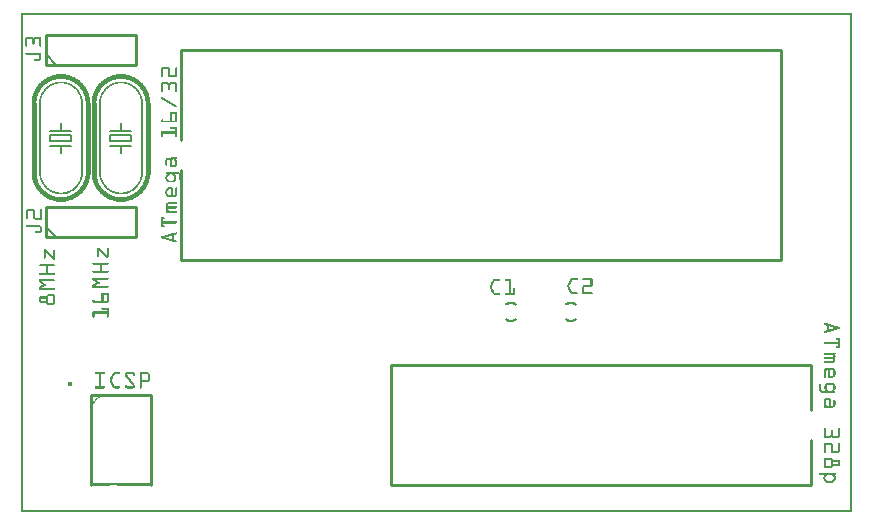
<source format=gto>
G04 MADE WITH FRITZING*
G04 WWW.FRITZING.ORG*
G04 DOUBLE SIDED*
G04 HOLES PLATED*
G04 CONTOUR ON CENTER OF CONTOUR VECTOR*
%ASAXBY*%
%FSLAX23Y23*%
%MOIN*%
%OFA0B0*%
%SFA1.0B1.0*%
%ADD10C,0.010000*%
%ADD11C,0.016000*%
%ADD12C,0.006000*%
%ADD13C,0.005000*%
%ADD14R,0.001000X0.001000*%
%LNSILK1*%
G90*
G70*
G54D10*
X2633Y493D02*
X1233Y493D01*
D02*
X1233Y493D02*
X1233Y93D01*
D02*
X1233Y93D02*
X2633Y93D01*
D02*
X2633Y493D02*
X2633Y343D01*
D02*
X2633Y243D02*
X2633Y93D01*
D02*
X533Y843D02*
X2533Y843D01*
D02*
X2533Y843D02*
X2533Y1543D01*
D02*
X2533Y1543D02*
X533Y1543D01*
D02*
X533Y843D02*
X533Y1143D01*
D02*
X533Y1243D02*
X533Y1543D01*
G54D11*
D02*
X424Y1133D02*
X424Y1363D01*
D02*
X244Y1133D02*
X244Y1363D01*
G54D12*
D02*
X404Y1133D02*
X404Y1363D01*
D02*
X264Y1363D02*
X264Y1133D01*
D02*
X299Y1238D02*
X299Y1258D01*
D02*
X299Y1258D02*
X369Y1258D01*
D02*
X369Y1258D02*
X369Y1238D01*
D02*
X369Y1238D02*
X299Y1238D01*
D02*
X299Y1273D02*
X334Y1273D01*
D02*
X334Y1273D02*
X369Y1273D01*
D02*
X299Y1223D02*
X334Y1223D01*
D02*
X334Y1223D02*
X369Y1223D01*
D02*
X334Y1273D02*
X334Y1298D01*
D02*
X334Y1223D02*
X334Y1198D01*
G54D11*
D02*
X224Y1133D02*
X224Y1363D01*
D02*
X44Y1133D02*
X44Y1363D01*
G54D12*
D02*
X204Y1133D02*
X204Y1363D01*
D02*
X64Y1363D02*
X64Y1133D01*
D02*
X99Y1238D02*
X99Y1258D01*
D02*
X99Y1258D02*
X169Y1258D01*
D02*
X169Y1258D02*
X169Y1238D01*
D02*
X169Y1238D02*
X99Y1238D01*
D02*
X99Y1273D02*
X134Y1273D01*
D02*
X134Y1273D02*
X169Y1273D01*
D02*
X99Y1223D02*
X134Y1223D01*
D02*
X134Y1223D02*
X169Y1223D01*
D02*
X134Y1273D02*
X134Y1298D01*
D02*
X134Y1223D02*
X134Y1198D01*
G54D10*
D02*
X234Y393D02*
X234Y93D01*
D02*
X434Y93D02*
X434Y393D01*
D02*
X434Y393D02*
X234Y393D01*
D02*
X84Y1493D02*
X384Y1493D01*
D02*
X384Y1493D02*
X384Y1593D01*
D02*
X384Y1593D02*
X84Y1593D01*
D02*
X84Y1593D02*
X84Y1493D01*
G54D13*
D02*
X119Y1493D02*
X84Y1528D01*
G54D10*
D02*
X84Y918D02*
X384Y918D01*
D02*
X384Y918D02*
X384Y1018D01*
D02*
X384Y1018D02*
X84Y1018D01*
D02*
X84Y1018D02*
X84Y918D01*
G54D13*
D02*
X119Y918D02*
X84Y953D01*
G54D14*
X1Y1666D02*
X2772Y1666D01*
X1Y1665D02*
X2772Y1665D01*
X1Y1664D02*
X2772Y1664D01*
X1Y1663D02*
X2772Y1663D01*
X1Y1662D02*
X2772Y1662D01*
X1Y1661D02*
X2772Y1661D01*
X1Y1660D02*
X2772Y1660D01*
X1Y1659D02*
X2772Y1659D01*
X1Y1658D02*
X8Y1658D01*
X2765Y1658D02*
X2772Y1658D01*
X1Y1657D02*
X8Y1657D01*
X2765Y1657D02*
X2772Y1657D01*
X1Y1656D02*
X8Y1656D01*
X2765Y1656D02*
X2772Y1656D01*
X1Y1655D02*
X8Y1655D01*
X2765Y1655D02*
X2772Y1655D01*
X1Y1654D02*
X8Y1654D01*
X2765Y1654D02*
X2772Y1654D01*
X1Y1653D02*
X8Y1653D01*
X2765Y1653D02*
X2772Y1653D01*
X1Y1652D02*
X8Y1652D01*
X2765Y1652D02*
X2772Y1652D01*
X1Y1651D02*
X8Y1651D01*
X2765Y1651D02*
X2772Y1651D01*
X1Y1650D02*
X8Y1650D01*
X2765Y1650D02*
X2772Y1650D01*
X1Y1649D02*
X8Y1649D01*
X2765Y1649D02*
X2772Y1649D01*
X1Y1648D02*
X8Y1648D01*
X2765Y1648D02*
X2772Y1648D01*
X1Y1647D02*
X8Y1647D01*
X2765Y1647D02*
X2772Y1647D01*
X1Y1646D02*
X8Y1646D01*
X2765Y1646D02*
X2772Y1646D01*
X1Y1645D02*
X8Y1645D01*
X2765Y1645D02*
X2772Y1645D01*
X1Y1644D02*
X8Y1644D01*
X2765Y1644D02*
X2772Y1644D01*
X1Y1643D02*
X8Y1643D01*
X2765Y1643D02*
X2772Y1643D01*
X1Y1642D02*
X8Y1642D01*
X2765Y1642D02*
X2772Y1642D01*
X1Y1641D02*
X8Y1641D01*
X2765Y1641D02*
X2772Y1641D01*
X1Y1640D02*
X8Y1640D01*
X2765Y1640D02*
X2772Y1640D01*
X1Y1639D02*
X8Y1639D01*
X2765Y1639D02*
X2772Y1639D01*
X1Y1638D02*
X8Y1638D01*
X2765Y1638D02*
X2772Y1638D01*
X1Y1637D02*
X8Y1637D01*
X2765Y1637D02*
X2772Y1637D01*
X1Y1636D02*
X8Y1636D01*
X2765Y1636D02*
X2772Y1636D01*
X1Y1635D02*
X8Y1635D01*
X2765Y1635D02*
X2772Y1635D01*
X1Y1634D02*
X8Y1634D01*
X2765Y1634D02*
X2772Y1634D01*
X1Y1633D02*
X8Y1633D01*
X2765Y1633D02*
X2772Y1633D01*
X1Y1632D02*
X8Y1632D01*
X2765Y1632D02*
X2772Y1632D01*
X1Y1631D02*
X8Y1631D01*
X2765Y1631D02*
X2772Y1631D01*
X1Y1630D02*
X8Y1630D01*
X2765Y1630D02*
X2772Y1630D01*
X1Y1629D02*
X8Y1629D01*
X2765Y1629D02*
X2772Y1629D01*
X1Y1628D02*
X8Y1628D01*
X2765Y1628D02*
X2772Y1628D01*
X1Y1627D02*
X8Y1627D01*
X2765Y1627D02*
X2772Y1627D01*
X1Y1626D02*
X8Y1626D01*
X2765Y1626D02*
X2772Y1626D01*
X1Y1625D02*
X8Y1625D01*
X2765Y1625D02*
X2772Y1625D01*
X1Y1624D02*
X8Y1624D01*
X2765Y1624D02*
X2772Y1624D01*
X1Y1623D02*
X8Y1623D01*
X2765Y1623D02*
X2772Y1623D01*
X1Y1622D02*
X8Y1622D01*
X2765Y1622D02*
X2772Y1622D01*
X1Y1621D02*
X8Y1621D01*
X2765Y1621D02*
X2772Y1621D01*
X1Y1620D02*
X8Y1620D01*
X2765Y1620D02*
X2772Y1620D01*
X1Y1619D02*
X8Y1619D01*
X2765Y1619D02*
X2772Y1619D01*
X1Y1618D02*
X8Y1618D01*
X2765Y1618D02*
X2772Y1618D01*
X1Y1617D02*
X8Y1617D01*
X2765Y1617D02*
X2772Y1617D01*
X1Y1616D02*
X8Y1616D01*
X2765Y1616D02*
X2772Y1616D01*
X1Y1615D02*
X8Y1615D01*
X2765Y1615D02*
X2772Y1615D01*
X1Y1614D02*
X8Y1614D01*
X2765Y1614D02*
X2772Y1614D01*
X1Y1613D02*
X8Y1613D01*
X2765Y1613D02*
X2772Y1613D01*
X1Y1612D02*
X8Y1612D01*
X2765Y1612D02*
X2772Y1612D01*
X1Y1611D02*
X8Y1611D01*
X2765Y1611D02*
X2772Y1611D01*
X1Y1610D02*
X8Y1610D01*
X2765Y1610D02*
X2772Y1610D01*
X1Y1609D02*
X8Y1609D01*
X2765Y1609D02*
X2772Y1609D01*
X1Y1608D02*
X8Y1608D01*
X2765Y1608D02*
X2772Y1608D01*
X1Y1607D02*
X8Y1607D01*
X2765Y1607D02*
X2772Y1607D01*
X1Y1606D02*
X8Y1606D01*
X2765Y1606D02*
X2772Y1606D01*
X1Y1605D02*
X8Y1605D01*
X2765Y1605D02*
X2772Y1605D01*
X1Y1604D02*
X8Y1604D01*
X2765Y1604D02*
X2772Y1604D01*
X1Y1603D02*
X8Y1603D01*
X2765Y1603D02*
X2772Y1603D01*
X1Y1602D02*
X8Y1602D01*
X2765Y1602D02*
X2772Y1602D01*
X1Y1601D02*
X8Y1601D01*
X2765Y1601D02*
X2772Y1601D01*
X1Y1600D02*
X8Y1600D01*
X2765Y1600D02*
X2772Y1600D01*
X1Y1599D02*
X8Y1599D01*
X2765Y1599D02*
X2772Y1599D01*
X1Y1598D02*
X8Y1598D01*
X2765Y1598D02*
X2772Y1598D01*
X1Y1597D02*
X8Y1597D01*
X2765Y1597D02*
X2772Y1597D01*
X1Y1596D02*
X8Y1596D01*
X2765Y1596D02*
X2772Y1596D01*
X1Y1595D02*
X8Y1595D01*
X2765Y1595D02*
X2772Y1595D01*
X1Y1594D02*
X8Y1594D01*
X2765Y1594D02*
X2772Y1594D01*
X1Y1593D02*
X8Y1593D01*
X2765Y1593D02*
X2772Y1593D01*
X1Y1592D02*
X8Y1592D01*
X2765Y1592D02*
X2772Y1592D01*
X1Y1591D02*
X8Y1591D01*
X2765Y1591D02*
X2772Y1591D01*
X1Y1590D02*
X8Y1590D01*
X2765Y1590D02*
X2772Y1590D01*
X1Y1589D02*
X8Y1589D01*
X2765Y1589D02*
X2772Y1589D01*
X1Y1588D02*
X8Y1588D01*
X2765Y1588D02*
X2772Y1588D01*
X1Y1587D02*
X8Y1587D01*
X2765Y1587D02*
X2772Y1587D01*
X1Y1586D02*
X8Y1586D01*
X21Y1586D02*
X38Y1586D01*
X47Y1586D02*
X65Y1586D01*
X2765Y1586D02*
X2772Y1586D01*
X1Y1585D02*
X8Y1585D01*
X19Y1585D02*
X41Y1585D01*
X45Y1585D02*
X67Y1585D01*
X2765Y1585D02*
X2772Y1585D01*
X1Y1584D02*
X8Y1584D01*
X18Y1584D02*
X42Y1584D01*
X44Y1584D02*
X68Y1584D01*
X2765Y1584D02*
X2772Y1584D01*
X1Y1583D02*
X8Y1583D01*
X17Y1583D02*
X68Y1583D01*
X2765Y1583D02*
X2772Y1583D01*
X1Y1582D02*
X8Y1582D01*
X17Y1582D02*
X69Y1582D01*
X2765Y1582D02*
X2772Y1582D01*
X1Y1581D02*
X8Y1581D01*
X16Y1581D02*
X69Y1581D01*
X2765Y1581D02*
X2772Y1581D01*
X1Y1580D02*
X8Y1580D01*
X16Y1580D02*
X69Y1580D01*
X2765Y1580D02*
X2772Y1580D01*
X1Y1579D02*
X8Y1579D01*
X16Y1579D02*
X22Y1579D01*
X38Y1579D02*
X48Y1579D01*
X63Y1579D02*
X69Y1579D01*
X2765Y1579D02*
X2772Y1579D01*
X1Y1578D02*
X8Y1578D01*
X16Y1578D02*
X22Y1578D01*
X39Y1578D02*
X47Y1578D01*
X63Y1578D02*
X69Y1578D01*
X2765Y1578D02*
X2772Y1578D01*
X1Y1577D02*
X8Y1577D01*
X16Y1577D02*
X22Y1577D01*
X40Y1577D02*
X46Y1577D01*
X63Y1577D02*
X69Y1577D01*
X2765Y1577D02*
X2772Y1577D01*
X1Y1576D02*
X8Y1576D01*
X16Y1576D02*
X22Y1576D01*
X40Y1576D02*
X46Y1576D01*
X63Y1576D02*
X69Y1576D01*
X2765Y1576D02*
X2772Y1576D01*
X1Y1575D02*
X8Y1575D01*
X16Y1575D02*
X22Y1575D01*
X40Y1575D02*
X46Y1575D01*
X63Y1575D02*
X69Y1575D01*
X2765Y1575D02*
X2772Y1575D01*
X1Y1574D02*
X8Y1574D01*
X16Y1574D02*
X22Y1574D01*
X40Y1574D02*
X46Y1574D01*
X63Y1574D02*
X69Y1574D01*
X2765Y1574D02*
X2772Y1574D01*
X1Y1573D02*
X8Y1573D01*
X16Y1573D02*
X22Y1573D01*
X40Y1573D02*
X46Y1573D01*
X63Y1573D02*
X69Y1573D01*
X2765Y1573D02*
X2772Y1573D01*
X1Y1572D02*
X8Y1572D01*
X16Y1572D02*
X22Y1572D01*
X40Y1572D02*
X46Y1572D01*
X63Y1572D02*
X69Y1572D01*
X2765Y1572D02*
X2772Y1572D01*
X1Y1571D02*
X8Y1571D01*
X16Y1571D02*
X22Y1571D01*
X40Y1571D02*
X46Y1571D01*
X63Y1571D02*
X69Y1571D01*
X2765Y1571D02*
X2772Y1571D01*
X1Y1570D02*
X8Y1570D01*
X16Y1570D02*
X22Y1570D01*
X40Y1570D02*
X46Y1570D01*
X63Y1570D02*
X69Y1570D01*
X2765Y1570D02*
X2772Y1570D01*
X1Y1569D02*
X8Y1569D01*
X16Y1569D02*
X22Y1569D01*
X40Y1569D02*
X46Y1569D01*
X63Y1569D02*
X69Y1569D01*
X2765Y1569D02*
X2772Y1569D01*
X1Y1568D02*
X8Y1568D01*
X16Y1568D02*
X22Y1568D01*
X40Y1568D02*
X46Y1568D01*
X63Y1568D02*
X69Y1568D01*
X2765Y1568D02*
X2772Y1568D01*
X1Y1567D02*
X8Y1567D01*
X16Y1567D02*
X22Y1567D01*
X40Y1567D02*
X46Y1567D01*
X63Y1567D02*
X69Y1567D01*
X2765Y1567D02*
X2772Y1567D01*
X1Y1566D02*
X8Y1566D01*
X16Y1566D02*
X22Y1566D01*
X40Y1566D02*
X46Y1566D01*
X63Y1566D02*
X69Y1566D01*
X2765Y1566D02*
X2772Y1566D01*
X1Y1565D02*
X8Y1565D01*
X16Y1565D02*
X22Y1565D01*
X40Y1565D02*
X46Y1565D01*
X63Y1565D02*
X69Y1565D01*
X2765Y1565D02*
X2772Y1565D01*
X1Y1564D02*
X8Y1564D01*
X16Y1564D02*
X22Y1564D01*
X40Y1564D02*
X46Y1564D01*
X63Y1564D02*
X69Y1564D01*
X2765Y1564D02*
X2772Y1564D01*
X1Y1563D02*
X8Y1563D01*
X16Y1563D02*
X22Y1563D01*
X40Y1563D02*
X46Y1563D01*
X63Y1563D02*
X69Y1563D01*
X2765Y1563D02*
X2772Y1563D01*
X1Y1562D02*
X8Y1562D01*
X16Y1562D02*
X22Y1562D01*
X40Y1562D02*
X46Y1562D01*
X63Y1562D02*
X69Y1562D01*
X2765Y1562D02*
X2772Y1562D01*
X1Y1561D02*
X8Y1561D01*
X16Y1561D02*
X22Y1561D01*
X40Y1561D02*
X46Y1561D01*
X63Y1561D02*
X69Y1561D01*
X2765Y1561D02*
X2772Y1561D01*
X1Y1560D02*
X8Y1560D01*
X16Y1560D02*
X22Y1560D01*
X41Y1560D02*
X45Y1560D01*
X63Y1560D02*
X69Y1560D01*
X2765Y1560D02*
X2772Y1560D01*
X1Y1559D02*
X8Y1559D01*
X16Y1559D02*
X22Y1559D01*
X42Y1559D02*
X44Y1559D01*
X63Y1559D02*
X69Y1559D01*
X2765Y1559D02*
X2772Y1559D01*
X1Y1558D02*
X8Y1558D01*
X16Y1558D02*
X22Y1558D01*
X63Y1558D02*
X69Y1558D01*
X2765Y1558D02*
X2772Y1558D01*
X1Y1557D02*
X8Y1557D01*
X16Y1557D02*
X22Y1557D01*
X63Y1557D02*
X69Y1557D01*
X2765Y1557D02*
X2772Y1557D01*
X1Y1556D02*
X8Y1556D01*
X16Y1556D02*
X22Y1556D01*
X63Y1556D02*
X69Y1556D01*
X2765Y1556D02*
X2772Y1556D01*
X1Y1555D02*
X8Y1555D01*
X16Y1555D02*
X22Y1555D01*
X63Y1555D02*
X69Y1555D01*
X2765Y1555D02*
X2772Y1555D01*
X1Y1554D02*
X8Y1554D01*
X17Y1554D02*
X22Y1554D01*
X64Y1554D02*
X69Y1554D01*
X2765Y1554D02*
X2772Y1554D01*
X1Y1553D02*
X8Y1553D01*
X17Y1553D02*
X21Y1553D01*
X64Y1553D02*
X68Y1553D01*
X2765Y1553D02*
X2772Y1553D01*
X1Y1552D02*
X8Y1552D01*
X19Y1552D02*
X19Y1552D01*
X66Y1552D02*
X67Y1552D01*
X2765Y1552D02*
X2772Y1552D01*
X1Y1551D02*
X8Y1551D01*
X2765Y1551D02*
X2772Y1551D01*
X1Y1550D02*
X8Y1550D01*
X2765Y1550D02*
X2772Y1550D01*
X1Y1549D02*
X8Y1549D01*
X2765Y1549D02*
X2772Y1549D01*
X1Y1548D02*
X8Y1548D01*
X2765Y1548D02*
X2772Y1548D01*
X1Y1547D02*
X8Y1547D01*
X2765Y1547D02*
X2772Y1547D01*
X1Y1546D02*
X8Y1546D01*
X2765Y1546D02*
X2772Y1546D01*
X1Y1545D02*
X8Y1545D01*
X2765Y1545D02*
X2772Y1545D01*
X1Y1544D02*
X8Y1544D01*
X2765Y1544D02*
X2772Y1544D01*
X1Y1543D02*
X8Y1543D01*
X2765Y1543D02*
X2772Y1543D01*
X1Y1542D02*
X8Y1542D01*
X2765Y1542D02*
X2772Y1542D01*
X1Y1541D02*
X8Y1541D01*
X2765Y1541D02*
X2772Y1541D01*
X1Y1540D02*
X8Y1540D01*
X2765Y1540D02*
X2772Y1540D01*
X1Y1539D02*
X8Y1539D01*
X2765Y1539D02*
X2772Y1539D01*
X1Y1538D02*
X8Y1538D01*
X2765Y1538D02*
X2772Y1538D01*
X1Y1537D02*
X8Y1537D01*
X2765Y1537D02*
X2772Y1537D01*
X1Y1536D02*
X8Y1536D01*
X2765Y1536D02*
X2772Y1536D01*
X1Y1535D02*
X8Y1535D01*
X2765Y1535D02*
X2772Y1535D01*
X1Y1534D02*
X8Y1534D01*
X2765Y1534D02*
X2772Y1534D01*
X1Y1533D02*
X8Y1533D01*
X2765Y1533D02*
X2772Y1533D01*
X1Y1532D02*
X8Y1532D01*
X17Y1532D02*
X63Y1532D01*
X2765Y1532D02*
X2772Y1532D01*
X1Y1531D02*
X8Y1531D01*
X17Y1531D02*
X65Y1531D01*
X2765Y1531D02*
X2772Y1531D01*
X1Y1530D02*
X8Y1530D01*
X16Y1530D02*
X66Y1530D01*
X2765Y1530D02*
X2772Y1530D01*
X1Y1529D02*
X8Y1529D01*
X16Y1529D02*
X67Y1529D01*
X2765Y1529D02*
X2772Y1529D01*
X1Y1528D02*
X8Y1528D01*
X17Y1528D02*
X68Y1528D01*
X2765Y1528D02*
X2772Y1528D01*
X1Y1527D02*
X8Y1527D01*
X17Y1527D02*
X68Y1527D01*
X2765Y1527D02*
X2772Y1527D01*
X1Y1526D02*
X8Y1526D01*
X19Y1526D02*
X69Y1526D01*
X2765Y1526D02*
X2772Y1526D01*
X1Y1525D02*
X8Y1525D01*
X62Y1525D02*
X69Y1525D01*
X2765Y1525D02*
X2772Y1525D01*
X1Y1524D02*
X8Y1524D01*
X63Y1524D02*
X69Y1524D01*
X2765Y1524D02*
X2772Y1524D01*
X1Y1523D02*
X8Y1523D01*
X63Y1523D02*
X69Y1523D01*
X2765Y1523D02*
X2772Y1523D01*
X1Y1522D02*
X8Y1522D01*
X63Y1522D02*
X69Y1522D01*
X2765Y1522D02*
X2772Y1522D01*
X1Y1521D02*
X8Y1521D01*
X63Y1521D02*
X69Y1521D01*
X2765Y1521D02*
X2772Y1521D01*
X1Y1520D02*
X8Y1520D01*
X63Y1520D02*
X69Y1520D01*
X2765Y1520D02*
X2772Y1520D01*
X1Y1519D02*
X8Y1519D01*
X63Y1519D02*
X69Y1519D01*
X2765Y1519D02*
X2772Y1519D01*
X1Y1518D02*
X8Y1518D01*
X63Y1518D02*
X69Y1518D01*
X2765Y1518D02*
X2772Y1518D01*
X1Y1517D02*
X8Y1517D01*
X63Y1517D02*
X69Y1517D01*
X2765Y1517D02*
X2772Y1517D01*
X1Y1516D02*
X8Y1516D01*
X63Y1516D02*
X69Y1516D01*
X2765Y1516D02*
X2772Y1516D01*
X1Y1515D02*
X8Y1515D01*
X63Y1515D02*
X69Y1515D01*
X2765Y1515D02*
X2772Y1515D01*
X1Y1514D02*
X8Y1514D01*
X63Y1514D02*
X69Y1514D01*
X2765Y1514D02*
X2772Y1514D01*
X1Y1513D02*
X8Y1513D01*
X62Y1513D02*
X69Y1513D01*
X2765Y1513D02*
X2772Y1513D01*
X1Y1512D02*
X8Y1512D01*
X48Y1512D02*
X69Y1512D01*
X2765Y1512D02*
X2772Y1512D01*
X1Y1511D02*
X8Y1511D01*
X47Y1511D02*
X68Y1511D01*
X2765Y1511D02*
X2772Y1511D01*
X1Y1510D02*
X8Y1510D01*
X46Y1510D02*
X68Y1510D01*
X2765Y1510D02*
X2772Y1510D01*
X1Y1509D02*
X8Y1509D01*
X46Y1509D02*
X67Y1509D01*
X2765Y1509D02*
X2772Y1509D01*
X1Y1508D02*
X8Y1508D01*
X46Y1508D02*
X66Y1508D01*
X2765Y1508D02*
X2772Y1508D01*
X1Y1507D02*
X8Y1507D01*
X46Y1507D02*
X65Y1507D01*
X2765Y1507D02*
X2772Y1507D01*
X1Y1506D02*
X8Y1506D01*
X47Y1506D02*
X63Y1506D01*
X2765Y1506D02*
X2772Y1506D01*
X1Y1505D02*
X8Y1505D01*
X2765Y1505D02*
X2772Y1505D01*
X1Y1504D02*
X8Y1504D01*
X2765Y1504D02*
X2772Y1504D01*
X1Y1503D02*
X8Y1503D01*
X2765Y1503D02*
X2772Y1503D01*
X1Y1502D02*
X8Y1502D01*
X2765Y1502D02*
X2772Y1502D01*
X1Y1501D02*
X8Y1501D01*
X2765Y1501D02*
X2772Y1501D01*
X1Y1500D02*
X8Y1500D01*
X2765Y1500D02*
X2772Y1500D01*
X1Y1499D02*
X8Y1499D01*
X2765Y1499D02*
X2772Y1499D01*
X1Y1498D02*
X8Y1498D01*
X2765Y1498D02*
X2772Y1498D01*
X1Y1497D02*
X8Y1497D01*
X2765Y1497D02*
X2772Y1497D01*
X1Y1496D02*
X8Y1496D01*
X2765Y1496D02*
X2772Y1496D01*
X1Y1495D02*
X8Y1495D01*
X2765Y1495D02*
X2772Y1495D01*
X1Y1494D02*
X8Y1494D01*
X2765Y1494D02*
X2772Y1494D01*
X1Y1493D02*
X8Y1493D01*
X2765Y1493D02*
X2772Y1493D01*
X1Y1492D02*
X8Y1492D01*
X2765Y1492D02*
X2772Y1492D01*
X1Y1491D02*
X8Y1491D01*
X2765Y1491D02*
X2772Y1491D01*
X1Y1490D02*
X8Y1490D01*
X2765Y1490D02*
X2772Y1490D01*
X1Y1489D02*
X8Y1489D01*
X2765Y1489D02*
X2772Y1489D01*
X1Y1488D02*
X8Y1488D01*
X2765Y1488D02*
X2772Y1488D01*
X1Y1487D02*
X8Y1487D01*
X2765Y1487D02*
X2772Y1487D01*
X1Y1486D02*
X8Y1486D01*
X2765Y1486D02*
X2772Y1486D01*
X1Y1485D02*
X8Y1485D01*
X2765Y1485D02*
X2772Y1485D01*
X1Y1484D02*
X8Y1484D01*
X473Y1484D02*
X494Y1484D01*
X517Y1484D02*
X520Y1484D01*
X2765Y1484D02*
X2772Y1484D01*
X1Y1483D02*
X8Y1483D01*
X471Y1483D02*
X496Y1483D01*
X516Y1483D02*
X521Y1483D01*
X2765Y1483D02*
X2772Y1483D01*
X1Y1482D02*
X8Y1482D01*
X470Y1482D02*
X497Y1482D01*
X516Y1482D02*
X522Y1482D01*
X2765Y1482D02*
X2772Y1482D01*
X1Y1481D02*
X8Y1481D01*
X470Y1481D02*
X497Y1481D01*
X516Y1481D02*
X522Y1481D01*
X2765Y1481D02*
X2772Y1481D01*
X1Y1480D02*
X8Y1480D01*
X469Y1480D02*
X498Y1480D01*
X516Y1480D02*
X522Y1480D01*
X2765Y1480D02*
X2772Y1480D01*
X1Y1479D02*
X8Y1479D01*
X469Y1479D02*
X498Y1479D01*
X516Y1479D02*
X522Y1479D01*
X2765Y1479D02*
X2772Y1479D01*
X1Y1478D02*
X8Y1478D01*
X469Y1478D02*
X498Y1478D01*
X516Y1478D02*
X522Y1478D01*
X2765Y1478D02*
X2772Y1478D01*
X1Y1477D02*
X8Y1477D01*
X469Y1477D02*
X475Y1477D01*
X492Y1477D02*
X498Y1477D01*
X516Y1477D02*
X522Y1477D01*
X2765Y1477D02*
X2772Y1477D01*
X1Y1476D02*
X8Y1476D01*
X469Y1476D02*
X475Y1476D01*
X492Y1476D02*
X498Y1476D01*
X516Y1476D02*
X522Y1476D01*
X2765Y1476D02*
X2772Y1476D01*
X1Y1475D02*
X8Y1475D01*
X469Y1475D02*
X475Y1475D01*
X492Y1475D02*
X498Y1475D01*
X516Y1475D02*
X522Y1475D01*
X2765Y1475D02*
X2772Y1475D01*
X1Y1474D02*
X8Y1474D01*
X469Y1474D02*
X475Y1474D01*
X492Y1474D02*
X498Y1474D01*
X516Y1474D02*
X522Y1474D01*
X2765Y1474D02*
X2772Y1474D01*
X1Y1473D02*
X8Y1473D01*
X469Y1473D02*
X475Y1473D01*
X492Y1473D02*
X498Y1473D01*
X516Y1473D02*
X522Y1473D01*
X2765Y1473D02*
X2772Y1473D01*
X1Y1472D02*
X8Y1472D01*
X469Y1472D02*
X475Y1472D01*
X492Y1472D02*
X498Y1472D01*
X516Y1472D02*
X522Y1472D01*
X2765Y1472D02*
X2772Y1472D01*
X1Y1471D02*
X8Y1471D01*
X469Y1471D02*
X475Y1471D01*
X492Y1471D02*
X498Y1471D01*
X516Y1471D02*
X522Y1471D01*
X2765Y1471D02*
X2772Y1471D01*
X1Y1470D02*
X8Y1470D01*
X469Y1470D02*
X475Y1470D01*
X492Y1470D02*
X498Y1470D01*
X516Y1470D02*
X522Y1470D01*
X2765Y1470D02*
X2772Y1470D01*
X1Y1469D02*
X8Y1469D01*
X469Y1469D02*
X475Y1469D01*
X492Y1469D02*
X498Y1469D01*
X516Y1469D02*
X522Y1469D01*
X2765Y1469D02*
X2772Y1469D01*
X1Y1468D02*
X8Y1468D01*
X469Y1468D02*
X475Y1468D01*
X492Y1468D02*
X498Y1468D01*
X516Y1468D02*
X522Y1468D01*
X2765Y1468D02*
X2772Y1468D01*
X1Y1467D02*
X8Y1467D01*
X469Y1467D02*
X475Y1467D01*
X492Y1467D02*
X498Y1467D01*
X516Y1467D02*
X522Y1467D01*
X2765Y1467D02*
X2772Y1467D01*
X1Y1466D02*
X8Y1466D01*
X469Y1466D02*
X475Y1466D01*
X492Y1466D02*
X498Y1466D01*
X516Y1466D02*
X522Y1466D01*
X2765Y1466D02*
X2772Y1466D01*
X1Y1465D02*
X8Y1465D01*
X469Y1465D02*
X475Y1465D01*
X492Y1465D02*
X498Y1465D01*
X516Y1465D02*
X522Y1465D01*
X2765Y1465D02*
X2772Y1465D01*
X1Y1464D02*
X8Y1464D01*
X469Y1464D02*
X475Y1464D01*
X492Y1464D02*
X498Y1464D01*
X516Y1464D02*
X522Y1464D01*
X2765Y1464D02*
X2772Y1464D01*
X1Y1463D02*
X8Y1463D01*
X469Y1463D02*
X475Y1463D01*
X492Y1463D02*
X498Y1463D01*
X516Y1463D02*
X522Y1463D01*
X2765Y1463D02*
X2772Y1463D01*
X1Y1462D02*
X8Y1462D01*
X469Y1462D02*
X475Y1462D01*
X492Y1462D02*
X498Y1462D01*
X516Y1462D02*
X522Y1462D01*
X2765Y1462D02*
X2772Y1462D01*
X1Y1461D02*
X8Y1461D01*
X124Y1461D02*
X145Y1461D01*
X324Y1461D02*
X345Y1461D01*
X469Y1461D02*
X475Y1461D01*
X492Y1461D02*
X498Y1461D01*
X516Y1461D02*
X522Y1461D01*
X2765Y1461D02*
X2772Y1461D01*
X1Y1460D02*
X8Y1460D01*
X117Y1460D02*
X152Y1460D01*
X317Y1460D02*
X352Y1460D01*
X469Y1460D02*
X475Y1460D01*
X492Y1460D02*
X498Y1460D01*
X516Y1460D02*
X522Y1460D01*
X2765Y1460D02*
X2772Y1460D01*
X1Y1459D02*
X8Y1459D01*
X113Y1459D02*
X157Y1459D01*
X313Y1459D02*
X357Y1459D01*
X469Y1459D02*
X475Y1459D01*
X492Y1459D02*
X498Y1459D01*
X516Y1459D02*
X522Y1459D01*
X2765Y1459D02*
X2772Y1459D01*
X1Y1458D02*
X8Y1458D01*
X109Y1458D02*
X160Y1458D01*
X309Y1458D02*
X360Y1458D01*
X469Y1458D02*
X475Y1458D01*
X492Y1458D02*
X498Y1458D01*
X516Y1458D02*
X522Y1458D01*
X2765Y1458D02*
X2772Y1458D01*
X1Y1457D02*
X8Y1457D01*
X106Y1457D02*
X164Y1457D01*
X306Y1457D02*
X364Y1457D01*
X469Y1457D02*
X475Y1457D01*
X492Y1457D02*
X522Y1457D01*
X2765Y1457D02*
X2772Y1457D01*
X1Y1456D02*
X8Y1456D01*
X103Y1456D02*
X166Y1456D01*
X303Y1456D02*
X366Y1456D01*
X469Y1456D02*
X475Y1456D01*
X492Y1456D02*
X522Y1456D01*
X2765Y1456D02*
X2772Y1456D01*
X1Y1455D02*
X8Y1455D01*
X100Y1455D02*
X169Y1455D01*
X300Y1455D02*
X369Y1455D01*
X469Y1455D02*
X475Y1455D01*
X493Y1455D02*
X522Y1455D01*
X2765Y1455D02*
X2772Y1455D01*
X1Y1454D02*
X8Y1454D01*
X97Y1454D02*
X172Y1454D01*
X297Y1454D02*
X372Y1454D01*
X469Y1454D02*
X475Y1454D01*
X493Y1454D02*
X522Y1454D01*
X2765Y1454D02*
X2772Y1454D01*
X1Y1453D02*
X8Y1453D01*
X95Y1453D02*
X174Y1453D01*
X295Y1453D02*
X374Y1453D01*
X469Y1453D02*
X475Y1453D01*
X494Y1453D02*
X522Y1453D01*
X2765Y1453D02*
X2772Y1453D01*
X1Y1452D02*
X8Y1452D01*
X93Y1452D02*
X176Y1452D01*
X293Y1452D02*
X376Y1452D01*
X469Y1452D02*
X474Y1452D01*
X494Y1452D02*
X522Y1452D01*
X2765Y1452D02*
X2772Y1452D01*
X1Y1451D02*
X8Y1451D01*
X91Y1451D02*
X178Y1451D01*
X291Y1451D02*
X378Y1451D01*
X470Y1451D02*
X473Y1451D01*
X496Y1451D02*
X522Y1451D01*
X2765Y1451D02*
X2772Y1451D01*
X1Y1450D02*
X8Y1450D01*
X89Y1450D02*
X180Y1450D01*
X289Y1450D02*
X380Y1450D01*
X2765Y1450D02*
X2772Y1450D01*
X1Y1449D02*
X8Y1449D01*
X87Y1449D02*
X182Y1449D01*
X287Y1449D02*
X382Y1449D01*
X2765Y1449D02*
X2772Y1449D01*
X1Y1448D02*
X8Y1448D01*
X86Y1448D02*
X184Y1448D01*
X286Y1448D02*
X384Y1448D01*
X2765Y1448D02*
X2772Y1448D01*
X1Y1447D02*
X8Y1447D01*
X84Y1447D02*
X185Y1447D01*
X284Y1447D02*
X385Y1447D01*
X2765Y1447D02*
X2772Y1447D01*
X1Y1446D02*
X8Y1446D01*
X82Y1446D02*
X187Y1446D01*
X282Y1446D02*
X387Y1446D01*
X2765Y1446D02*
X2772Y1446D01*
X1Y1445D02*
X8Y1445D01*
X81Y1445D02*
X124Y1445D01*
X146Y1445D02*
X189Y1445D01*
X281Y1445D02*
X324Y1445D01*
X346Y1445D02*
X389Y1445D01*
X2765Y1445D02*
X2772Y1445D01*
X1Y1444D02*
X8Y1444D01*
X79Y1444D02*
X117Y1444D01*
X152Y1444D02*
X190Y1444D01*
X279Y1444D02*
X317Y1444D01*
X352Y1444D02*
X390Y1444D01*
X2765Y1444D02*
X2772Y1444D01*
X1Y1443D02*
X8Y1443D01*
X78Y1443D02*
X113Y1443D01*
X156Y1443D02*
X191Y1443D01*
X278Y1443D02*
X313Y1443D01*
X356Y1443D02*
X391Y1443D01*
X2765Y1443D02*
X2772Y1443D01*
X1Y1442D02*
X8Y1442D01*
X76Y1442D02*
X109Y1442D01*
X160Y1442D02*
X193Y1442D01*
X276Y1442D02*
X309Y1442D01*
X360Y1442D02*
X393Y1442D01*
X2765Y1442D02*
X2772Y1442D01*
X1Y1441D02*
X8Y1441D01*
X75Y1441D02*
X107Y1441D01*
X163Y1441D02*
X194Y1441D01*
X275Y1441D02*
X307Y1441D01*
X363Y1441D02*
X394Y1441D01*
X2765Y1441D02*
X2772Y1441D01*
X1Y1440D02*
X8Y1440D01*
X74Y1440D02*
X104Y1440D01*
X165Y1440D02*
X196Y1440D01*
X274Y1440D02*
X304Y1440D01*
X365Y1440D02*
X395Y1440D01*
X2765Y1440D02*
X2772Y1440D01*
X1Y1439D02*
X8Y1439D01*
X72Y1439D02*
X101Y1439D01*
X168Y1439D02*
X197Y1439D01*
X272Y1439D02*
X301Y1439D01*
X368Y1439D02*
X397Y1439D01*
X2765Y1439D02*
X2772Y1439D01*
X1Y1438D02*
X8Y1438D01*
X71Y1438D02*
X99Y1438D01*
X170Y1438D02*
X198Y1438D01*
X271Y1438D02*
X299Y1438D01*
X370Y1438D02*
X398Y1438D01*
X2765Y1438D02*
X2772Y1438D01*
X1Y1437D02*
X8Y1437D01*
X70Y1437D02*
X97Y1437D01*
X172Y1437D02*
X199Y1437D01*
X270Y1437D02*
X297Y1437D01*
X372Y1437D02*
X399Y1437D01*
X2765Y1437D02*
X2772Y1437D01*
X1Y1436D02*
X8Y1436D01*
X69Y1436D02*
X95Y1436D01*
X126Y1436D02*
X144Y1436D01*
X174Y1436D02*
X200Y1436D01*
X269Y1436D02*
X295Y1436D01*
X326Y1436D02*
X344Y1436D01*
X374Y1436D02*
X400Y1436D01*
X2765Y1436D02*
X2772Y1436D01*
X1Y1435D02*
X8Y1435D01*
X68Y1435D02*
X94Y1435D01*
X120Y1435D02*
X150Y1435D01*
X176Y1435D02*
X201Y1435D01*
X268Y1435D02*
X293Y1435D01*
X320Y1435D02*
X350Y1435D01*
X376Y1435D02*
X401Y1435D01*
X2765Y1435D02*
X2772Y1435D01*
X1Y1434D02*
X8Y1434D01*
X67Y1434D02*
X92Y1434D01*
X116Y1434D02*
X153Y1434D01*
X177Y1434D02*
X202Y1434D01*
X267Y1434D02*
X292Y1434D01*
X316Y1434D02*
X353Y1434D01*
X377Y1434D02*
X402Y1434D01*
X473Y1434D02*
X491Y1434D01*
X499Y1434D02*
X518Y1434D01*
X2765Y1434D02*
X2772Y1434D01*
X1Y1433D02*
X8Y1433D01*
X66Y1433D02*
X90Y1433D01*
X113Y1433D02*
X157Y1433D01*
X179Y1433D02*
X203Y1433D01*
X266Y1433D02*
X290Y1433D01*
X313Y1433D02*
X357Y1433D01*
X379Y1433D02*
X403Y1433D01*
X471Y1433D02*
X493Y1433D01*
X497Y1433D02*
X519Y1433D01*
X2765Y1433D02*
X2772Y1433D01*
X1Y1432D02*
X8Y1432D01*
X65Y1432D02*
X89Y1432D01*
X110Y1432D02*
X159Y1432D01*
X181Y1432D02*
X204Y1432D01*
X265Y1432D02*
X289Y1432D01*
X310Y1432D02*
X359Y1432D01*
X381Y1432D02*
X404Y1432D01*
X470Y1432D02*
X520Y1432D01*
X2765Y1432D02*
X2772Y1432D01*
X1Y1431D02*
X8Y1431D01*
X64Y1431D02*
X87Y1431D01*
X107Y1431D02*
X162Y1431D01*
X182Y1431D02*
X205Y1431D01*
X264Y1431D02*
X287Y1431D01*
X307Y1431D02*
X362Y1431D01*
X382Y1431D02*
X405Y1431D01*
X470Y1431D02*
X521Y1431D01*
X2765Y1431D02*
X2772Y1431D01*
X1Y1430D02*
X8Y1430D01*
X63Y1430D02*
X86Y1430D01*
X105Y1430D02*
X125Y1430D01*
X144Y1430D02*
X164Y1430D01*
X183Y1430D02*
X206Y1430D01*
X263Y1430D02*
X286Y1430D01*
X305Y1430D02*
X325Y1430D01*
X344Y1430D02*
X364Y1430D01*
X383Y1430D02*
X406Y1430D01*
X469Y1430D02*
X521Y1430D01*
X2765Y1430D02*
X2772Y1430D01*
X1Y1429D02*
X8Y1429D01*
X62Y1429D02*
X85Y1429D01*
X103Y1429D02*
X119Y1429D01*
X150Y1429D02*
X166Y1429D01*
X185Y1429D02*
X207Y1429D01*
X262Y1429D02*
X285Y1429D01*
X303Y1429D02*
X319Y1429D01*
X350Y1429D02*
X366Y1429D01*
X385Y1429D02*
X407Y1429D01*
X469Y1429D02*
X522Y1429D01*
X2765Y1429D02*
X2772Y1429D01*
X1Y1428D02*
X8Y1428D01*
X61Y1428D02*
X83Y1428D01*
X101Y1428D02*
X115Y1428D01*
X154Y1428D02*
X168Y1428D01*
X186Y1428D02*
X208Y1428D01*
X261Y1428D02*
X283Y1428D01*
X301Y1428D02*
X315Y1428D01*
X354Y1428D02*
X368Y1428D01*
X386Y1428D02*
X408Y1428D01*
X469Y1428D02*
X522Y1428D01*
X2765Y1428D02*
X2772Y1428D01*
X1Y1427D02*
X8Y1427D01*
X60Y1427D02*
X82Y1427D01*
X99Y1427D02*
X112Y1427D01*
X157Y1427D02*
X170Y1427D01*
X187Y1427D02*
X209Y1427D01*
X260Y1427D02*
X282Y1427D01*
X299Y1427D02*
X312Y1427D01*
X357Y1427D02*
X370Y1427D01*
X387Y1427D02*
X409Y1427D01*
X469Y1427D02*
X475Y1427D01*
X490Y1427D02*
X500Y1427D01*
X516Y1427D02*
X522Y1427D01*
X2765Y1427D02*
X2772Y1427D01*
X1Y1426D02*
X8Y1426D01*
X60Y1426D02*
X81Y1426D01*
X98Y1426D02*
X109Y1426D01*
X160Y1426D02*
X172Y1426D01*
X188Y1426D02*
X210Y1426D01*
X260Y1426D02*
X281Y1426D01*
X298Y1426D02*
X309Y1426D01*
X360Y1426D02*
X372Y1426D01*
X388Y1426D02*
X410Y1426D01*
X469Y1426D02*
X475Y1426D01*
X491Y1426D02*
X499Y1426D01*
X516Y1426D02*
X522Y1426D01*
X2765Y1426D02*
X2772Y1426D01*
X1Y1425D02*
X8Y1425D01*
X59Y1425D02*
X80Y1425D01*
X96Y1425D02*
X107Y1425D01*
X162Y1425D02*
X173Y1425D01*
X189Y1425D02*
X210Y1425D01*
X259Y1425D02*
X280Y1425D01*
X296Y1425D02*
X307Y1425D01*
X362Y1425D02*
X373Y1425D01*
X389Y1425D02*
X410Y1425D01*
X469Y1425D02*
X475Y1425D01*
X492Y1425D02*
X498Y1425D01*
X516Y1425D02*
X522Y1425D01*
X2765Y1425D02*
X2772Y1425D01*
X1Y1424D02*
X8Y1424D01*
X58Y1424D02*
X79Y1424D01*
X94Y1424D02*
X105Y1424D01*
X165Y1424D02*
X175Y1424D01*
X191Y1424D02*
X211Y1424D01*
X258Y1424D02*
X279Y1424D01*
X294Y1424D02*
X305Y1424D01*
X365Y1424D02*
X375Y1424D01*
X391Y1424D02*
X411Y1424D01*
X469Y1424D02*
X475Y1424D01*
X492Y1424D02*
X498Y1424D01*
X516Y1424D02*
X522Y1424D01*
X2765Y1424D02*
X2772Y1424D01*
X1Y1423D02*
X8Y1423D01*
X57Y1423D02*
X78Y1423D01*
X93Y1423D02*
X103Y1423D01*
X167Y1423D02*
X176Y1423D01*
X192Y1423D02*
X212Y1423D01*
X257Y1423D02*
X278Y1423D01*
X293Y1423D02*
X303Y1423D01*
X367Y1423D02*
X376Y1423D01*
X392Y1423D02*
X412Y1423D01*
X469Y1423D02*
X475Y1423D01*
X492Y1423D02*
X498Y1423D01*
X516Y1423D02*
X522Y1423D01*
X2765Y1423D02*
X2772Y1423D01*
X1Y1422D02*
X8Y1422D01*
X57Y1422D02*
X77Y1422D01*
X92Y1422D02*
X101Y1422D01*
X168Y1422D02*
X178Y1422D01*
X193Y1422D02*
X213Y1422D01*
X257Y1422D02*
X277Y1422D01*
X292Y1422D02*
X301Y1422D01*
X368Y1422D02*
X378Y1422D01*
X393Y1422D02*
X413Y1422D01*
X469Y1422D02*
X475Y1422D01*
X492Y1422D02*
X498Y1422D01*
X516Y1422D02*
X522Y1422D01*
X2765Y1422D02*
X2772Y1422D01*
X1Y1421D02*
X8Y1421D01*
X56Y1421D02*
X76Y1421D01*
X90Y1421D02*
X99Y1421D01*
X170Y1421D02*
X179Y1421D01*
X194Y1421D02*
X213Y1421D01*
X256Y1421D02*
X276Y1421D01*
X290Y1421D02*
X299Y1421D01*
X370Y1421D02*
X379Y1421D01*
X394Y1421D02*
X413Y1421D01*
X469Y1421D02*
X475Y1421D01*
X492Y1421D02*
X498Y1421D01*
X516Y1421D02*
X522Y1421D01*
X2765Y1421D02*
X2772Y1421D01*
X1Y1420D02*
X8Y1420D01*
X55Y1420D02*
X75Y1420D01*
X89Y1420D02*
X98Y1420D01*
X172Y1420D02*
X180Y1420D01*
X195Y1420D02*
X214Y1420D01*
X255Y1420D02*
X275Y1420D01*
X289Y1420D02*
X298Y1420D01*
X372Y1420D02*
X380Y1420D01*
X395Y1420D02*
X414Y1420D01*
X469Y1420D02*
X475Y1420D01*
X492Y1420D02*
X498Y1420D01*
X516Y1420D02*
X522Y1420D01*
X2765Y1420D02*
X2772Y1420D01*
X1Y1419D02*
X8Y1419D01*
X54Y1419D02*
X74Y1419D01*
X88Y1419D02*
X96Y1419D01*
X173Y1419D02*
X181Y1419D01*
X196Y1419D02*
X215Y1419D01*
X254Y1419D02*
X274Y1419D01*
X288Y1419D02*
X296Y1419D01*
X373Y1419D02*
X381Y1419D01*
X396Y1419D02*
X415Y1419D01*
X469Y1419D02*
X475Y1419D01*
X492Y1419D02*
X498Y1419D01*
X516Y1419D02*
X522Y1419D01*
X2765Y1419D02*
X2772Y1419D01*
X1Y1418D02*
X8Y1418D01*
X54Y1418D02*
X73Y1418D01*
X87Y1418D02*
X95Y1418D01*
X175Y1418D02*
X183Y1418D01*
X196Y1418D02*
X216Y1418D01*
X254Y1418D02*
X273Y1418D01*
X287Y1418D02*
X295Y1418D01*
X375Y1418D02*
X382Y1418D01*
X396Y1418D02*
X416Y1418D01*
X469Y1418D02*
X475Y1418D01*
X492Y1418D02*
X498Y1418D01*
X516Y1418D02*
X522Y1418D01*
X2765Y1418D02*
X2772Y1418D01*
X1Y1417D02*
X8Y1417D01*
X53Y1417D02*
X72Y1417D01*
X86Y1417D02*
X93Y1417D01*
X176Y1417D02*
X184Y1417D01*
X197Y1417D02*
X216Y1417D01*
X253Y1417D02*
X272Y1417D01*
X286Y1417D02*
X293Y1417D01*
X376Y1417D02*
X384Y1417D01*
X397Y1417D02*
X416Y1417D01*
X469Y1417D02*
X475Y1417D01*
X492Y1417D02*
X498Y1417D01*
X516Y1417D02*
X522Y1417D01*
X2765Y1417D02*
X2772Y1417D01*
X1Y1416D02*
X8Y1416D01*
X52Y1416D02*
X71Y1416D01*
X85Y1416D02*
X92Y1416D01*
X177Y1416D02*
X185Y1416D01*
X198Y1416D02*
X217Y1416D01*
X252Y1416D02*
X271Y1416D01*
X285Y1416D02*
X292Y1416D01*
X377Y1416D02*
X385Y1416D01*
X398Y1416D02*
X417Y1416D01*
X469Y1416D02*
X475Y1416D01*
X492Y1416D02*
X498Y1416D01*
X516Y1416D02*
X522Y1416D01*
X2765Y1416D02*
X2772Y1416D01*
X1Y1415D02*
X8Y1415D01*
X52Y1415D02*
X70Y1415D01*
X84Y1415D02*
X91Y1415D01*
X179Y1415D02*
X186Y1415D01*
X199Y1415D02*
X217Y1415D01*
X252Y1415D02*
X270Y1415D01*
X284Y1415D02*
X291Y1415D01*
X378Y1415D02*
X386Y1415D01*
X399Y1415D02*
X417Y1415D01*
X469Y1415D02*
X475Y1415D01*
X492Y1415D02*
X498Y1415D01*
X516Y1415D02*
X522Y1415D01*
X2765Y1415D02*
X2772Y1415D01*
X1Y1414D02*
X8Y1414D01*
X51Y1414D02*
X69Y1414D01*
X83Y1414D02*
X90Y1414D01*
X180Y1414D02*
X187Y1414D01*
X200Y1414D02*
X218Y1414D01*
X251Y1414D02*
X269Y1414D01*
X283Y1414D02*
X290Y1414D01*
X380Y1414D02*
X387Y1414D01*
X400Y1414D02*
X418Y1414D01*
X469Y1414D02*
X475Y1414D01*
X492Y1414D02*
X498Y1414D01*
X516Y1414D02*
X522Y1414D01*
X2765Y1414D02*
X2772Y1414D01*
X1Y1413D02*
X8Y1413D01*
X51Y1413D02*
X69Y1413D01*
X82Y1413D02*
X89Y1413D01*
X181Y1413D02*
X188Y1413D01*
X201Y1413D02*
X219Y1413D01*
X251Y1413D02*
X269Y1413D01*
X282Y1413D02*
X289Y1413D01*
X381Y1413D02*
X388Y1413D01*
X401Y1413D02*
X419Y1413D01*
X469Y1413D02*
X475Y1413D01*
X492Y1413D02*
X498Y1413D01*
X516Y1413D02*
X522Y1413D01*
X2765Y1413D02*
X2772Y1413D01*
X1Y1412D02*
X8Y1412D01*
X50Y1412D02*
X68Y1412D01*
X81Y1412D02*
X87Y1412D01*
X182Y1412D02*
X188Y1412D01*
X201Y1412D02*
X219Y1412D01*
X250Y1412D02*
X268Y1412D01*
X281Y1412D02*
X287Y1412D01*
X382Y1412D02*
X388Y1412D01*
X401Y1412D02*
X419Y1412D01*
X469Y1412D02*
X475Y1412D01*
X492Y1412D02*
X498Y1412D01*
X516Y1412D02*
X522Y1412D01*
X2765Y1412D02*
X2772Y1412D01*
X1Y1411D02*
X8Y1411D01*
X49Y1411D02*
X67Y1411D01*
X80Y1411D02*
X86Y1411D01*
X183Y1411D02*
X189Y1411D01*
X202Y1411D02*
X220Y1411D01*
X249Y1411D02*
X267Y1411D01*
X280Y1411D02*
X286Y1411D01*
X383Y1411D02*
X389Y1411D01*
X402Y1411D02*
X420Y1411D01*
X469Y1411D02*
X475Y1411D01*
X492Y1411D02*
X498Y1411D01*
X516Y1411D02*
X522Y1411D01*
X2765Y1411D02*
X2772Y1411D01*
X1Y1410D02*
X8Y1410D01*
X49Y1410D02*
X66Y1410D01*
X79Y1410D02*
X85Y1410D01*
X184Y1410D02*
X190Y1410D01*
X203Y1410D02*
X220Y1410D01*
X249Y1410D02*
X266Y1410D01*
X279Y1410D02*
X285Y1410D01*
X384Y1410D02*
X390Y1410D01*
X403Y1410D02*
X420Y1410D01*
X469Y1410D02*
X475Y1410D01*
X492Y1410D02*
X498Y1410D01*
X516Y1410D02*
X522Y1410D01*
X2765Y1410D02*
X2772Y1410D01*
X1Y1409D02*
X8Y1409D01*
X48Y1409D02*
X66Y1409D01*
X78Y1409D02*
X85Y1409D01*
X185Y1409D02*
X191Y1409D01*
X204Y1409D02*
X221Y1409D01*
X248Y1409D02*
X266Y1409D01*
X278Y1409D02*
X285Y1409D01*
X385Y1409D02*
X391Y1409D01*
X404Y1409D02*
X421Y1409D01*
X469Y1409D02*
X475Y1409D01*
X492Y1409D02*
X498Y1409D01*
X516Y1409D02*
X522Y1409D01*
X2765Y1409D02*
X2772Y1409D01*
X1Y1408D02*
X8Y1408D01*
X48Y1408D02*
X65Y1408D01*
X77Y1408D02*
X84Y1408D01*
X186Y1408D02*
X192Y1408D01*
X204Y1408D02*
X221Y1408D01*
X248Y1408D02*
X265Y1408D01*
X277Y1408D02*
X284Y1408D01*
X386Y1408D02*
X392Y1408D01*
X404Y1408D02*
X421Y1408D01*
X469Y1408D02*
X475Y1408D01*
X493Y1408D02*
X497Y1408D01*
X516Y1408D02*
X522Y1408D01*
X2765Y1408D02*
X2772Y1408D01*
X1Y1407D02*
X8Y1407D01*
X47Y1407D02*
X64Y1407D01*
X77Y1407D02*
X83Y1407D01*
X187Y1407D02*
X193Y1407D01*
X205Y1407D02*
X222Y1407D01*
X247Y1407D02*
X264Y1407D01*
X277Y1407D02*
X283Y1407D01*
X386Y1407D02*
X393Y1407D01*
X405Y1407D02*
X422Y1407D01*
X469Y1407D02*
X475Y1407D01*
X495Y1407D02*
X495Y1407D01*
X516Y1407D02*
X522Y1407D01*
X2765Y1407D02*
X2772Y1407D01*
X1Y1406D02*
X8Y1406D01*
X47Y1406D02*
X64Y1406D01*
X76Y1406D02*
X82Y1406D01*
X187Y1406D02*
X193Y1406D01*
X205Y1406D02*
X222Y1406D01*
X247Y1406D02*
X264Y1406D01*
X276Y1406D02*
X282Y1406D01*
X387Y1406D02*
X393Y1406D01*
X405Y1406D02*
X422Y1406D01*
X469Y1406D02*
X475Y1406D01*
X516Y1406D02*
X522Y1406D01*
X2765Y1406D02*
X2772Y1406D01*
X1Y1405D02*
X8Y1405D01*
X47Y1405D02*
X63Y1405D01*
X75Y1405D02*
X81Y1405D01*
X188Y1405D02*
X194Y1405D01*
X206Y1405D02*
X223Y1405D01*
X247Y1405D02*
X263Y1405D01*
X275Y1405D02*
X281Y1405D01*
X388Y1405D02*
X394Y1405D01*
X406Y1405D02*
X423Y1405D01*
X469Y1405D02*
X475Y1405D01*
X516Y1405D02*
X522Y1405D01*
X2765Y1405D02*
X2772Y1405D01*
X1Y1404D02*
X8Y1404D01*
X46Y1404D02*
X63Y1404D01*
X75Y1404D02*
X80Y1404D01*
X189Y1404D02*
X195Y1404D01*
X207Y1404D02*
X223Y1404D01*
X246Y1404D02*
X263Y1404D01*
X274Y1404D02*
X280Y1404D01*
X389Y1404D02*
X395Y1404D01*
X407Y1404D02*
X423Y1404D01*
X469Y1404D02*
X475Y1404D01*
X516Y1404D02*
X522Y1404D01*
X2765Y1404D02*
X2772Y1404D01*
X1Y1403D02*
X8Y1403D01*
X46Y1403D02*
X62Y1403D01*
X74Y1403D02*
X80Y1403D01*
X190Y1403D02*
X195Y1403D01*
X207Y1403D02*
X224Y1403D01*
X246Y1403D02*
X262Y1403D01*
X274Y1403D02*
X280Y1403D01*
X390Y1403D02*
X395Y1403D01*
X407Y1403D02*
X424Y1403D01*
X469Y1403D02*
X475Y1403D01*
X516Y1403D02*
X522Y1403D01*
X2765Y1403D02*
X2772Y1403D01*
X1Y1402D02*
X8Y1402D01*
X45Y1402D02*
X62Y1402D01*
X73Y1402D02*
X79Y1402D01*
X190Y1402D02*
X196Y1402D01*
X208Y1402D02*
X224Y1402D01*
X245Y1402D02*
X261Y1402D01*
X273Y1402D02*
X279Y1402D01*
X390Y1402D02*
X396Y1402D01*
X408Y1402D02*
X424Y1402D01*
X469Y1402D02*
X474Y1402D01*
X516Y1402D02*
X521Y1402D01*
X2765Y1402D02*
X2772Y1402D01*
X1Y1401D02*
X8Y1401D01*
X45Y1401D02*
X61Y1401D01*
X73Y1401D02*
X78Y1401D01*
X191Y1401D02*
X197Y1401D01*
X208Y1401D02*
X225Y1401D01*
X245Y1401D02*
X261Y1401D01*
X273Y1401D02*
X278Y1401D01*
X391Y1401D02*
X397Y1401D01*
X408Y1401D02*
X425Y1401D01*
X470Y1401D02*
X473Y1401D01*
X517Y1401D02*
X521Y1401D01*
X2765Y1401D02*
X2772Y1401D01*
X1Y1400D02*
X8Y1400D01*
X44Y1400D02*
X61Y1400D01*
X72Y1400D02*
X78Y1400D01*
X192Y1400D02*
X197Y1400D01*
X209Y1400D02*
X225Y1400D01*
X244Y1400D02*
X261Y1400D01*
X272Y1400D02*
X278Y1400D01*
X392Y1400D02*
X397Y1400D01*
X409Y1400D02*
X425Y1400D01*
X2765Y1400D02*
X2772Y1400D01*
X1Y1399D02*
X8Y1399D01*
X44Y1399D02*
X60Y1399D01*
X71Y1399D02*
X77Y1399D01*
X192Y1399D02*
X198Y1399D01*
X209Y1399D02*
X225Y1399D01*
X244Y1399D02*
X260Y1399D01*
X271Y1399D02*
X277Y1399D01*
X392Y1399D02*
X398Y1399D01*
X409Y1399D02*
X425Y1399D01*
X2765Y1399D02*
X2772Y1399D01*
X1Y1398D02*
X8Y1398D01*
X44Y1398D02*
X60Y1398D01*
X71Y1398D02*
X76Y1398D01*
X193Y1398D02*
X198Y1398D01*
X210Y1398D02*
X226Y1398D01*
X244Y1398D02*
X260Y1398D01*
X271Y1398D02*
X276Y1398D01*
X393Y1398D02*
X398Y1398D01*
X410Y1398D02*
X426Y1398D01*
X2765Y1398D02*
X2772Y1398D01*
X1Y1397D02*
X8Y1397D01*
X43Y1397D02*
X59Y1397D01*
X70Y1397D02*
X76Y1397D01*
X193Y1397D02*
X199Y1397D01*
X210Y1397D02*
X226Y1397D01*
X243Y1397D02*
X259Y1397D01*
X270Y1397D02*
X276Y1397D01*
X393Y1397D02*
X399Y1397D01*
X410Y1397D02*
X426Y1397D01*
X2765Y1397D02*
X2772Y1397D01*
X1Y1396D02*
X8Y1396D01*
X43Y1396D02*
X59Y1396D01*
X70Y1396D02*
X75Y1396D01*
X194Y1396D02*
X199Y1396D01*
X211Y1396D02*
X226Y1396D01*
X243Y1396D02*
X259Y1396D01*
X270Y1396D02*
X275Y1396D01*
X394Y1396D02*
X399Y1396D01*
X411Y1396D02*
X426Y1396D01*
X2765Y1396D02*
X2772Y1396D01*
X1Y1395D02*
X8Y1395D01*
X42Y1395D02*
X58Y1395D01*
X69Y1395D02*
X75Y1395D01*
X195Y1395D02*
X200Y1395D01*
X211Y1395D02*
X227Y1395D01*
X242Y1395D02*
X258Y1395D01*
X269Y1395D02*
X275Y1395D01*
X395Y1395D02*
X400Y1395D01*
X411Y1395D02*
X427Y1395D01*
X2765Y1395D02*
X2772Y1395D01*
X1Y1394D02*
X8Y1394D01*
X42Y1394D02*
X58Y1394D01*
X69Y1394D02*
X74Y1394D01*
X195Y1394D02*
X200Y1394D01*
X211Y1394D02*
X227Y1394D01*
X242Y1394D02*
X258Y1394D01*
X269Y1394D02*
X274Y1394D01*
X395Y1394D02*
X400Y1394D01*
X411Y1394D02*
X427Y1394D01*
X2765Y1394D02*
X2772Y1394D01*
X1Y1393D02*
X8Y1393D01*
X42Y1393D02*
X57Y1393D01*
X68Y1393D02*
X74Y1393D01*
X195Y1393D02*
X201Y1393D01*
X212Y1393D02*
X228Y1393D01*
X242Y1393D02*
X257Y1393D01*
X268Y1393D02*
X274Y1393D01*
X395Y1393D02*
X401Y1393D01*
X412Y1393D02*
X428Y1393D01*
X2765Y1393D02*
X2772Y1393D01*
X1Y1392D02*
X8Y1392D01*
X41Y1392D02*
X57Y1392D01*
X68Y1392D02*
X73Y1392D01*
X196Y1392D02*
X201Y1392D01*
X212Y1392D02*
X228Y1392D01*
X241Y1392D02*
X257Y1392D01*
X268Y1392D02*
X273Y1392D01*
X396Y1392D02*
X401Y1392D01*
X412Y1392D02*
X428Y1392D01*
X2765Y1392D02*
X2772Y1392D01*
X1Y1391D02*
X8Y1391D01*
X41Y1391D02*
X57Y1391D01*
X68Y1391D02*
X73Y1391D01*
X196Y1391D02*
X202Y1391D01*
X213Y1391D02*
X228Y1391D01*
X241Y1391D02*
X257Y1391D01*
X268Y1391D02*
X273Y1391D01*
X396Y1391D02*
X402Y1391D01*
X413Y1391D02*
X428Y1391D01*
X2765Y1391D02*
X2772Y1391D01*
X1Y1390D02*
X8Y1390D01*
X41Y1390D02*
X56Y1390D01*
X67Y1390D02*
X72Y1390D01*
X197Y1390D02*
X202Y1390D01*
X213Y1390D02*
X228Y1390D01*
X241Y1390D02*
X256Y1390D01*
X267Y1390D02*
X272Y1390D01*
X397Y1390D02*
X402Y1390D01*
X413Y1390D02*
X428Y1390D01*
X2765Y1390D02*
X2772Y1390D01*
X1Y1389D02*
X8Y1389D01*
X41Y1389D02*
X56Y1389D01*
X67Y1389D02*
X72Y1389D01*
X197Y1389D02*
X202Y1389D01*
X213Y1389D02*
X229Y1389D01*
X241Y1389D02*
X256Y1389D01*
X267Y1389D02*
X272Y1389D01*
X397Y1389D02*
X402Y1389D01*
X413Y1389D02*
X429Y1389D01*
X2765Y1389D02*
X2772Y1389D01*
X1Y1388D02*
X8Y1388D01*
X40Y1388D02*
X56Y1388D01*
X66Y1388D02*
X72Y1388D01*
X198Y1388D02*
X203Y1388D01*
X214Y1388D02*
X229Y1388D01*
X240Y1388D02*
X256Y1388D01*
X266Y1388D02*
X272Y1388D01*
X398Y1388D02*
X403Y1388D01*
X414Y1388D02*
X429Y1388D01*
X2765Y1388D02*
X2772Y1388D01*
X1Y1387D02*
X8Y1387D01*
X40Y1387D02*
X55Y1387D01*
X66Y1387D02*
X71Y1387D01*
X198Y1387D02*
X203Y1387D01*
X214Y1387D02*
X229Y1387D01*
X240Y1387D02*
X255Y1387D01*
X266Y1387D02*
X271Y1387D01*
X398Y1387D02*
X403Y1387D01*
X414Y1387D02*
X429Y1387D01*
X2765Y1387D02*
X2772Y1387D01*
X1Y1386D02*
X8Y1386D01*
X40Y1386D02*
X55Y1386D01*
X66Y1386D02*
X71Y1386D01*
X198Y1386D02*
X204Y1386D01*
X214Y1386D02*
X229Y1386D01*
X240Y1386D02*
X255Y1386D01*
X266Y1386D02*
X271Y1386D01*
X398Y1386D02*
X404Y1386D01*
X414Y1386D02*
X429Y1386D01*
X2765Y1386D02*
X2772Y1386D01*
X1Y1385D02*
X8Y1385D01*
X40Y1385D02*
X55Y1385D01*
X65Y1385D02*
X71Y1385D01*
X199Y1385D02*
X204Y1385D01*
X214Y1385D02*
X230Y1385D01*
X240Y1385D02*
X255Y1385D01*
X265Y1385D02*
X271Y1385D01*
X399Y1385D02*
X404Y1385D01*
X414Y1385D02*
X430Y1385D01*
X2765Y1385D02*
X2772Y1385D01*
X1Y1384D02*
X8Y1384D01*
X39Y1384D02*
X55Y1384D01*
X65Y1384D02*
X70Y1384D01*
X199Y1384D02*
X204Y1384D01*
X215Y1384D02*
X230Y1384D01*
X239Y1384D02*
X255Y1384D01*
X265Y1384D02*
X270Y1384D01*
X399Y1384D02*
X404Y1384D01*
X415Y1384D02*
X430Y1384D01*
X470Y1384D02*
X473Y1384D01*
X2765Y1384D02*
X2772Y1384D01*
X1Y1383D02*
X8Y1383D01*
X39Y1383D02*
X54Y1383D01*
X65Y1383D02*
X70Y1383D01*
X199Y1383D02*
X204Y1383D01*
X215Y1383D02*
X230Y1383D01*
X239Y1383D02*
X254Y1383D01*
X265Y1383D02*
X270Y1383D01*
X399Y1383D02*
X404Y1383D01*
X415Y1383D02*
X430Y1383D01*
X469Y1383D02*
X475Y1383D01*
X2765Y1383D02*
X2772Y1383D01*
X1Y1382D02*
X8Y1382D01*
X39Y1382D02*
X54Y1382D01*
X65Y1382D02*
X70Y1382D01*
X200Y1382D02*
X205Y1382D01*
X215Y1382D02*
X230Y1382D01*
X239Y1382D02*
X254Y1382D01*
X265Y1382D02*
X270Y1382D01*
X400Y1382D02*
X405Y1382D01*
X415Y1382D02*
X430Y1382D01*
X469Y1382D02*
X477Y1382D01*
X2765Y1382D02*
X2772Y1382D01*
X1Y1381D02*
X8Y1381D01*
X39Y1381D02*
X54Y1381D01*
X64Y1381D02*
X69Y1381D01*
X200Y1381D02*
X205Y1381D01*
X215Y1381D02*
X231Y1381D01*
X239Y1381D02*
X254Y1381D01*
X264Y1381D02*
X269Y1381D01*
X400Y1381D02*
X405Y1381D01*
X415Y1381D02*
X430Y1381D01*
X469Y1381D02*
X478Y1381D01*
X2765Y1381D02*
X2772Y1381D01*
X1Y1380D02*
X8Y1380D01*
X39Y1380D02*
X54Y1380D01*
X64Y1380D02*
X69Y1380D01*
X200Y1380D02*
X205Y1380D01*
X216Y1380D02*
X231Y1380D01*
X239Y1380D02*
X254Y1380D01*
X264Y1380D02*
X269Y1380D01*
X400Y1380D02*
X405Y1380D01*
X416Y1380D02*
X431Y1380D01*
X469Y1380D02*
X480Y1380D01*
X2765Y1380D02*
X2772Y1380D01*
X1Y1379D02*
X8Y1379D01*
X38Y1379D02*
X54Y1379D01*
X64Y1379D02*
X69Y1379D01*
X200Y1379D02*
X205Y1379D01*
X216Y1379D02*
X231Y1379D01*
X238Y1379D02*
X254Y1379D01*
X264Y1379D02*
X269Y1379D01*
X400Y1379D02*
X405Y1379D01*
X416Y1379D02*
X431Y1379D01*
X469Y1379D02*
X482Y1379D01*
X2765Y1379D02*
X2772Y1379D01*
X1Y1378D02*
X8Y1378D01*
X38Y1378D02*
X53Y1378D01*
X64Y1378D02*
X69Y1378D01*
X201Y1378D02*
X206Y1378D01*
X216Y1378D02*
X231Y1378D01*
X238Y1378D02*
X253Y1378D01*
X264Y1378D02*
X269Y1378D01*
X401Y1378D02*
X406Y1378D01*
X416Y1378D02*
X431Y1378D01*
X470Y1378D02*
X483Y1378D01*
X2765Y1378D02*
X2772Y1378D01*
X1Y1377D02*
X8Y1377D01*
X38Y1377D02*
X53Y1377D01*
X63Y1377D02*
X68Y1377D01*
X201Y1377D02*
X206Y1377D01*
X216Y1377D02*
X231Y1377D01*
X238Y1377D02*
X253Y1377D01*
X263Y1377D02*
X268Y1377D01*
X401Y1377D02*
X406Y1377D01*
X416Y1377D02*
X431Y1377D01*
X472Y1377D02*
X485Y1377D01*
X2765Y1377D02*
X2772Y1377D01*
X1Y1376D02*
X8Y1376D01*
X38Y1376D02*
X53Y1376D01*
X63Y1376D02*
X68Y1376D01*
X201Y1376D02*
X206Y1376D01*
X216Y1376D02*
X231Y1376D01*
X238Y1376D02*
X253Y1376D01*
X263Y1376D02*
X268Y1376D01*
X401Y1376D02*
X406Y1376D01*
X416Y1376D02*
X431Y1376D01*
X474Y1376D02*
X487Y1376D01*
X2765Y1376D02*
X2772Y1376D01*
X1Y1375D02*
X8Y1375D01*
X38Y1375D02*
X53Y1375D01*
X63Y1375D02*
X68Y1375D01*
X201Y1375D02*
X206Y1375D01*
X216Y1375D02*
X231Y1375D01*
X238Y1375D02*
X253Y1375D01*
X263Y1375D02*
X268Y1375D01*
X401Y1375D02*
X406Y1375D01*
X416Y1375D02*
X431Y1375D01*
X476Y1375D02*
X489Y1375D01*
X2765Y1375D02*
X2772Y1375D01*
X1Y1374D02*
X8Y1374D01*
X38Y1374D02*
X53Y1374D01*
X63Y1374D02*
X68Y1374D01*
X201Y1374D02*
X206Y1374D01*
X216Y1374D02*
X232Y1374D01*
X238Y1374D02*
X253Y1374D01*
X263Y1374D02*
X268Y1374D01*
X401Y1374D02*
X406Y1374D01*
X416Y1374D02*
X432Y1374D01*
X477Y1374D02*
X490Y1374D01*
X2765Y1374D02*
X2772Y1374D01*
X1Y1373D02*
X8Y1373D01*
X38Y1373D02*
X53Y1373D01*
X63Y1373D02*
X68Y1373D01*
X201Y1373D02*
X206Y1373D01*
X217Y1373D02*
X232Y1373D01*
X238Y1373D02*
X253Y1373D01*
X263Y1373D02*
X268Y1373D01*
X401Y1373D02*
X406Y1373D01*
X417Y1373D02*
X432Y1373D01*
X479Y1373D02*
X492Y1373D01*
X2765Y1373D02*
X2772Y1373D01*
X1Y1372D02*
X8Y1372D01*
X38Y1372D02*
X53Y1372D01*
X63Y1372D02*
X68Y1372D01*
X202Y1372D02*
X207Y1372D01*
X217Y1372D02*
X232Y1372D01*
X238Y1372D02*
X253Y1372D01*
X263Y1372D02*
X268Y1372D01*
X402Y1372D02*
X407Y1372D01*
X417Y1372D02*
X432Y1372D01*
X481Y1372D02*
X494Y1372D01*
X2765Y1372D02*
X2772Y1372D01*
X1Y1371D02*
X8Y1371D01*
X37Y1371D02*
X52Y1371D01*
X63Y1371D02*
X68Y1371D01*
X202Y1371D02*
X207Y1371D01*
X217Y1371D02*
X232Y1371D01*
X237Y1371D02*
X252Y1371D01*
X263Y1371D02*
X268Y1371D01*
X402Y1371D02*
X407Y1371D01*
X417Y1371D02*
X432Y1371D01*
X482Y1371D02*
X495Y1371D01*
X2765Y1371D02*
X2772Y1371D01*
X1Y1370D02*
X8Y1370D01*
X37Y1370D02*
X52Y1370D01*
X62Y1370D02*
X67Y1370D01*
X202Y1370D02*
X207Y1370D01*
X217Y1370D02*
X232Y1370D01*
X237Y1370D02*
X252Y1370D01*
X262Y1370D02*
X267Y1370D01*
X402Y1370D02*
X407Y1370D01*
X417Y1370D02*
X432Y1370D01*
X484Y1370D02*
X497Y1370D01*
X2765Y1370D02*
X2772Y1370D01*
X1Y1369D02*
X8Y1369D01*
X37Y1369D02*
X52Y1369D01*
X62Y1369D02*
X67Y1369D01*
X202Y1369D02*
X207Y1369D01*
X217Y1369D02*
X232Y1369D01*
X237Y1369D02*
X252Y1369D01*
X262Y1369D02*
X267Y1369D01*
X402Y1369D02*
X407Y1369D01*
X417Y1369D02*
X432Y1369D01*
X486Y1369D02*
X499Y1369D01*
X2765Y1369D02*
X2772Y1369D01*
X1Y1368D02*
X8Y1368D01*
X37Y1368D02*
X52Y1368D01*
X62Y1368D02*
X67Y1368D01*
X202Y1368D02*
X207Y1368D01*
X217Y1368D02*
X232Y1368D01*
X237Y1368D02*
X252Y1368D01*
X262Y1368D02*
X267Y1368D01*
X402Y1368D02*
X407Y1368D01*
X417Y1368D02*
X432Y1368D01*
X487Y1368D02*
X500Y1368D01*
X2765Y1368D02*
X2772Y1368D01*
X1Y1367D02*
X8Y1367D01*
X37Y1367D02*
X52Y1367D01*
X62Y1367D02*
X67Y1367D01*
X202Y1367D02*
X207Y1367D01*
X217Y1367D02*
X232Y1367D01*
X237Y1367D02*
X252Y1367D01*
X262Y1367D02*
X267Y1367D01*
X402Y1367D02*
X407Y1367D01*
X417Y1367D02*
X432Y1367D01*
X489Y1367D02*
X502Y1367D01*
X2765Y1367D02*
X2772Y1367D01*
X1Y1366D02*
X8Y1366D01*
X37Y1366D02*
X52Y1366D01*
X62Y1366D02*
X67Y1366D01*
X202Y1366D02*
X207Y1366D01*
X217Y1366D02*
X232Y1366D01*
X237Y1366D02*
X252Y1366D01*
X262Y1366D02*
X267Y1366D01*
X402Y1366D02*
X407Y1366D01*
X417Y1366D02*
X432Y1366D01*
X491Y1366D02*
X504Y1366D01*
X2765Y1366D02*
X2772Y1366D01*
X1Y1365D02*
X8Y1365D01*
X37Y1365D02*
X52Y1365D01*
X62Y1365D02*
X67Y1365D01*
X202Y1365D02*
X207Y1365D01*
X217Y1365D02*
X232Y1365D01*
X237Y1365D02*
X252Y1365D01*
X262Y1365D02*
X267Y1365D01*
X402Y1365D02*
X407Y1365D01*
X417Y1365D02*
X432Y1365D01*
X493Y1365D02*
X506Y1365D01*
X2765Y1365D02*
X2772Y1365D01*
X1Y1364D02*
X8Y1364D01*
X37Y1364D02*
X52Y1364D01*
X62Y1364D02*
X67Y1364D01*
X202Y1364D02*
X207Y1364D01*
X217Y1364D02*
X232Y1364D01*
X237Y1364D02*
X252Y1364D01*
X262Y1364D02*
X267Y1364D01*
X402Y1364D02*
X407Y1364D01*
X417Y1364D02*
X432Y1364D01*
X494Y1364D02*
X507Y1364D01*
X2765Y1364D02*
X2772Y1364D01*
X1Y1363D02*
X8Y1363D01*
X496Y1363D02*
X509Y1363D01*
X2765Y1363D02*
X2772Y1363D01*
X1Y1362D02*
X8Y1362D01*
X498Y1362D02*
X511Y1362D01*
X2765Y1362D02*
X2772Y1362D01*
X1Y1361D02*
X8Y1361D01*
X499Y1361D02*
X512Y1361D01*
X2765Y1361D02*
X2772Y1361D01*
X1Y1360D02*
X8Y1360D01*
X501Y1360D02*
X514Y1360D01*
X2765Y1360D02*
X2772Y1360D01*
X1Y1359D02*
X8Y1359D01*
X503Y1359D02*
X516Y1359D01*
X2765Y1359D02*
X2772Y1359D01*
X1Y1358D02*
X8Y1358D01*
X505Y1358D02*
X518Y1358D01*
X2765Y1358D02*
X2772Y1358D01*
X1Y1357D02*
X8Y1357D01*
X506Y1357D02*
X519Y1357D01*
X2765Y1357D02*
X2772Y1357D01*
X1Y1356D02*
X8Y1356D01*
X508Y1356D02*
X521Y1356D01*
X2765Y1356D02*
X2772Y1356D01*
X1Y1355D02*
X8Y1355D01*
X510Y1355D02*
X521Y1355D01*
X2765Y1355D02*
X2772Y1355D01*
X1Y1354D02*
X8Y1354D01*
X511Y1354D02*
X522Y1354D01*
X2765Y1354D02*
X2772Y1354D01*
X1Y1353D02*
X8Y1353D01*
X513Y1353D02*
X522Y1353D01*
X2765Y1353D02*
X2772Y1353D01*
X1Y1352D02*
X8Y1352D01*
X515Y1352D02*
X521Y1352D01*
X2765Y1352D02*
X2772Y1352D01*
X1Y1351D02*
X8Y1351D01*
X517Y1351D02*
X521Y1351D01*
X2765Y1351D02*
X2772Y1351D01*
X1Y1350D02*
X8Y1350D01*
X2765Y1350D02*
X2772Y1350D01*
X1Y1349D02*
X8Y1349D01*
X2765Y1349D02*
X2772Y1349D01*
X1Y1348D02*
X8Y1348D01*
X2765Y1348D02*
X2772Y1348D01*
X1Y1347D02*
X8Y1347D01*
X2765Y1347D02*
X2772Y1347D01*
X1Y1346D02*
X8Y1346D01*
X2765Y1346D02*
X2772Y1346D01*
X1Y1345D02*
X8Y1345D01*
X2765Y1345D02*
X2772Y1345D01*
X1Y1344D02*
X8Y1344D01*
X2765Y1344D02*
X2772Y1344D01*
X1Y1343D02*
X8Y1343D01*
X2765Y1343D02*
X2772Y1343D01*
X1Y1342D02*
X8Y1342D01*
X2765Y1342D02*
X2772Y1342D01*
X1Y1341D02*
X8Y1341D01*
X2765Y1341D02*
X2772Y1341D01*
X1Y1340D02*
X8Y1340D01*
X2765Y1340D02*
X2772Y1340D01*
X1Y1339D02*
X8Y1339D01*
X2765Y1339D02*
X2772Y1339D01*
X1Y1338D02*
X8Y1338D01*
X2765Y1338D02*
X2772Y1338D01*
X1Y1337D02*
X8Y1337D01*
X2765Y1337D02*
X2772Y1337D01*
X1Y1336D02*
X8Y1336D01*
X2765Y1336D02*
X2772Y1336D01*
X1Y1335D02*
X8Y1335D01*
X2765Y1335D02*
X2772Y1335D01*
X1Y1334D02*
X8Y1334D01*
X500Y1334D02*
X520Y1334D01*
X2765Y1334D02*
X2772Y1334D01*
X1Y1333D02*
X8Y1333D01*
X499Y1333D02*
X521Y1333D01*
X2765Y1333D02*
X2772Y1333D01*
X1Y1332D02*
X8Y1332D01*
X498Y1332D02*
X522Y1332D01*
X2765Y1332D02*
X2772Y1332D01*
X1Y1331D02*
X8Y1331D01*
X498Y1331D02*
X522Y1331D01*
X2765Y1331D02*
X2772Y1331D01*
X1Y1330D02*
X8Y1330D01*
X498Y1330D02*
X522Y1330D01*
X2765Y1330D02*
X2772Y1330D01*
X1Y1329D02*
X8Y1329D01*
X498Y1329D02*
X522Y1329D01*
X2765Y1329D02*
X2772Y1329D01*
X1Y1328D02*
X8Y1328D01*
X498Y1328D02*
X522Y1328D01*
X2765Y1328D02*
X2772Y1328D01*
X1Y1327D02*
X8Y1327D01*
X498Y1327D02*
X504Y1327D01*
X516Y1327D02*
X522Y1327D01*
X2765Y1327D02*
X2772Y1327D01*
X1Y1326D02*
X8Y1326D01*
X498Y1326D02*
X504Y1326D01*
X516Y1326D02*
X522Y1326D01*
X2765Y1326D02*
X2772Y1326D01*
X1Y1325D02*
X8Y1325D01*
X498Y1325D02*
X504Y1325D01*
X516Y1325D02*
X522Y1325D01*
X2765Y1325D02*
X2772Y1325D01*
X1Y1324D02*
X8Y1324D01*
X498Y1324D02*
X504Y1324D01*
X516Y1324D02*
X522Y1324D01*
X2765Y1324D02*
X2772Y1324D01*
X1Y1323D02*
X8Y1323D01*
X498Y1323D02*
X504Y1323D01*
X516Y1323D02*
X522Y1323D01*
X2765Y1323D02*
X2772Y1323D01*
X1Y1322D02*
X8Y1322D01*
X498Y1322D02*
X504Y1322D01*
X516Y1322D02*
X522Y1322D01*
X2765Y1322D02*
X2772Y1322D01*
X1Y1321D02*
X8Y1321D01*
X498Y1321D02*
X504Y1321D01*
X516Y1321D02*
X522Y1321D01*
X2765Y1321D02*
X2772Y1321D01*
X1Y1320D02*
X8Y1320D01*
X498Y1320D02*
X504Y1320D01*
X516Y1320D02*
X522Y1320D01*
X2765Y1320D02*
X2772Y1320D01*
X1Y1319D02*
X8Y1319D01*
X498Y1319D02*
X504Y1319D01*
X516Y1319D02*
X522Y1319D01*
X2765Y1319D02*
X2772Y1319D01*
X1Y1318D02*
X8Y1318D01*
X498Y1318D02*
X504Y1318D01*
X516Y1318D02*
X522Y1318D01*
X2765Y1318D02*
X2772Y1318D01*
X1Y1317D02*
X8Y1317D01*
X498Y1317D02*
X504Y1317D01*
X516Y1317D02*
X522Y1317D01*
X2765Y1317D02*
X2772Y1317D01*
X1Y1316D02*
X8Y1316D01*
X498Y1316D02*
X504Y1316D01*
X516Y1316D02*
X522Y1316D01*
X2765Y1316D02*
X2772Y1316D01*
X1Y1315D02*
X8Y1315D01*
X498Y1315D02*
X504Y1315D01*
X516Y1315D02*
X522Y1315D01*
X2765Y1315D02*
X2772Y1315D01*
X1Y1314D02*
X8Y1314D01*
X498Y1314D02*
X504Y1314D01*
X516Y1314D02*
X522Y1314D01*
X2765Y1314D02*
X2772Y1314D01*
X1Y1313D02*
X8Y1313D01*
X498Y1313D02*
X504Y1313D01*
X516Y1313D02*
X522Y1313D01*
X2765Y1313D02*
X2772Y1313D01*
X1Y1312D02*
X8Y1312D01*
X498Y1312D02*
X504Y1312D01*
X516Y1312D02*
X522Y1312D01*
X2765Y1312D02*
X2772Y1312D01*
X1Y1311D02*
X8Y1311D01*
X498Y1311D02*
X504Y1311D01*
X516Y1311D02*
X522Y1311D01*
X2765Y1311D02*
X2772Y1311D01*
X1Y1310D02*
X8Y1310D01*
X471Y1310D02*
X473Y1310D01*
X498Y1310D02*
X504Y1310D01*
X516Y1310D02*
X522Y1310D01*
X2765Y1310D02*
X2772Y1310D01*
X1Y1309D02*
X8Y1309D01*
X469Y1309D02*
X474Y1309D01*
X498Y1309D02*
X504Y1309D01*
X516Y1309D02*
X522Y1309D01*
X2765Y1309D02*
X2772Y1309D01*
X1Y1308D02*
X8Y1308D01*
X469Y1308D02*
X474Y1308D01*
X498Y1308D02*
X504Y1308D01*
X516Y1308D02*
X522Y1308D01*
X2765Y1308D02*
X2772Y1308D01*
X1Y1307D02*
X8Y1307D01*
X469Y1307D02*
X475Y1307D01*
X498Y1307D02*
X505Y1307D01*
X515Y1307D02*
X522Y1307D01*
X2765Y1307D02*
X2772Y1307D01*
X1Y1306D02*
X8Y1306D01*
X469Y1306D02*
X522Y1306D01*
X2765Y1306D02*
X2772Y1306D01*
X1Y1305D02*
X8Y1305D01*
X469Y1305D02*
X522Y1305D01*
X2765Y1305D02*
X2772Y1305D01*
X1Y1304D02*
X8Y1304D01*
X469Y1304D02*
X522Y1304D01*
X2765Y1304D02*
X2772Y1304D01*
X1Y1303D02*
X8Y1303D01*
X469Y1303D02*
X522Y1303D01*
X2765Y1303D02*
X2772Y1303D01*
X1Y1302D02*
X8Y1302D01*
X469Y1302D02*
X521Y1302D01*
X2765Y1302D02*
X2772Y1302D01*
X1Y1301D02*
X8Y1301D01*
X470Y1301D02*
X521Y1301D01*
X2765Y1301D02*
X2772Y1301D01*
X1Y1300D02*
X8Y1300D01*
X2765Y1300D02*
X2772Y1300D01*
X1Y1299D02*
X8Y1299D01*
X2765Y1299D02*
X2772Y1299D01*
X1Y1298D02*
X8Y1298D01*
X2765Y1298D02*
X2772Y1298D01*
X1Y1297D02*
X8Y1297D01*
X2765Y1297D02*
X2772Y1297D01*
X1Y1296D02*
X8Y1296D01*
X2765Y1296D02*
X2772Y1296D01*
X1Y1295D02*
X8Y1295D01*
X2765Y1295D02*
X2772Y1295D01*
X1Y1294D02*
X8Y1294D01*
X2765Y1294D02*
X2772Y1294D01*
X1Y1293D02*
X8Y1293D01*
X2765Y1293D02*
X2772Y1293D01*
X1Y1292D02*
X8Y1292D01*
X2765Y1292D02*
X2772Y1292D01*
X1Y1291D02*
X8Y1291D01*
X2765Y1291D02*
X2772Y1291D01*
X1Y1290D02*
X8Y1290D01*
X2765Y1290D02*
X2772Y1290D01*
X1Y1289D02*
X8Y1289D01*
X2765Y1289D02*
X2772Y1289D01*
X1Y1288D02*
X8Y1288D01*
X2765Y1288D02*
X2772Y1288D01*
X1Y1287D02*
X8Y1287D01*
X2765Y1287D02*
X2772Y1287D01*
X1Y1286D02*
X8Y1286D01*
X2765Y1286D02*
X2772Y1286D01*
X1Y1285D02*
X8Y1285D01*
X2765Y1285D02*
X2772Y1285D01*
X1Y1284D02*
X8Y1284D01*
X500Y1284D02*
X520Y1284D01*
X2765Y1284D02*
X2772Y1284D01*
X1Y1283D02*
X8Y1283D01*
X499Y1283D02*
X521Y1283D01*
X2765Y1283D02*
X2772Y1283D01*
X1Y1282D02*
X8Y1282D01*
X498Y1282D02*
X522Y1282D01*
X2765Y1282D02*
X2772Y1282D01*
X1Y1281D02*
X8Y1281D01*
X498Y1281D02*
X522Y1281D01*
X2765Y1281D02*
X2772Y1281D01*
X1Y1280D02*
X8Y1280D01*
X498Y1280D02*
X522Y1280D01*
X2765Y1280D02*
X2772Y1280D01*
X1Y1279D02*
X8Y1279D01*
X499Y1279D02*
X522Y1279D01*
X2765Y1279D02*
X2772Y1279D01*
X1Y1278D02*
X8Y1278D01*
X500Y1278D02*
X522Y1278D01*
X2765Y1278D02*
X2772Y1278D01*
X1Y1277D02*
X8Y1277D01*
X516Y1277D02*
X522Y1277D01*
X2765Y1277D02*
X2772Y1277D01*
X1Y1276D02*
X8Y1276D01*
X516Y1276D02*
X522Y1276D01*
X2765Y1276D02*
X2772Y1276D01*
X1Y1275D02*
X8Y1275D01*
X516Y1275D02*
X522Y1275D01*
X2765Y1275D02*
X2772Y1275D01*
X1Y1274D02*
X8Y1274D01*
X516Y1274D02*
X522Y1274D01*
X2765Y1274D02*
X2772Y1274D01*
X1Y1273D02*
X8Y1273D01*
X516Y1273D02*
X522Y1273D01*
X2765Y1273D02*
X2772Y1273D01*
X1Y1272D02*
X8Y1272D01*
X516Y1272D02*
X522Y1272D01*
X2765Y1272D02*
X2772Y1272D01*
X1Y1271D02*
X8Y1271D01*
X516Y1271D02*
X522Y1271D01*
X2765Y1271D02*
X2772Y1271D01*
X1Y1270D02*
X8Y1270D01*
X469Y1270D02*
X522Y1270D01*
X2765Y1270D02*
X2772Y1270D01*
X1Y1269D02*
X8Y1269D01*
X469Y1269D02*
X522Y1269D01*
X2765Y1269D02*
X2772Y1269D01*
X1Y1268D02*
X8Y1268D01*
X469Y1268D02*
X522Y1268D01*
X2765Y1268D02*
X2772Y1268D01*
X1Y1267D02*
X8Y1267D01*
X469Y1267D02*
X522Y1267D01*
X2765Y1267D02*
X2772Y1267D01*
X1Y1266D02*
X8Y1266D01*
X469Y1266D02*
X522Y1266D01*
X2765Y1266D02*
X2772Y1266D01*
X1Y1265D02*
X8Y1265D01*
X469Y1265D02*
X522Y1265D01*
X2765Y1265D02*
X2772Y1265D01*
X1Y1264D02*
X8Y1264D01*
X469Y1264D02*
X522Y1264D01*
X2765Y1264D02*
X2772Y1264D01*
X1Y1263D02*
X8Y1263D01*
X469Y1263D02*
X475Y1263D01*
X516Y1263D02*
X522Y1263D01*
X2765Y1263D02*
X2772Y1263D01*
X1Y1262D02*
X8Y1262D01*
X469Y1262D02*
X475Y1262D01*
X516Y1262D02*
X522Y1262D01*
X2765Y1262D02*
X2772Y1262D01*
X1Y1261D02*
X8Y1261D01*
X469Y1261D02*
X475Y1261D01*
X516Y1261D02*
X522Y1261D01*
X2765Y1261D02*
X2772Y1261D01*
X1Y1260D02*
X8Y1260D01*
X469Y1260D02*
X475Y1260D01*
X516Y1260D02*
X522Y1260D01*
X2765Y1260D02*
X2772Y1260D01*
X1Y1259D02*
X8Y1259D01*
X469Y1259D02*
X475Y1259D01*
X516Y1259D02*
X522Y1259D01*
X2765Y1259D02*
X2772Y1259D01*
X1Y1258D02*
X8Y1258D01*
X469Y1258D02*
X475Y1258D01*
X516Y1258D02*
X522Y1258D01*
X2765Y1258D02*
X2772Y1258D01*
X1Y1257D02*
X8Y1257D01*
X469Y1257D02*
X475Y1257D01*
X516Y1257D02*
X522Y1257D01*
X2765Y1257D02*
X2772Y1257D01*
X1Y1256D02*
X8Y1256D01*
X469Y1256D02*
X475Y1256D01*
X516Y1256D02*
X522Y1256D01*
X2765Y1256D02*
X2772Y1256D01*
X1Y1255D02*
X8Y1255D01*
X469Y1255D02*
X475Y1255D01*
X516Y1255D02*
X522Y1255D01*
X2765Y1255D02*
X2772Y1255D01*
X1Y1254D02*
X8Y1254D01*
X469Y1254D02*
X475Y1254D01*
X516Y1254D02*
X522Y1254D01*
X2765Y1254D02*
X2772Y1254D01*
X1Y1253D02*
X8Y1253D01*
X469Y1253D02*
X475Y1253D01*
X516Y1253D02*
X522Y1253D01*
X2765Y1253D02*
X2772Y1253D01*
X1Y1252D02*
X8Y1252D01*
X469Y1252D02*
X474Y1252D01*
X516Y1252D02*
X521Y1252D01*
X2765Y1252D02*
X2772Y1252D01*
X1Y1251D02*
X8Y1251D01*
X470Y1251D02*
X473Y1251D01*
X517Y1251D02*
X521Y1251D01*
X2765Y1251D02*
X2772Y1251D01*
X1Y1250D02*
X8Y1250D01*
X2765Y1250D02*
X2772Y1250D01*
X1Y1249D02*
X8Y1249D01*
X2765Y1249D02*
X2772Y1249D01*
X1Y1248D02*
X8Y1248D01*
X2765Y1248D02*
X2772Y1248D01*
X1Y1247D02*
X8Y1247D01*
X2765Y1247D02*
X2772Y1247D01*
X1Y1246D02*
X8Y1246D01*
X2765Y1246D02*
X2772Y1246D01*
X1Y1245D02*
X8Y1245D01*
X2765Y1245D02*
X2772Y1245D01*
X1Y1244D02*
X8Y1244D01*
X2765Y1244D02*
X2772Y1244D01*
X1Y1243D02*
X8Y1243D01*
X2765Y1243D02*
X2772Y1243D01*
X1Y1242D02*
X8Y1242D01*
X2765Y1242D02*
X2772Y1242D01*
X1Y1241D02*
X8Y1241D01*
X2765Y1241D02*
X2772Y1241D01*
X1Y1240D02*
X8Y1240D01*
X2765Y1240D02*
X2772Y1240D01*
X1Y1239D02*
X8Y1239D01*
X2765Y1239D02*
X2772Y1239D01*
X1Y1238D02*
X8Y1238D01*
X2765Y1238D02*
X2772Y1238D01*
X1Y1237D02*
X8Y1237D01*
X2765Y1237D02*
X2772Y1237D01*
X1Y1236D02*
X8Y1236D01*
X2765Y1236D02*
X2772Y1236D01*
X1Y1235D02*
X8Y1235D01*
X2765Y1235D02*
X2772Y1235D01*
X1Y1234D02*
X8Y1234D01*
X2765Y1234D02*
X2772Y1234D01*
X1Y1233D02*
X8Y1233D01*
X2765Y1233D02*
X2772Y1233D01*
X1Y1232D02*
X8Y1232D01*
X2765Y1232D02*
X2772Y1232D01*
X1Y1231D02*
X8Y1231D01*
X2765Y1231D02*
X2772Y1231D01*
X1Y1230D02*
X8Y1230D01*
X2765Y1230D02*
X2772Y1230D01*
X1Y1229D02*
X8Y1229D01*
X2765Y1229D02*
X2772Y1229D01*
X1Y1228D02*
X8Y1228D01*
X2765Y1228D02*
X2772Y1228D01*
X1Y1227D02*
X8Y1227D01*
X2765Y1227D02*
X2772Y1227D01*
X1Y1226D02*
X8Y1226D01*
X2765Y1226D02*
X2772Y1226D01*
X1Y1225D02*
X8Y1225D01*
X2765Y1225D02*
X2772Y1225D01*
X1Y1224D02*
X8Y1224D01*
X2765Y1224D02*
X2772Y1224D01*
X1Y1223D02*
X8Y1223D01*
X2765Y1223D02*
X2772Y1223D01*
X1Y1222D02*
X8Y1222D01*
X2765Y1222D02*
X2772Y1222D01*
X1Y1221D02*
X8Y1221D01*
X2765Y1221D02*
X2772Y1221D01*
X1Y1220D02*
X8Y1220D01*
X2765Y1220D02*
X2772Y1220D01*
X1Y1219D02*
X8Y1219D01*
X2765Y1219D02*
X2772Y1219D01*
X1Y1218D02*
X8Y1218D01*
X2765Y1218D02*
X2772Y1218D01*
X1Y1217D02*
X8Y1217D01*
X2765Y1217D02*
X2772Y1217D01*
X1Y1216D02*
X8Y1216D01*
X2765Y1216D02*
X2772Y1216D01*
X1Y1215D02*
X8Y1215D01*
X2765Y1215D02*
X2772Y1215D01*
X1Y1214D02*
X8Y1214D01*
X2765Y1214D02*
X2772Y1214D01*
X1Y1213D02*
X8Y1213D01*
X2765Y1213D02*
X2772Y1213D01*
X1Y1212D02*
X8Y1212D01*
X2765Y1212D02*
X2772Y1212D01*
X1Y1211D02*
X8Y1211D01*
X2765Y1211D02*
X2772Y1211D01*
X1Y1210D02*
X8Y1210D01*
X2765Y1210D02*
X2772Y1210D01*
X1Y1209D02*
X8Y1209D01*
X2765Y1209D02*
X2772Y1209D01*
X1Y1208D02*
X8Y1208D01*
X2765Y1208D02*
X2772Y1208D01*
X1Y1207D02*
X8Y1207D01*
X2765Y1207D02*
X2772Y1207D01*
X1Y1206D02*
X8Y1206D01*
X2765Y1206D02*
X2772Y1206D01*
X1Y1205D02*
X8Y1205D01*
X2765Y1205D02*
X2772Y1205D01*
X1Y1204D02*
X8Y1204D01*
X2765Y1204D02*
X2772Y1204D01*
X1Y1203D02*
X8Y1203D01*
X2765Y1203D02*
X2772Y1203D01*
X1Y1202D02*
X8Y1202D01*
X2765Y1202D02*
X2772Y1202D01*
X1Y1201D02*
X8Y1201D01*
X2765Y1201D02*
X2772Y1201D01*
X1Y1200D02*
X8Y1200D01*
X2765Y1200D02*
X2772Y1200D01*
X1Y1199D02*
X8Y1199D01*
X2765Y1199D02*
X2772Y1199D01*
X1Y1198D02*
X8Y1198D01*
X2765Y1198D02*
X2772Y1198D01*
X1Y1197D02*
X8Y1197D01*
X2765Y1197D02*
X2772Y1197D01*
X1Y1196D02*
X8Y1196D01*
X2765Y1196D02*
X2772Y1196D01*
X1Y1195D02*
X8Y1195D01*
X2765Y1195D02*
X2772Y1195D01*
X1Y1194D02*
X8Y1194D01*
X2765Y1194D02*
X2772Y1194D01*
X1Y1193D02*
X8Y1193D01*
X2765Y1193D02*
X2772Y1193D01*
X1Y1192D02*
X8Y1192D01*
X2765Y1192D02*
X2772Y1192D01*
X1Y1191D02*
X8Y1191D01*
X2765Y1191D02*
X2772Y1191D01*
X1Y1190D02*
X8Y1190D01*
X2765Y1190D02*
X2772Y1190D01*
X1Y1189D02*
X8Y1189D01*
X2765Y1189D02*
X2772Y1189D01*
X1Y1188D02*
X8Y1188D01*
X2765Y1188D02*
X2772Y1188D01*
X1Y1187D02*
X8Y1187D01*
X2765Y1187D02*
X2772Y1187D01*
X1Y1186D02*
X8Y1186D01*
X2765Y1186D02*
X2772Y1186D01*
X1Y1185D02*
X8Y1185D01*
X2765Y1185D02*
X2772Y1185D01*
X1Y1184D02*
X8Y1184D01*
X501Y1184D02*
X520Y1184D01*
X2765Y1184D02*
X2772Y1184D01*
X1Y1183D02*
X8Y1183D01*
X490Y1183D02*
X521Y1183D01*
X2765Y1183D02*
X2772Y1183D01*
X1Y1182D02*
X8Y1182D01*
X488Y1182D02*
X522Y1182D01*
X2765Y1182D02*
X2772Y1182D01*
X1Y1181D02*
X8Y1181D01*
X487Y1181D02*
X522Y1181D01*
X2765Y1181D02*
X2772Y1181D01*
X1Y1180D02*
X8Y1180D01*
X486Y1180D02*
X522Y1180D01*
X2765Y1180D02*
X2772Y1180D01*
X1Y1179D02*
X8Y1179D01*
X485Y1179D02*
X521Y1179D01*
X2765Y1179D02*
X2772Y1179D01*
X1Y1178D02*
X8Y1178D01*
X484Y1178D02*
X520Y1178D01*
X2765Y1178D02*
X2772Y1178D01*
X1Y1177D02*
X8Y1177D01*
X484Y1177D02*
X507Y1177D01*
X511Y1177D02*
X519Y1177D01*
X2765Y1177D02*
X2772Y1177D01*
X1Y1176D02*
X8Y1176D01*
X484Y1176D02*
X491Y1176D01*
X498Y1176D02*
X505Y1176D01*
X512Y1176D02*
X519Y1176D01*
X2765Y1176D02*
X2772Y1176D01*
X1Y1175D02*
X8Y1175D01*
X483Y1175D02*
X490Y1175D01*
X498Y1175D02*
X504Y1175D01*
X513Y1175D02*
X520Y1175D01*
X2765Y1175D02*
X2772Y1175D01*
X1Y1174D02*
X8Y1174D01*
X483Y1174D02*
X489Y1174D01*
X498Y1174D02*
X504Y1174D01*
X513Y1174D02*
X520Y1174D01*
X2765Y1174D02*
X2772Y1174D01*
X1Y1173D02*
X8Y1173D01*
X483Y1173D02*
X489Y1173D01*
X498Y1173D02*
X504Y1173D01*
X514Y1173D02*
X521Y1173D01*
X2765Y1173D02*
X2772Y1173D01*
X1Y1172D02*
X8Y1172D01*
X483Y1172D02*
X489Y1172D01*
X498Y1172D02*
X504Y1172D01*
X514Y1172D02*
X522Y1172D01*
X2765Y1172D02*
X2772Y1172D01*
X1Y1171D02*
X8Y1171D01*
X483Y1171D02*
X489Y1171D01*
X498Y1171D02*
X504Y1171D01*
X515Y1171D02*
X522Y1171D01*
X2765Y1171D02*
X2772Y1171D01*
X1Y1170D02*
X8Y1170D01*
X483Y1170D02*
X489Y1170D01*
X498Y1170D02*
X504Y1170D01*
X516Y1170D02*
X522Y1170D01*
X2765Y1170D02*
X2772Y1170D01*
X1Y1169D02*
X8Y1169D01*
X483Y1169D02*
X489Y1169D01*
X498Y1169D02*
X504Y1169D01*
X516Y1169D02*
X522Y1169D01*
X2765Y1169D02*
X2772Y1169D01*
X1Y1168D02*
X8Y1168D01*
X483Y1168D02*
X489Y1168D01*
X498Y1168D02*
X504Y1168D01*
X516Y1168D02*
X522Y1168D01*
X2765Y1168D02*
X2772Y1168D01*
X1Y1167D02*
X8Y1167D01*
X483Y1167D02*
X489Y1167D01*
X498Y1167D02*
X504Y1167D01*
X516Y1167D02*
X522Y1167D01*
X2765Y1167D02*
X2772Y1167D01*
X1Y1166D02*
X8Y1166D01*
X483Y1166D02*
X489Y1166D01*
X498Y1166D02*
X504Y1166D01*
X516Y1166D02*
X522Y1166D01*
X2765Y1166D02*
X2772Y1166D01*
X1Y1165D02*
X8Y1165D01*
X483Y1165D02*
X489Y1165D01*
X498Y1165D02*
X504Y1165D01*
X516Y1165D02*
X522Y1165D01*
X2765Y1165D02*
X2772Y1165D01*
X1Y1164D02*
X8Y1164D01*
X483Y1164D02*
X489Y1164D01*
X498Y1164D02*
X504Y1164D01*
X516Y1164D02*
X522Y1164D01*
X2765Y1164D02*
X2772Y1164D01*
X1Y1163D02*
X8Y1163D01*
X483Y1163D02*
X489Y1163D01*
X498Y1163D02*
X504Y1163D01*
X516Y1163D02*
X522Y1163D01*
X2765Y1163D02*
X2772Y1163D01*
X1Y1162D02*
X8Y1162D01*
X483Y1162D02*
X489Y1162D01*
X498Y1162D02*
X504Y1162D01*
X516Y1162D02*
X522Y1162D01*
X2765Y1162D02*
X2772Y1162D01*
X1Y1161D02*
X8Y1161D01*
X483Y1161D02*
X489Y1161D01*
X498Y1161D02*
X504Y1161D01*
X516Y1161D02*
X522Y1161D01*
X2765Y1161D02*
X2772Y1161D01*
X1Y1160D02*
X8Y1160D01*
X483Y1160D02*
X489Y1160D01*
X498Y1160D02*
X504Y1160D01*
X516Y1160D02*
X522Y1160D01*
X2765Y1160D02*
X2772Y1160D01*
X1Y1159D02*
X8Y1159D01*
X484Y1159D02*
X489Y1159D01*
X498Y1159D02*
X504Y1159D01*
X515Y1159D02*
X522Y1159D01*
X2765Y1159D02*
X2772Y1159D01*
X1Y1158D02*
X8Y1158D01*
X484Y1158D02*
X488Y1158D01*
X498Y1158D02*
X505Y1158D01*
X515Y1158D02*
X521Y1158D01*
X2765Y1158D02*
X2772Y1158D01*
X1Y1157D02*
X8Y1157D01*
X486Y1157D02*
X486Y1157D01*
X499Y1157D02*
X521Y1157D01*
X2765Y1157D02*
X2772Y1157D01*
X1Y1156D02*
X8Y1156D01*
X499Y1156D02*
X521Y1156D01*
X2765Y1156D02*
X2772Y1156D01*
X1Y1155D02*
X8Y1155D01*
X500Y1155D02*
X520Y1155D01*
X2765Y1155D02*
X2772Y1155D01*
X1Y1154D02*
X8Y1154D01*
X500Y1154D02*
X519Y1154D01*
X2765Y1154D02*
X2772Y1154D01*
X1Y1153D02*
X8Y1153D01*
X501Y1153D02*
X519Y1153D01*
X2765Y1153D02*
X2772Y1153D01*
X1Y1152D02*
X8Y1152D01*
X502Y1152D02*
X517Y1152D01*
X2765Y1152D02*
X2772Y1152D01*
X1Y1151D02*
X8Y1151D01*
X504Y1151D02*
X516Y1151D01*
X2765Y1151D02*
X2772Y1151D01*
X1Y1150D02*
X8Y1150D01*
X2765Y1150D02*
X2772Y1150D01*
X1Y1149D02*
X8Y1149D01*
X2765Y1149D02*
X2772Y1149D01*
X1Y1148D02*
X8Y1148D01*
X2765Y1148D02*
X2772Y1148D01*
X1Y1147D02*
X8Y1147D01*
X2765Y1147D02*
X2772Y1147D01*
X1Y1146D02*
X8Y1146D01*
X2765Y1146D02*
X2772Y1146D01*
X1Y1145D02*
X8Y1145D01*
X2765Y1145D02*
X2772Y1145D01*
X1Y1144D02*
X8Y1144D01*
X2765Y1144D02*
X2772Y1144D01*
X1Y1143D02*
X8Y1143D01*
X2765Y1143D02*
X2772Y1143D01*
X1Y1142D02*
X8Y1142D01*
X2765Y1142D02*
X2772Y1142D01*
X1Y1141D02*
X8Y1141D01*
X2765Y1141D02*
X2772Y1141D01*
X1Y1140D02*
X8Y1140D01*
X2765Y1140D02*
X2772Y1140D01*
X1Y1139D02*
X8Y1139D01*
X2765Y1139D02*
X2772Y1139D01*
X1Y1138D02*
X8Y1138D01*
X2765Y1138D02*
X2772Y1138D01*
X1Y1137D02*
X8Y1137D01*
X2765Y1137D02*
X2772Y1137D01*
X1Y1136D02*
X8Y1136D01*
X2765Y1136D02*
X2772Y1136D01*
X1Y1135D02*
X8Y1135D01*
X2765Y1135D02*
X2772Y1135D01*
X1Y1134D02*
X8Y1134D01*
X485Y1134D02*
X527Y1134D01*
X2765Y1134D02*
X2772Y1134D01*
X1Y1133D02*
X8Y1133D01*
X37Y1133D02*
X52Y1133D01*
X62Y1133D02*
X67Y1133D01*
X202Y1133D02*
X207Y1133D01*
X217Y1133D02*
X232Y1133D01*
X237Y1133D02*
X252Y1133D01*
X262Y1133D02*
X267Y1133D01*
X402Y1133D02*
X407Y1133D01*
X417Y1133D02*
X432Y1133D01*
X484Y1133D02*
X529Y1133D01*
X2765Y1133D02*
X2772Y1133D01*
X1Y1132D02*
X8Y1132D01*
X37Y1132D02*
X52Y1132D01*
X62Y1132D02*
X67Y1132D01*
X202Y1132D02*
X207Y1132D01*
X217Y1132D02*
X232Y1132D01*
X237Y1132D02*
X252Y1132D01*
X262Y1132D02*
X267Y1132D01*
X402Y1132D02*
X407Y1132D01*
X417Y1132D02*
X432Y1132D01*
X484Y1132D02*
X531Y1132D01*
X2765Y1132D02*
X2772Y1132D01*
X1Y1131D02*
X8Y1131D01*
X37Y1131D02*
X52Y1131D01*
X62Y1131D02*
X67Y1131D01*
X202Y1131D02*
X207Y1131D01*
X217Y1131D02*
X232Y1131D01*
X237Y1131D02*
X252Y1131D01*
X262Y1131D02*
X267Y1131D01*
X402Y1131D02*
X407Y1131D01*
X417Y1131D02*
X432Y1131D01*
X483Y1131D02*
X532Y1131D01*
X2765Y1131D02*
X2772Y1131D01*
X1Y1130D02*
X8Y1130D01*
X37Y1130D02*
X52Y1130D01*
X62Y1130D02*
X67Y1130D01*
X202Y1130D02*
X207Y1130D01*
X217Y1130D02*
X232Y1130D01*
X237Y1130D02*
X252Y1130D01*
X262Y1130D02*
X267Y1130D01*
X402Y1130D02*
X407Y1130D01*
X417Y1130D02*
X432Y1130D01*
X484Y1130D02*
X533Y1130D01*
X2765Y1130D02*
X2772Y1130D01*
X1Y1129D02*
X8Y1129D01*
X37Y1129D02*
X52Y1129D01*
X62Y1129D02*
X67Y1129D01*
X202Y1129D02*
X207Y1129D01*
X217Y1129D02*
X232Y1129D01*
X237Y1129D02*
X252Y1129D01*
X262Y1129D02*
X267Y1129D01*
X402Y1129D02*
X407Y1129D01*
X417Y1129D02*
X432Y1129D01*
X484Y1129D02*
X533Y1129D01*
X2765Y1129D02*
X2772Y1129D01*
X1Y1128D02*
X8Y1128D01*
X37Y1128D02*
X52Y1128D01*
X62Y1128D02*
X67Y1128D01*
X202Y1128D02*
X207Y1128D01*
X217Y1128D02*
X232Y1128D01*
X237Y1128D02*
X252Y1128D01*
X262Y1128D02*
X267Y1128D01*
X402Y1128D02*
X407Y1128D01*
X417Y1128D02*
X432Y1128D01*
X485Y1128D02*
X534Y1128D01*
X2765Y1128D02*
X2772Y1128D01*
X1Y1127D02*
X8Y1127D01*
X37Y1127D02*
X52Y1127D01*
X62Y1127D02*
X67Y1127D01*
X202Y1127D02*
X207Y1127D01*
X217Y1127D02*
X232Y1127D01*
X237Y1127D02*
X252Y1127D01*
X262Y1127D02*
X267Y1127D01*
X402Y1127D02*
X407Y1127D01*
X417Y1127D02*
X432Y1127D01*
X488Y1127D02*
X496Y1127D01*
X506Y1127D02*
X515Y1127D01*
X527Y1127D02*
X535Y1127D01*
X2765Y1127D02*
X2772Y1127D01*
X1Y1126D02*
X8Y1126D01*
X37Y1126D02*
X53Y1126D01*
X63Y1126D02*
X68Y1126D01*
X202Y1126D02*
X207Y1126D01*
X217Y1126D02*
X232Y1126D01*
X237Y1126D02*
X252Y1126D01*
X263Y1126D02*
X268Y1126D01*
X402Y1126D02*
X407Y1126D01*
X417Y1126D02*
X432Y1126D01*
X487Y1126D02*
X495Y1126D01*
X507Y1126D02*
X516Y1126D01*
X528Y1126D02*
X536Y1126D01*
X2765Y1126D02*
X2772Y1126D01*
X1Y1125D02*
X8Y1125D01*
X38Y1125D02*
X53Y1125D01*
X63Y1125D02*
X68Y1125D01*
X202Y1125D02*
X207Y1125D01*
X217Y1125D02*
X232Y1125D01*
X238Y1125D02*
X253Y1125D01*
X263Y1125D02*
X268Y1125D01*
X402Y1125D02*
X407Y1125D01*
X417Y1125D02*
X432Y1125D01*
X486Y1125D02*
X494Y1125D01*
X508Y1125D02*
X516Y1125D01*
X529Y1125D02*
X536Y1125D01*
X2765Y1125D02*
X2772Y1125D01*
X1Y1124D02*
X8Y1124D01*
X38Y1124D02*
X53Y1124D01*
X63Y1124D02*
X68Y1124D01*
X201Y1124D02*
X206Y1124D01*
X217Y1124D02*
X232Y1124D01*
X238Y1124D02*
X253Y1124D01*
X263Y1124D02*
X268Y1124D01*
X401Y1124D02*
X406Y1124D01*
X417Y1124D02*
X432Y1124D01*
X485Y1124D02*
X493Y1124D01*
X509Y1124D02*
X517Y1124D01*
X530Y1124D02*
X536Y1124D01*
X2765Y1124D02*
X2772Y1124D01*
X1Y1123D02*
X8Y1123D01*
X38Y1123D02*
X53Y1123D01*
X63Y1123D02*
X68Y1123D01*
X201Y1123D02*
X206Y1123D01*
X216Y1123D02*
X232Y1123D01*
X238Y1123D02*
X253Y1123D01*
X263Y1123D02*
X268Y1123D01*
X401Y1123D02*
X406Y1123D01*
X416Y1123D02*
X431Y1123D01*
X485Y1123D02*
X492Y1123D01*
X510Y1123D02*
X518Y1123D01*
X530Y1123D02*
X536Y1123D01*
X2765Y1123D02*
X2772Y1123D01*
X1Y1122D02*
X8Y1122D01*
X38Y1122D02*
X53Y1122D01*
X63Y1122D02*
X68Y1122D01*
X201Y1122D02*
X206Y1122D01*
X216Y1122D02*
X231Y1122D01*
X238Y1122D02*
X253Y1122D01*
X263Y1122D02*
X268Y1122D01*
X401Y1122D02*
X406Y1122D01*
X416Y1122D02*
X431Y1122D01*
X484Y1122D02*
X492Y1122D01*
X511Y1122D02*
X518Y1122D01*
X530Y1122D02*
X536Y1122D01*
X2765Y1122D02*
X2772Y1122D01*
X1Y1121D02*
X8Y1121D01*
X38Y1121D02*
X53Y1121D01*
X63Y1121D02*
X68Y1121D01*
X201Y1121D02*
X206Y1121D01*
X216Y1121D02*
X231Y1121D01*
X238Y1121D02*
X253Y1121D01*
X263Y1121D02*
X268Y1121D01*
X401Y1121D02*
X406Y1121D01*
X416Y1121D02*
X431Y1121D01*
X484Y1121D02*
X491Y1121D01*
X511Y1121D02*
X518Y1121D01*
X530Y1121D02*
X537Y1121D01*
X2765Y1121D02*
X2772Y1121D01*
X1Y1120D02*
X8Y1120D01*
X38Y1120D02*
X53Y1120D01*
X64Y1120D02*
X69Y1120D01*
X201Y1120D02*
X206Y1120D01*
X216Y1120D02*
X231Y1120D01*
X238Y1120D02*
X253Y1120D01*
X263Y1120D02*
X269Y1120D01*
X401Y1120D02*
X406Y1120D01*
X416Y1120D02*
X431Y1120D01*
X484Y1120D02*
X490Y1120D01*
X512Y1120D02*
X519Y1120D01*
X530Y1120D02*
X537Y1120D01*
X2765Y1120D02*
X2772Y1120D01*
X1Y1119D02*
X8Y1119D01*
X38Y1119D02*
X53Y1119D01*
X64Y1119D02*
X69Y1119D01*
X201Y1119D02*
X206Y1119D01*
X216Y1119D02*
X231Y1119D01*
X238Y1119D02*
X253Y1119D01*
X264Y1119D02*
X269Y1119D01*
X400Y1119D02*
X406Y1119D01*
X416Y1119D02*
X431Y1119D01*
X483Y1119D02*
X489Y1119D01*
X513Y1119D02*
X519Y1119D01*
X530Y1119D02*
X537Y1119D01*
X2765Y1119D02*
X2772Y1119D01*
X1Y1118D02*
X8Y1118D01*
X38Y1118D02*
X54Y1118D01*
X64Y1118D02*
X69Y1118D01*
X200Y1118D02*
X205Y1118D01*
X216Y1118D02*
X231Y1118D01*
X238Y1118D02*
X254Y1118D01*
X264Y1118D02*
X269Y1118D01*
X400Y1118D02*
X405Y1118D01*
X416Y1118D02*
X431Y1118D01*
X483Y1118D02*
X489Y1118D01*
X513Y1118D02*
X519Y1118D01*
X530Y1118D02*
X537Y1118D01*
X2765Y1118D02*
X2772Y1118D01*
X1Y1117D02*
X8Y1117D01*
X39Y1117D02*
X54Y1117D01*
X64Y1117D02*
X69Y1117D01*
X200Y1117D02*
X205Y1117D01*
X216Y1117D02*
X231Y1117D01*
X239Y1117D02*
X254Y1117D01*
X264Y1117D02*
X269Y1117D01*
X400Y1117D02*
X405Y1117D01*
X415Y1117D02*
X431Y1117D01*
X483Y1117D02*
X489Y1117D01*
X513Y1117D02*
X519Y1117D01*
X530Y1117D02*
X537Y1117D01*
X2765Y1117D02*
X2772Y1117D01*
X1Y1116D02*
X8Y1116D01*
X39Y1116D02*
X54Y1116D01*
X64Y1116D02*
X70Y1116D01*
X200Y1116D02*
X205Y1116D01*
X215Y1116D02*
X230Y1116D01*
X239Y1116D02*
X254Y1116D01*
X264Y1116D02*
X270Y1116D01*
X400Y1116D02*
X405Y1116D01*
X415Y1116D02*
X430Y1116D01*
X483Y1116D02*
X489Y1116D01*
X513Y1116D02*
X519Y1116D01*
X530Y1116D02*
X537Y1116D01*
X2765Y1116D02*
X2772Y1116D01*
X1Y1115D02*
X8Y1115D01*
X39Y1115D02*
X54Y1115D01*
X65Y1115D02*
X70Y1115D01*
X199Y1115D02*
X205Y1115D01*
X215Y1115D02*
X230Y1115D01*
X239Y1115D02*
X254Y1115D01*
X265Y1115D02*
X270Y1115D01*
X399Y1115D02*
X405Y1115D01*
X415Y1115D02*
X430Y1115D01*
X483Y1115D02*
X489Y1115D01*
X513Y1115D02*
X519Y1115D01*
X530Y1115D02*
X537Y1115D01*
X2765Y1115D02*
X2772Y1115D01*
X1Y1114D02*
X8Y1114D01*
X39Y1114D02*
X55Y1114D01*
X65Y1114D02*
X70Y1114D01*
X199Y1114D02*
X204Y1114D01*
X215Y1114D02*
X230Y1114D01*
X239Y1114D02*
X255Y1114D01*
X265Y1114D02*
X270Y1114D01*
X399Y1114D02*
X404Y1114D01*
X415Y1114D02*
X430Y1114D01*
X483Y1114D02*
X489Y1114D01*
X513Y1114D02*
X519Y1114D01*
X530Y1114D02*
X537Y1114D01*
X2765Y1114D02*
X2772Y1114D01*
X1Y1113D02*
X8Y1113D01*
X39Y1113D02*
X55Y1113D01*
X65Y1113D02*
X70Y1113D01*
X199Y1113D02*
X204Y1113D01*
X215Y1113D02*
X230Y1113D01*
X239Y1113D02*
X255Y1113D01*
X265Y1113D02*
X270Y1113D01*
X399Y1113D02*
X404Y1113D01*
X414Y1113D02*
X430Y1113D01*
X483Y1113D02*
X489Y1113D01*
X513Y1113D02*
X519Y1113D01*
X530Y1113D02*
X537Y1113D01*
X2765Y1113D02*
X2772Y1113D01*
X1Y1112D02*
X8Y1112D01*
X40Y1112D02*
X55Y1112D01*
X66Y1112D02*
X71Y1112D01*
X199Y1112D02*
X204Y1112D01*
X214Y1112D02*
X230Y1112D01*
X240Y1112D02*
X255Y1112D01*
X266Y1112D02*
X271Y1112D01*
X399Y1112D02*
X404Y1112D01*
X414Y1112D02*
X430Y1112D01*
X483Y1112D02*
X490Y1112D01*
X513Y1112D02*
X519Y1112D01*
X530Y1112D02*
X537Y1112D01*
X2765Y1112D02*
X2772Y1112D01*
X1Y1111D02*
X8Y1111D01*
X40Y1111D02*
X55Y1111D01*
X66Y1111D02*
X71Y1111D01*
X198Y1111D02*
X203Y1111D01*
X214Y1111D02*
X229Y1111D01*
X240Y1111D02*
X255Y1111D01*
X266Y1111D02*
X271Y1111D01*
X398Y1111D02*
X403Y1111D01*
X414Y1111D02*
X429Y1111D01*
X484Y1111D02*
X490Y1111D01*
X512Y1111D02*
X519Y1111D01*
X530Y1111D02*
X537Y1111D01*
X2765Y1111D02*
X2772Y1111D01*
X1Y1110D02*
X8Y1110D01*
X40Y1110D02*
X56Y1110D01*
X66Y1110D02*
X71Y1110D01*
X198Y1110D02*
X203Y1110D01*
X214Y1110D02*
X229Y1110D01*
X240Y1110D02*
X256Y1110D01*
X266Y1110D02*
X271Y1110D01*
X398Y1110D02*
X403Y1110D01*
X414Y1110D02*
X429Y1110D01*
X484Y1110D02*
X491Y1110D01*
X512Y1110D02*
X518Y1110D01*
X530Y1110D02*
X537Y1110D01*
X2765Y1110D02*
X2772Y1110D01*
X1Y1109D02*
X8Y1109D01*
X40Y1109D02*
X56Y1109D01*
X67Y1109D02*
X72Y1109D01*
X197Y1109D02*
X203Y1109D01*
X213Y1109D02*
X229Y1109D01*
X240Y1109D02*
X256Y1109D01*
X267Y1109D02*
X272Y1109D01*
X397Y1109D02*
X403Y1109D01*
X413Y1109D02*
X429Y1109D01*
X484Y1109D02*
X492Y1109D01*
X511Y1109D02*
X518Y1109D01*
X530Y1109D02*
X537Y1109D01*
X2765Y1109D02*
X2772Y1109D01*
X1Y1108D02*
X8Y1108D01*
X41Y1108D02*
X56Y1108D01*
X67Y1108D02*
X72Y1108D01*
X197Y1108D02*
X202Y1108D01*
X213Y1108D02*
X229Y1108D01*
X241Y1108D02*
X256Y1108D01*
X267Y1108D02*
X272Y1108D01*
X397Y1108D02*
X402Y1108D01*
X413Y1108D02*
X429Y1108D01*
X485Y1108D02*
X493Y1108D01*
X510Y1108D02*
X518Y1108D01*
X530Y1108D02*
X537Y1108D01*
X2765Y1108D02*
X2772Y1108D01*
X1Y1107D02*
X8Y1107D01*
X41Y1107D02*
X57Y1107D01*
X67Y1107D02*
X73Y1107D01*
X197Y1107D02*
X202Y1107D01*
X213Y1107D02*
X228Y1107D01*
X241Y1107D02*
X257Y1107D01*
X267Y1107D02*
X273Y1107D01*
X397Y1107D02*
X402Y1107D01*
X413Y1107D02*
X428Y1107D01*
X485Y1107D02*
X495Y1107D01*
X507Y1107D02*
X517Y1107D01*
X531Y1107D02*
X536Y1107D01*
X2765Y1107D02*
X2772Y1107D01*
X1Y1106D02*
X8Y1106D01*
X41Y1106D02*
X57Y1106D01*
X68Y1106D02*
X73Y1106D01*
X196Y1106D02*
X202Y1106D01*
X212Y1106D02*
X228Y1106D01*
X241Y1106D02*
X257Y1106D01*
X268Y1106D02*
X273Y1106D01*
X396Y1106D02*
X402Y1106D01*
X412Y1106D02*
X428Y1106D01*
X486Y1106D02*
X516Y1106D01*
X531Y1106D02*
X536Y1106D01*
X2765Y1106D02*
X2772Y1106D01*
X1Y1105D02*
X8Y1105D01*
X42Y1105D02*
X57Y1105D01*
X68Y1105D02*
X74Y1105D01*
X196Y1105D02*
X201Y1105D01*
X212Y1105D02*
X228Y1105D01*
X242Y1105D02*
X257Y1105D01*
X268Y1105D02*
X274Y1105D01*
X396Y1105D02*
X401Y1105D01*
X412Y1105D02*
X428Y1105D01*
X487Y1105D02*
X515Y1105D01*
X531Y1105D02*
X536Y1105D01*
X2765Y1105D02*
X2772Y1105D01*
X1Y1104D02*
X8Y1104D01*
X42Y1104D02*
X58Y1104D01*
X69Y1104D02*
X74Y1104D01*
X195Y1104D02*
X201Y1104D01*
X212Y1104D02*
X227Y1104D01*
X242Y1104D02*
X258Y1104D01*
X269Y1104D02*
X274Y1104D01*
X395Y1104D02*
X401Y1104D01*
X412Y1104D02*
X427Y1104D01*
X488Y1104D02*
X514Y1104D01*
X532Y1104D02*
X535Y1104D01*
X2765Y1104D02*
X2772Y1104D01*
X1Y1103D02*
X8Y1103D01*
X42Y1103D02*
X58Y1103D01*
X69Y1103D02*
X74Y1103D01*
X195Y1103D02*
X200Y1103D01*
X211Y1103D02*
X227Y1103D01*
X242Y1103D02*
X258Y1103D01*
X269Y1103D02*
X274Y1103D01*
X395Y1103D02*
X400Y1103D01*
X411Y1103D02*
X427Y1103D01*
X489Y1103D02*
X513Y1103D01*
X2765Y1103D02*
X2772Y1103D01*
X1Y1102D02*
X8Y1102D01*
X43Y1102D02*
X58Y1102D01*
X70Y1102D02*
X75Y1102D01*
X194Y1102D02*
X200Y1102D01*
X211Y1102D02*
X227Y1102D01*
X243Y1102D02*
X258Y1102D01*
X270Y1102D02*
X275Y1102D01*
X394Y1102D02*
X400Y1102D01*
X411Y1102D02*
X427Y1102D01*
X490Y1102D02*
X512Y1102D01*
X2765Y1102D02*
X2772Y1102D01*
X1Y1101D02*
X8Y1101D01*
X43Y1101D02*
X59Y1101D01*
X70Y1101D02*
X76Y1101D01*
X194Y1101D02*
X199Y1101D01*
X210Y1101D02*
X226Y1101D01*
X243Y1101D02*
X259Y1101D01*
X270Y1101D02*
X275Y1101D01*
X394Y1101D02*
X399Y1101D01*
X410Y1101D02*
X426Y1101D01*
X491Y1101D02*
X511Y1101D01*
X2765Y1101D02*
X2772Y1101D01*
X1Y1100D02*
X8Y1100D01*
X43Y1100D02*
X59Y1100D01*
X71Y1100D02*
X76Y1100D01*
X193Y1100D02*
X199Y1100D01*
X210Y1100D02*
X226Y1100D01*
X243Y1100D02*
X259Y1100D01*
X271Y1100D02*
X276Y1100D01*
X393Y1100D02*
X399Y1100D01*
X410Y1100D02*
X426Y1100D01*
X2765Y1100D02*
X2772Y1100D01*
X1Y1099D02*
X8Y1099D01*
X44Y1099D02*
X60Y1099D01*
X71Y1099D02*
X77Y1099D01*
X193Y1099D02*
X198Y1099D01*
X210Y1099D02*
X226Y1099D01*
X244Y1099D02*
X260Y1099D01*
X271Y1099D02*
X277Y1099D01*
X393Y1099D02*
X398Y1099D01*
X409Y1099D02*
X426Y1099D01*
X2765Y1099D02*
X2772Y1099D01*
X1Y1098D02*
X8Y1098D01*
X44Y1098D02*
X60Y1098D01*
X72Y1098D02*
X77Y1098D01*
X192Y1098D02*
X198Y1098D01*
X209Y1098D02*
X225Y1098D01*
X244Y1098D02*
X260Y1098D01*
X272Y1098D02*
X277Y1098D01*
X392Y1098D02*
X398Y1098D01*
X409Y1098D02*
X425Y1098D01*
X2765Y1098D02*
X2772Y1098D01*
X1Y1097D02*
X8Y1097D01*
X44Y1097D02*
X61Y1097D01*
X72Y1097D02*
X78Y1097D01*
X191Y1097D02*
X197Y1097D01*
X209Y1097D02*
X225Y1097D01*
X244Y1097D02*
X261Y1097D01*
X272Y1097D02*
X278Y1097D01*
X391Y1097D02*
X397Y1097D01*
X409Y1097D02*
X425Y1097D01*
X2765Y1097D02*
X2772Y1097D01*
X1Y1096D02*
X8Y1096D01*
X45Y1096D02*
X61Y1096D01*
X73Y1096D02*
X79Y1096D01*
X191Y1096D02*
X196Y1096D01*
X208Y1096D02*
X224Y1096D01*
X245Y1096D02*
X261Y1096D01*
X273Y1096D02*
X279Y1096D01*
X391Y1096D02*
X396Y1096D01*
X408Y1096D02*
X424Y1096D01*
X2765Y1096D02*
X2772Y1096D01*
X1Y1095D02*
X8Y1095D01*
X45Y1095D02*
X62Y1095D01*
X74Y1095D02*
X79Y1095D01*
X190Y1095D02*
X196Y1095D01*
X208Y1095D02*
X224Y1095D01*
X245Y1095D02*
X262Y1095D01*
X274Y1095D02*
X279Y1095D01*
X390Y1095D02*
X396Y1095D01*
X408Y1095D02*
X424Y1095D01*
X2765Y1095D02*
X2772Y1095D01*
X1Y1094D02*
X8Y1094D01*
X46Y1094D02*
X62Y1094D01*
X74Y1094D02*
X80Y1094D01*
X189Y1094D02*
X195Y1094D01*
X207Y1094D02*
X224Y1094D01*
X246Y1094D02*
X262Y1094D01*
X274Y1094D02*
X280Y1094D01*
X389Y1094D02*
X395Y1094D01*
X407Y1094D02*
X423Y1094D01*
X2765Y1094D02*
X2772Y1094D01*
X1Y1093D02*
X8Y1093D01*
X46Y1093D02*
X63Y1093D01*
X75Y1093D02*
X81Y1093D01*
X189Y1093D02*
X194Y1093D01*
X206Y1093D02*
X223Y1093D01*
X246Y1093D02*
X263Y1093D01*
X275Y1093D02*
X281Y1093D01*
X388Y1093D02*
X394Y1093D01*
X406Y1093D02*
X423Y1093D01*
X2765Y1093D02*
X2772Y1093D01*
X1Y1092D02*
X8Y1092D01*
X47Y1092D02*
X64Y1092D01*
X76Y1092D02*
X82Y1092D01*
X188Y1092D02*
X194Y1092D01*
X206Y1092D02*
X223Y1092D01*
X247Y1092D02*
X263Y1092D01*
X276Y1092D02*
X281Y1092D01*
X388Y1092D02*
X394Y1092D01*
X406Y1092D02*
X423Y1092D01*
X2765Y1092D02*
X2772Y1092D01*
X1Y1091D02*
X8Y1091D01*
X47Y1091D02*
X64Y1091D01*
X76Y1091D02*
X82Y1091D01*
X187Y1091D02*
X193Y1091D01*
X205Y1091D02*
X222Y1091D01*
X247Y1091D02*
X264Y1091D01*
X276Y1091D02*
X282Y1091D01*
X387Y1091D02*
X393Y1091D01*
X405Y1091D02*
X422Y1091D01*
X2765Y1091D02*
X2772Y1091D01*
X1Y1090D02*
X8Y1090D01*
X48Y1090D02*
X65Y1090D01*
X77Y1090D02*
X83Y1090D01*
X186Y1090D02*
X192Y1090D01*
X205Y1090D02*
X222Y1090D01*
X248Y1090D02*
X265Y1090D01*
X277Y1090D02*
X283Y1090D01*
X386Y1090D02*
X392Y1090D01*
X405Y1090D02*
X422Y1090D01*
X2765Y1090D02*
X2772Y1090D01*
X1Y1089D02*
X8Y1089D01*
X48Y1089D02*
X65Y1089D01*
X78Y1089D02*
X84Y1089D01*
X185Y1089D02*
X191Y1089D01*
X204Y1089D02*
X221Y1089D01*
X248Y1089D02*
X265Y1089D01*
X278Y1089D02*
X284Y1089D01*
X385Y1089D02*
X391Y1089D01*
X404Y1089D02*
X421Y1089D01*
X2765Y1089D02*
X2772Y1089D01*
X1Y1088D02*
X8Y1088D01*
X49Y1088D02*
X66Y1088D01*
X79Y1088D02*
X85Y1088D01*
X184Y1088D02*
X191Y1088D01*
X203Y1088D02*
X221Y1088D01*
X249Y1088D02*
X266Y1088D01*
X279Y1088D02*
X285Y1088D01*
X384Y1088D02*
X391Y1088D01*
X403Y1088D02*
X421Y1088D01*
X2765Y1088D02*
X2772Y1088D01*
X1Y1087D02*
X8Y1087D01*
X49Y1087D02*
X67Y1087D01*
X79Y1087D02*
X86Y1087D01*
X183Y1087D02*
X190Y1087D01*
X203Y1087D02*
X220Y1087D01*
X249Y1087D02*
X267Y1087D01*
X279Y1087D02*
X286Y1087D01*
X383Y1087D02*
X390Y1087D01*
X403Y1087D02*
X420Y1087D01*
X2765Y1087D02*
X2772Y1087D01*
X1Y1086D02*
X8Y1086D01*
X50Y1086D02*
X67Y1086D01*
X80Y1086D02*
X87Y1086D01*
X182Y1086D02*
X189Y1086D01*
X202Y1086D02*
X220Y1086D01*
X250Y1086D02*
X267Y1086D01*
X280Y1086D02*
X287Y1086D01*
X382Y1086D02*
X389Y1086D01*
X402Y1086D02*
X420Y1086D01*
X2765Y1086D02*
X2772Y1086D01*
X1Y1085D02*
X8Y1085D01*
X50Y1085D02*
X68Y1085D01*
X81Y1085D02*
X88Y1085D01*
X181Y1085D02*
X188Y1085D01*
X201Y1085D02*
X219Y1085D01*
X250Y1085D02*
X268Y1085D01*
X281Y1085D02*
X288Y1085D01*
X381Y1085D02*
X388Y1085D01*
X401Y1085D02*
X419Y1085D01*
X2765Y1085D02*
X2772Y1085D01*
X1Y1084D02*
X8Y1084D01*
X51Y1084D02*
X69Y1084D01*
X82Y1084D02*
X89Y1084D01*
X180Y1084D02*
X187Y1084D01*
X200Y1084D02*
X218Y1084D01*
X251Y1084D02*
X269Y1084D01*
X282Y1084D02*
X289Y1084D01*
X380Y1084D02*
X387Y1084D01*
X400Y1084D02*
X418Y1084D01*
X492Y1084D02*
X505Y1084D01*
X517Y1084D02*
X520Y1084D01*
X2765Y1084D02*
X2772Y1084D01*
X1Y1083D02*
X8Y1083D01*
X52Y1083D02*
X70Y1083D01*
X83Y1083D02*
X90Y1083D01*
X179Y1083D02*
X186Y1083D01*
X200Y1083D02*
X218Y1083D01*
X252Y1083D02*
X270Y1083D01*
X283Y1083D02*
X290Y1083D01*
X379Y1083D02*
X386Y1083D01*
X400Y1083D02*
X418Y1083D01*
X490Y1083D02*
X506Y1083D01*
X516Y1083D02*
X521Y1083D01*
X2765Y1083D02*
X2772Y1083D01*
X1Y1082D02*
X8Y1082D01*
X52Y1082D02*
X71Y1082D01*
X84Y1082D02*
X91Y1082D01*
X178Y1082D02*
X185Y1082D01*
X199Y1082D02*
X217Y1082D01*
X252Y1082D02*
X270Y1082D01*
X284Y1082D02*
X291Y1082D01*
X378Y1082D02*
X385Y1082D01*
X399Y1082D02*
X417Y1082D01*
X489Y1082D02*
X507Y1082D01*
X516Y1082D02*
X522Y1082D01*
X2765Y1082D02*
X2772Y1082D01*
X1Y1081D02*
X8Y1081D01*
X53Y1081D02*
X71Y1081D01*
X85Y1081D02*
X93Y1081D01*
X177Y1081D02*
X184Y1081D01*
X198Y1081D02*
X217Y1081D01*
X253Y1081D02*
X271Y1081D01*
X285Y1081D02*
X293Y1081D01*
X377Y1081D02*
X384Y1081D01*
X398Y1081D02*
X417Y1081D01*
X488Y1081D02*
X507Y1081D01*
X516Y1081D02*
X522Y1081D01*
X2765Y1081D02*
X2772Y1081D01*
X1Y1080D02*
X8Y1080D01*
X53Y1080D02*
X72Y1080D01*
X86Y1080D02*
X94Y1080D01*
X175Y1080D02*
X183Y1080D01*
X197Y1080D02*
X216Y1080D01*
X253Y1080D02*
X272Y1080D01*
X286Y1080D02*
X294Y1080D01*
X375Y1080D02*
X383Y1080D01*
X397Y1080D02*
X416Y1080D01*
X487Y1080D02*
X507Y1080D01*
X516Y1080D02*
X522Y1080D01*
X2765Y1080D02*
X2772Y1080D01*
X1Y1079D02*
X8Y1079D01*
X54Y1079D02*
X73Y1079D01*
X87Y1079D02*
X95Y1079D01*
X174Y1079D02*
X182Y1079D01*
X196Y1079D02*
X215Y1079D01*
X254Y1079D02*
X273Y1079D01*
X287Y1079D02*
X295Y1079D01*
X374Y1079D02*
X382Y1079D01*
X396Y1079D02*
X415Y1079D01*
X486Y1079D02*
X507Y1079D01*
X516Y1079D02*
X522Y1079D01*
X2765Y1079D02*
X2772Y1079D01*
X1Y1078D02*
X8Y1078D01*
X55Y1078D02*
X74Y1078D01*
X88Y1078D02*
X97Y1078D01*
X173Y1078D02*
X181Y1078D01*
X195Y1078D02*
X215Y1078D01*
X255Y1078D02*
X274Y1078D01*
X288Y1078D02*
X297Y1078D01*
X373Y1078D02*
X381Y1078D01*
X395Y1078D02*
X415Y1078D01*
X486Y1078D02*
X507Y1078D01*
X516Y1078D02*
X522Y1078D01*
X2765Y1078D02*
X2772Y1078D01*
X1Y1077D02*
X8Y1077D01*
X55Y1077D02*
X75Y1077D01*
X90Y1077D02*
X98Y1077D01*
X171Y1077D02*
X180Y1077D01*
X194Y1077D02*
X214Y1077D01*
X255Y1077D02*
X275Y1077D01*
X290Y1077D02*
X298Y1077D01*
X371Y1077D02*
X380Y1077D01*
X394Y1077D02*
X414Y1077D01*
X485Y1077D02*
X493Y1077D01*
X501Y1077D02*
X507Y1077D01*
X516Y1077D02*
X522Y1077D01*
X2765Y1077D02*
X2772Y1077D01*
X1Y1076D02*
X8Y1076D01*
X56Y1076D02*
X76Y1076D01*
X91Y1076D02*
X100Y1076D01*
X169Y1076D02*
X178Y1076D01*
X193Y1076D02*
X213Y1076D01*
X256Y1076D02*
X276Y1076D01*
X291Y1076D02*
X300Y1076D01*
X369Y1076D02*
X378Y1076D01*
X393Y1076D02*
X413Y1076D01*
X484Y1076D02*
X492Y1076D01*
X501Y1076D02*
X507Y1076D01*
X516Y1076D02*
X522Y1076D01*
X2765Y1076D02*
X2772Y1076D01*
X1Y1075D02*
X8Y1075D01*
X57Y1075D02*
X77Y1075D01*
X92Y1075D02*
X102Y1075D01*
X168Y1075D02*
X177Y1075D01*
X192Y1075D02*
X212Y1075D01*
X257Y1075D02*
X277Y1075D01*
X292Y1075D02*
X302Y1075D01*
X368Y1075D02*
X377Y1075D01*
X392Y1075D02*
X412Y1075D01*
X484Y1075D02*
X491Y1075D01*
X501Y1075D02*
X507Y1075D01*
X516Y1075D02*
X522Y1075D01*
X2765Y1075D02*
X2772Y1075D01*
X1Y1074D02*
X8Y1074D01*
X58Y1074D02*
X78Y1074D01*
X94Y1074D02*
X104Y1074D01*
X166Y1074D02*
X176Y1074D01*
X191Y1074D02*
X212Y1074D01*
X258Y1074D02*
X278Y1074D01*
X294Y1074D02*
X304Y1074D01*
X366Y1074D02*
X376Y1074D01*
X391Y1074D02*
X412Y1074D01*
X484Y1074D02*
X490Y1074D01*
X501Y1074D02*
X507Y1074D01*
X516Y1074D02*
X522Y1074D01*
X2765Y1074D02*
X2772Y1074D01*
X1Y1073D02*
X8Y1073D01*
X58Y1073D02*
X79Y1073D01*
X95Y1073D02*
X106Y1073D01*
X164Y1073D02*
X174Y1073D01*
X190Y1073D02*
X211Y1073D01*
X258Y1073D02*
X279Y1073D01*
X295Y1073D02*
X306Y1073D01*
X364Y1073D02*
X374Y1073D01*
X390Y1073D02*
X411Y1073D01*
X483Y1073D02*
X490Y1073D01*
X501Y1073D02*
X507Y1073D01*
X516Y1073D02*
X522Y1073D01*
X2765Y1073D02*
X2772Y1073D01*
X1Y1072D02*
X8Y1072D01*
X59Y1072D02*
X80Y1072D01*
X97Y1072D02*
X108Y1072D01*
X162Y1072D02*
X173Y1072D01*
X189Y1072D02*
X210Y1072D01*
X259Y1072D02*
X280Y1072D01*
X297Y1072D02*
X308Y1072D01*
X362Y1072D02*
X373Y1072D01*
X389Y1072D02*
X410Y1072D01*
X483Y1072D02*
X489Y1072D01*
X501Y1072D02*
X507Y1072D01*
X516Y1072D02*
X522Y1072D01*
X2765Y1072D02*
X2772Y1072D01*
X1Y1071D02*
X8Y1071D01*
X60Y1071D02*
X81Y1071D01*
X98Y1071D02*
X110Y1071D01*
X159Y1071D02*
X171Y1071D01*
X188Y1071D02*
X209Y1071D01*
X260Y1071D02*
X281Y1071D01*
X298Y1071D02*
X310Y1071D01*
X359Y1071D02*
X371Y1071D01*
X388Y1071D02*
X409Y1071D01*
X483Y1071D02*
X489Y1071D01*
X501Y1071D02*
X507Y1071D01*
X516Y1071D02*
X522Y1071D01*
X2765Y1071D02*
X2772Y1071D01*
X1Y1070D02*
X8Y1070D01*
X61Y1070D02*
X83Y1070D01*
X100Y1070D02*
X113Y1070D01*
X156Y1070D02*
X169Y1070D01*
X187Y1070D02*
X208Y1070D01*
X261Y1070D02*
X283Y1070D01*
X300Y1070D02*
X313Y1070D01*
X356Y1070D02*
X369Y1070D01*
X387Y1070D02*
X408Y1070D01*
X483Y1070D02*
X489Y1070D01*
X501Y1070D02*
X507Y1070D01*
X516Y1070D02*
X522Y1070D01*
X2765Y1070D02*
X2772Y1070D01*
X1Y1069D02*
X8Y1069D01*
X62Y1069D02*
X84Y1069D01*
X102Y1069D02*
X117Y1069D01*
X152Y1069D02*
X167Y1069D01*
X185Y1069D02*
X208Y1069D01*
X262Y1069D02*
X284Y1069D01*
X302Y1069D02*
X317Y1069D01*
X352Y1069D02*
X367Y1069D01*
X385Y1069D02*
X408Y1069D01*
X483Y1069D02*
X489Y1069D01*
X501Y1069D02*
X507Y1069D01*
X516Y1069D02*
X522Y1069D01*
X2765Y1069D02*
X2772Y1069D01*
X1Y1068D02*
X8Y1068D01*
X63Y1068D02*
X85Y1068D01*
X104Y1068D02*
X121Y1068D01*
X148Y1068D02*
X165Y1068D01*
X184Y1068D02*
X207Y1068D01*
X263Y1068D02*
X285Y1068D01*
X304Y1068D02*
X321Y1068D01*
X348Y1068D02*
X365Y1068D01*
X384Y1068D02*
X407Y1068D01*
X483Y1068D02*
X489Y1068D01*
X501Y1068D02*
X507Y1068D01*
X516Y1068D02*
X522Y1068D01*
X2765Y1068D02*
X2772Y1068D01*
X1Y1067D02*
X8Y1067D01*
X64Y1067D02*
X86Y1067D01*
X106Y1067D02*
X129Y1067D01*
X141Y1067D02*
X163Y1067D01*
X183Y1067D02*
X206Y1067D01*
X264Y1067D02*
X286Y1067D01*
X306Y1067D02*
X329Y1067D01*
X341Y1067D02*
X363Y1067D01*
X383Y1067D02*
X406Y1067D01*
X483Y1067D02*
X489Y1067D01*
X501Y1067D02*
X507Y1067D01*
X516Y1067D02*
X522Y1067D01*
X2765Y1067D02*
X2772Y1067D01*
X1Y1066D02*
X8Y1066D01*
X64Y1066D02*
X88Y1066D01*
X108Y1066D02*
X161Y1066D01*
X181Y1066D02*
X205Y1066D01*
X264Y1066D02*
X288Y1066D01*
X308Y1066D02*
X361Y1066D01*
X381Y1066D02*
X405Y1066D01*
X483Y1066D02*
X489Y1066D01*
X501Y1066D02*
X507Y1066D01*
X516Y1066D02*
X522Y1066D01*
X2765Y1066D02*
X2772Y1066D01*
X1Y1065D02*
X8Y1065D01*
X65Y1065D02*
X89Y1065D01*
X111Y1065D02*
X158Y1065D01*
X180Y1065D02*
X204Y1065D01*
X265Y1065D02*
X289Y1065D01*
X311Y1065D02*
X358Y1065D01*
X380Y1065D02*
X404Y1065D01*
X483Y1065D02*
X489Y1065D01*
X501Y1065D02*
X507Y1065D01*
X516Y1065D02*
X522Y1065D01*
X2765Y1065D02*
X2772Y1065D01*
X1Y1064D02*
X8Y1064D01*
X66Y1064D02*
X91Y1064D01*
X114Y1064D02*
X156Y1064D01*
X178Y1064D02*
X203Y1064D01*
X266Y1064D02*
X291Y1064D01*
X314Y1064D02*
X356Y1064D01*
X378Y1064D02*
X403Y1064D01*
X483Y1064D02*
X489Y1064D01*
X501Y1064D02*
X507Y1064D01*
X516Y1064D02*
X522Y1064D01*
X2765Y1064D02*
X2772Y1064D01*
X1Y1063D02*
X8Y1063D01*
X67Y1063D02*
X93Y1063D01*
X118Y1063D02*
X152Y1063D01*
X177Y1063D02*
X202Y1063D01*
X267Y1063D02*
X293Y1063D01*
X318Y1063D02*
X352Y1063D01*
X377Y1063D02*
X402Y1063D01*
X483Y1063D02*
X489Y1063D01*
X501Y1063D02*
X507Y1063D01*
X516Y1063D02*
X522Y1063D01*
X2765Y1063D02*
X2772Y1063D01*
X1Y1062D02*
X8Y1062D01*
X69Y1062D02*
X94Y1062D01*
X122Y1062D02*
X147Y1062D01*
X175Y1062D02*
X201Y1062D01*
X269Y1062D02*
X294Y1062D01*
X322Y1062D02*
X347Y1062D01*
X375Y1062D02*
X401Y1062D01*
X483Y1062D02*
X490Y1062D01*
X501Y1062D02*
X507Y1062D01*
X516Y1062D02*
X522Y1062D01*
X2765Y1062D02*
X2772Y1062D01*
X1Y1061D02*
X8Y1061D01*
X70Y1061D02*
X96Y1061D01*
X130Y1061D02*
X140Y1061D01*
X173Y1061D02*
X200Y1061D01*
X270Y1061D02*
X296Y1061D01*
X330Y1061D02*
X340Y1061D01*
X373Y1061D02*
X400Y1061D01*
X484Y1061D02*
X490Y1061D01*
X501Y1061D02*
X507Y1061D01*
X515Y1061D02*
X522Y1061D01*
X2765Y1061D02*
X2772Y1061D01*
X1Y1060D02*
X8Y1060D01*
X71Y1060D02*
X98Y1060D01*
X171Y1060D02*
X199Y1060D01*
X271Y1060D02*
X298Y1060D01*
X371Y1060D02*
X399Y1060D01*
X484Y1060D02*
X491Y1060D01*
X501Y1060D02*
X507Y1060D01*
X514Y1060D02*
X521Y1060D01*
X2765Y1060D02*
X2772Y1060D01*
X1Y1059D02*
X8Y1059D01*
X72Y1059D02*
X100Y1059D01*
X169Y1059D02*
X197Y1059D01*
X272Y1059D02*
X300Y1059D01*
X369Y1059D02*
X397Y1059D01*
X484Y1059D02*
X492Y1059D01*
X501Y1059D02*
X507Y1059D01*
X514Y1059D02*
X521Y1059D01*
X2765Y1059D02*
X2772Y1059D01*
X1Y1058D02*
X8Y1058D01*
X73Y1058D02*
X102Y1058D01*
X167Y1058D02*
X196Y1058D01*
X273Y1058D02*
X302Y1058D01*
X367Y1058D02*
X396Y1058D01*
X485Y1058D02*
X493Y1058D01*
X501Y1058D02*
X507Y1058D01*
X513Y1058D02*
X521Y1058D01*
X2765Y1058D02*
X2772Y1058D01*
X1Y1057D02*
X8Y1057D01*
X74Y1057D02*
X105Y1057D01*
X164Y1057D02*
X195Y1057D01*
X274Y1057D02*
X305Y1057D01*
X364Y1057D02*
X395Y1057D01*
X485Y1057D02*
X520Y1057D01*
X2765Y1057D02*
X2772Y1057D01*
X1Y1056D02*
X8Y1056D01*
X76Y1056D02*
X108Y1056D01*
X162Y1056D02*
X194Y1056D01*
X276Y1056D02*
X308Y1056D01*
X362Y1056D02*
X394Y1056D01*
X486Y1056D02*
X519Y1056D01*
X2765Y1056D02*
X2772Y1056D01*
X1Y1055D02*
X8Y1055D01*
X77Y1055D02*
X111Y1055D01*
X158Y1055D02*
X192Y1055D01*
X277Y1055D02*
X311Y1055D01*
X358Y1055D02*
X392Y1055D01*
X487Y1055D02*
X518Y1055D01*
X2765Y1055D02*
X2772Y1055D01*
X1Y1054D02*
X8Y1054D01*
X78Y1054D02*
X115Y1054D01*
X154Y1054D02*
X191Y1054D01*
X278Y1054D02*
X315Y1054D01*
X354Y1054D02*
X391Y1054D01*
X488Y1054D02*
X517Y1054D01*
X2765Y1054D02*
X2772Y1054D01*
X1Y1053D02*
X8Y1053D01*
X80Y1053D02*
X120Y1053D01*
X150Y1053D02*
X190Y1053D01*
X280Y1053D02*
X320Y1053D01*
X350Y1053D02*
X390Y1053D01*
X489Y1053D02*
X516Y1053D01*
X2765Y1053D02*
X2772Y1053D01*
X1Y1052D02*
X8Y1052D01*
X81Y1052D02*
X127Y1052D01*
X142Y1052D02*
X188Y1052D01*
X281Y1052D02*
X327Y1052D01*
X342Y1052D02*
X388Y1052D01*
X490Y1052D02*
X515Y1052D01*
X2765Y1052D02*
X2772Y1052D01*
X1Y1051D02*
X8Y1051D01*
X83Y1051D02*
X186Y1051D01*
X283Y1051D02*
X386Y1051D01*
X492Y1051D02*
X514Y1051D01*
X2765Y1051D02*
X2772Y1051D01*
X1Y1050D02*
X8Y1050D01*
X85Y1050D02*
X185Y1050D01*
X285Y1050D02*
X385Y1050D01*
X2765Y1050D02*
X2772Y1050D01*
X1Y1049D02*
X8Y1049D01*
X86Y1049D02*
X183Y1049D01*
X286Y1049D02*
X383Y1049D01*
X2765Y1049D02*
X2772Y1049D01*
X1Y1048D02*
X8Y1048D01*
X88Y1048D02*
X181Y1048D01*
X288Y1048D02*
X381Y1048D01*
X2765Y1048D02*
X2772Y1048D01*
X1Y1047D02*
X8Y1047D01*
X90Y1047D02*
X179Y1047D01*
X290Y1047D02*
X379Y1047D01*
X2765Y1047D02*
X2772Y1047D01*
X1Y1046D02*
X8Y1046D01*
X92Y1046D02*
X177Y1046D01*
X292Y1046D02*
X377Y1046D01*
X2765Y1046D02*
X2772Y1046D01*
X1Y1045D02*
X8Y1045D01*
X94Y1045D02*
X175Y1045D01*
X294Y1045D02*
X375Y1045D01*
X2765Y1045D02*
X2772Y1045D01*
X1Y1044D02*
X8Y1044D01*
X96Y1044D02*
X173Y1044D01*
X296Y1044D02*
X373Y1044D01*
X2765Y1044D02*
X2772Y1044D01*
X1Y1043D02*
X8Y1043D01*
X99Y1043D02*
X171Y1043D01*
X299Y1043D02*
X371Y1043D01*
X2765Y1043D02*
X2772Y1043D01*
X1Y1042D02*
X8Y1042D01*
X101Y1042D02*
X168Y1042D01*
X301Y1042D02*
X368Y1042D01*
X2765Y1042D02*
X2772Y1042D01*
X1Y1041D02*
X8Y1041D01*
X104Y1041D02*
X165Y1041D01*
X304Y1041D02*
X365Y1041D01*
X2765Y1041D02*
X2772Y1041D01*
X1Y1040D02*
X8Y1040D01*
X107Y1040D02*
X162Y1040D01*
X307Y1040D02*
X362Y1040D01*
X2765Y1040D02*
X2772Y1040D01*
X1Y1039D02*
X8Y1039D01*
X110Y1039D02*
X159Y1039D01*
X310Y1039D02*
X359Y1039D01*
X2765Y1039D02*
X2772Y1039D01*
X1Y1038D02*
X8Y1038D01*
X115Y1038D02*
X155Y1038D01*
X315Y1038D02*
X355Y1038D01*
X2765Y1038D02*
X2772Y1038D01*
X1Y1037D02*
X8Y1037D01*
X120Y1037D02*
X150Y1037D01*
X320Y1037D02*
X350Y1037D01*
X2765Y1037D02*
X2772Y1037D01*
X1Y1036D02*
X8Y1036D01*
X128Y1036D02*
X141Y1036D01*
X328Y1036D02*
X341Y1036D01*
X2765Y1036D02*
X2772Y1036D01*
X1Y1035D02*
X8Y1035D01*
X516Y1035D02*
X519Y1035D01*
X2765Y1035D02*
X2772Y1035D01*
X1Y1034D02*
X8Y1034D01*
X491Y1034D02*
X521Y1034D01*
X2765Y1034D02*
X2772Y1034D01*
X1Y1033D02*
X8Y1033D01*
X488Y1033D02*
X521Y1033D01*
X2765Y1033D02*
X2772Y1033D01*
X1Y1032D02*
X8Y1032D01*
X486Y1032D02*
X522Y1032D01*
X2765Y1032D02*
X2772Y1032D01*
X1Y1031D02*
X8Y1031D01*
X485Y1031D02*
X522Y1031D01*
X2765Y1031D02*
X2772Y1031D01*
X1Y1030D02*
X8Y1030D01*
X485Y1030D02*
X521Y1030D01*
X2765Y1030D02*
X2772Y1030D01*
X1Y1029D02*
X8Y1029D01*
X484Y1029D02*
X520Y1029D01*
X2765Y1029D02*
X2772Y1029D01*
X1Y1028D02*
X8Y1028D01*
X484Y1028D02*
X516Y1028D01*
X2765Y1028D02*
X2772Y1028D01*
X1Y1027D02*
X8Y1027D01*
X484Y1027D02*
X490Y1027D01*
X2765Y1027D02*
X2772Y1027D01*
X1Y1026D02*
X8Y1026D01*
X484Y1026D02*
X489Y1026D01*
X2765Y1026D02*
X2772Y1026D01*
X1Y1025D02*
X8Y1025D01*
X484Y1025D02*
X490Y1025D01*
X2765Y1025D02*
X2772Y1025D01*
X1Y1024D02*
X8Y1024D01*
X484Y1024D02*
X491Y1024D01*
X2765Y1024D02*
X2772Y1024D01*
X1Y1023D02*
X8Y1023D01*
X484Y1023D02*
X492Y1023D01*
X2765Y1023D02*
X2772Y1023D01*
X1Y1022D02*
X8Y1022D01*
X485Y1022D02*
X492Y1022D01*
X2765Y1022D02*
X2772Y1022D01*
X1Y1021D02*
X8Y1021D01*
X485Y1021D02*
X493Y1021D01*
X2765Y1021D02*
X2772Y1021D01*
X1Y1020D02*
X8Y1020D01*
X486Y1020D02*
X520Y1020D01*
X2765Y1020D02*
X2772Y1020D01*
X1Y1019D02*
X8Y1019D01*
X486Y1019D02*
X521Y1019D01*
X2765Y1019D02*
X2772Y1019D01*
X1Y1018D02*
X8Y1018D01*
X486Y1018D02*
X522Y1018D01*
X2765Y1018D02*
X2772Y1018D01*
X1Y1017D02*
X8Y1017D01*
X485Y1017D02*
X522Y1017D01*
X2765Y1017D02*
X2772Y1017D01*
X1Y1016D02*
X8Y1016D01*
X484Y1016D02*
X521Y1016D01*
X2765Y1016D02*
X2772Y1016D01*
X1Y1015D02*
X8Y1015D01*
X484Y1015D02*
X521Y1015D01*
X2765Y1015D02*
X2772Y1015D01*
X1Y1014D02*
X8Y1014D01*
X484Y1014D02*
X519Y1014D01*
X2765Y1014D02*
X2772Y1014D01*
X1Y1013D02*
X8Y1013D01*
X483Y1013D02*
X490Y1013D01*
X2765Y1013D02*
X2772Y1013D01*
X1Y1012D02*
X8Y1012D01*
X483Y1012D02*
X489Y1012D01*
X2765Y1012D02*
X2772Y1012D01*
X1Y1011D02*
X8Y1011D01*
X23Y1011D02*
X43Y1011D01*
X67Y1011D02*
X70Y1011D01*
X483Y1011D02*
X490Y1011D01*
X2765Y1011D02*
X2772Y1011D01*
X1Y1010D02*
X8Y1010D01*
X21Y1010D02*
X45Y1010D01*
X66Y1010D02*
X71Y1010D01*
X484Y1010D02*
X491Y1010D01*
X2765Y1010D02*
X2772Y1010D01*
X1Y1009D02*
X8Y1009D01*
X20Y1009D02*
X46Y1009D01*
X66Y1009D02*
X71Y1009D01*
X484Y1009D02*
X492Y1009D01*
X2765Y1009D02*
X2772Y1009D01*
X1Y1008D02*
X8Y1008D01*
X19Y1008D02*
X47Y1008D01*
X65Y1008D02*
X71Y1008D01*
X485Y1008D02*
X493Y1008D01*
X2765Y1008D02*
X2772Y1008D01*
X1Y1007D02*
X8Y1007D01*
X19Y1007D02*
X47Y1007D01*
X65Y1007D02*
X71Y1007D01*
X485Y1007D02*
X493Y1007D01*
X2765Y1007D02*
X2772Y1007D01*
X1Y1006D02*
X8Y1006D01*
X19Y1006D02*
X48Y1006D01*
X65Y1006D02*
X71Y1006D01*
X485Y1006D02*
X520Y1006D01*
X2765Y1006D02*
X2772Y1006D01*
X1Y1005D02*
X8Y1005D01*
X18Y1005D02*
X48Y1005D01*
X65Y1005D02*
X71Y1005D01*
X484Y1005D02*
X521Y1005D01*
X2765Y1005D02*
X2772Y1005D01*
X1Y1004D02*
X8Y1004D01*
X18Y1004D02*
X24Y1004D01*
X42Y1004D02*
X48Y1004D01*
X65Y1004D02*
X71Y1004D01*
X484Y1004D02*
X522Y1004D01*
X2765Y1004D02*
X2772Y1004D01*
X1Y1003D02*
X8Y1003D01*
X18Y1003D02*
X24Y1003D01*
X42Y1003D02*
X48Y1003D01*
X65Y1003D02*
X71Y1003D01*
X483Y1003D02*
X522Y1003D01*
X2765Y1003D02*
X2772Y1003D01*
X1Y1002D02*
X8Y1002D01*
X18Y1002D02*
X24Y1002D01*
X42Y1002D02*
X48Y1002D01*
X65Y1002D02*
X71Y1002D01*
X484Y1002D02*
X522Y1002D01*
X2765Y1002D02*
X2772Y1002D01*
X1Y1001D02*
X8Y1001D01*
X18Y1001D02*
X24Y1001D01*
X42Y1001D02*
X48Y1001D01*
X65Y1001D02*
X71Y1001D01*
X484Y1001D02*
X521Y1001D01*
X2765Y1001D02*
X2772Y1001D01*
X1Y1000D02*
X8Y1000D01*
X18Y1000D02*
X24Y1000D01*
X42Y1000D02*
X48Y1000D01*
X65Y1000D02*
X71Y1000D01*
X485Y1000D02*
X520Y1000D01*
X2765Y1000D02*
X2772Y1000D01*
X1Y999D02*
X8Y999D01*
X18Y999D02*
X24Y999D01*
X42Y999D02*
X48Y999D01*
X65Y999D02*
X71Y999D01*
X2765Y999D02*
X2772Y999D01*
X1Y998D02*
X8Y998D01*
X18Y998D02*
X24Y998D01*
X42Y998D02*
X48Y998D01*
X65Y998D02*
X71Y998D01*
X2765Y998D02*
X2772Y998D01*
X1Y997D02*
X8Y997D01*
X18Y997D02*
X24Y997D01*
X42Y997D02*
X48Y997D01*
X65Y997D02*
X71Y997D01*
X2765Y997D02*
X2772Y997D01*
X1Y996D02*
X8Y996D01*
X18Y996D02*
X24Y996D01*
X42Y996D02*
X48Y996D01*
X65Y996D02*
X71Y996D01*
X2765Y996D02*
X2772Y996D01*
X1Y995D02*
X8Y995D01*
X18Y995D02*
X24Y995D01*
X42Y995D02*
X48Y995D01*
X65Y995D02*
X71Y995D01*
X2765Y995D02*
X2772Y995D01*
X1Y994D02*
X8Y994D01*
X18Y994D02*
X24Y994D01*
X42Y994D02*
X48Y994D01*
X65Y994D02*
X71Y994D01*
X2765Y994D02*
X2772Y994D01*
X1Y993D02*
X8Y993D01*
X18Y993D02*
X24Y993D01*
X42Y993D02*
X48Y993D01*
X65Y993D02*
X71Y993D01*
X2765Y993D02*
X2772Y993D01*
X1Y992D02*
X8Y992D01*
X18Y992D02*
X24Y992D01*
X42Y992D02*
X48Y992D01*
X65Y992D02*
X71Y992D01*
X2765Y992D02*
X2772Y992D01*
X1Y991D02*
X8Y991D01*
X18Y991D02*
X24Y991D01*
X42Y991D02*
X48Y991D01*
X65Y991D02*
X71Y991D01*
X2765Y991D02*
X2772Y991D01*
X1Y990D02*
X8Y990D01*
X18Y990D02*
X24Y990D01*
X42Y990D02*
X48Y990D01*
X65Y990D02*
X71Y990D01*
X2765Y990D02*
X2772Y990D01*
X1Y989D02*
X8Y989D01*
X18Y989D02*
X24Y989D01*
X42Y989D02*
X48Y989D01*
X65Y989D02*
X71Y989D01*
X2765Y989D02*
X2772Y989D01*
X1Y988D02*
X8Y988D01*
X18Y988D02*
X24Y988D01*
X42Y988D02*
X48Y988D01*
X65Y988D02*
X71Y988D01*
X2765Y988D02*
X2772Y988D01*
X1Y987D02*
X8Y987D01*
X18Y987D02*
X24Y987D01*
X42Y987D02*
X48Y987D01*
X65Y987D02*
X71Y987D01*
X2765Y987D02*
X2772Y987D01*
X1Y986D02*
X8Y986D01*
X18Y986D02*
X24Y986D01*
X42Y986D02*
X48Y986D01*
X65Y986D02*
X71Y986D01*
X2765Y986D02*
X2772Y986D01*
X1Y985D02*
X8Y985D01*
X18Y985D02*
X24Y985D01*
X42Y985D02*
X48Y985D01*
X65Y985D02*
X71Y985D01*
X2765Y985D02*
X2772Y985D01*
X1Y984D02*
X8Y984D01*
X18Y984D02*
X24Y984D01*
X42Y984D02*
X48Y984D01*
X65Y984D02*
X71Y984D01*
X469Y984D02*
X479Y984D01*
X2765Y984D02*
X2772Y984D01*
X1Y983D02*
X8Y983D01*
X18Y983D02*
X24Y983D01*
X42Y983D02*
X71Y983D01*
X469Y983D02*
X480Y983D01*
X2765Y983D02*
X2772Y983D01*
X1Y982D02*
X8Y982D01*
X18Y982D02*
X24Y982D01*
X42Y982D02*
X71Y982D01*
X469Y982D02*
X480Y982D01*
X2765Y982D02*
X2772Y982D01*
X1Y981D02*
X8Y981D01*
X18Y981D02*
X24Y981D01*
X43Y981D02*
X71Y981D01*
X469Y981D02*
X480Y981D01*
X2765Y981D02*
X2772Y981D01*
X1Y980D02*
X8Y980D01*
X18Y980D02*
X24Y980D01*
X43Y980D02*
X71Y980D01*
X469Y980D02*
X480Y980D01*
X2765Y980D02*
X2772Y980D01*
X1Y979D02*
X8Y979D01*
X19Y979D02*
X24Y979D01*
X44Y979D02*
X71Y979D01*
X469Y979D02*
X480Y979D01*
X2765Y979D02*
X2772Y979D01*
X1Y978D02*
X8Y978D01*
X19Y978D02*
X23Y978D01*
X45Y978D02*
X71Y978D01*
X469Y978D02*
X478Y978D01*
X2765Y978D02*
X2772Y978D01*
X1Y977D02*
X8Y977D01*
X21Y977D02*
X21Y977D01*
X48Y977D02*
X71Y977D01*
X469Y977D02*
X475Y977D01*
X2765Y977D02*
X2772Y977D01*
X1Y976D02*
X8Y976D01*
X469Y976D02*
X475Y976D01*
X2765Y976D02*
X2772Y976D01*
X1Y975D02*
X8Y975D01*
X469Y975D02*
X475Y975D01*
X2765Y975D02*
X2772Y975D01*
X1Y974D02*
X8Y974D01*
X469Y974D02*
X475Y974D01*
X2765Y974D02*
X2772Y974D01*
X1Y973D02*
X8Y973D01*
X469Y973D02*
X475Y973D01*
X2765Y973D02*
X2772Y973D01*
X1Y972D02*
X8Y972D01*
X469Y972D02*
X475Y972D01*
X2765Y972D02*
X2772Y972D01*
X1Y971D02*
X8Y971D01*
X469Y971D02*
X475Y971D01*
X2765Y971D02*
X2772Y971D01*
X1Y970D02*
X8Y970D01*
X469Y970D02*
X520Y970D01*
X2765Y970D02*
X2772Y970D01*
X1Y969D02*
X8Y969D01*
X469Y969D02*
X521Y969D01*
X2765Y969D02*
X2772Y969D01*
X1Y968D02*
X8Y968D01*
X469Y968D02*
X522Y968D01*
X2765Y968D02*
X2772Y968D01*
X1Y967D02*
X8Y967D01*
X469Y967D02*
X522Y967D01*
X2765Y967D02*
X2772Y967D01*
X1Y966D02*
X8Y966D01*
X469Y966D02*
X521Y966D01*
X2765Y966D02*
X2772Y966D01*
X1Y965D02*
X8Y965D01*
X469Y965D02*
X521Y965D01*
X2765Y965D02*
X2772Y965D01*
X1Y964D02*
X8Y964D01*
X469Y964D02*
X519Y964D01*
X2765Y964D02*
X2772Y964D01*
X1Y963D02*
X8Y963D01*
X469Y963D02*
X475Y963D01*
X2765Y963D02*
X2772Y963D01*
X1Y962D02*
X8Y962D01*
X469Y962D02*
X475Y962D01*
X2765Y962D02*
X2772Y962D01*
X1Y961D02*
X8Y961D01*
X469Y961D02*
X475Y961D01*
X2765Y961D02*
X2772Y961D01*
X1Y960D02*
X8Y960D01*
X469Y960D02*
X475Y960D01*
X2765Y960D02*
X2772Y960D01*
X1Y959D02*
X8Y959D01*
X469Y959D02*
X475Y959D01*
X2765Y959D02*
X2772Y959D01*
X1Y958D02*
X8Y958D01*
X22Y958D02*
X61Y958D01*
X469Y958D02*
X475Y958D01*
X2765Y958D02*
X2772Y958D01*
X1Y957D02*
X8Y957D01*
X19Y957D02*
X65Y957D01*
X469Y957D02*
X477Y957D01*
X2765Y957D02*
X2772Y957D01*
X1Y956D02*
X8Y956D01*
X19Y956D02*
X67Y956D01*
X469Y956D02*
X479Y956D01*
X2765Y956D02*
X2772Y956D01*
X1Y955D02*
X8Y955D01*
X18Y955D02*
X68Y955D01*
X469Y955D02*
X480Y955D01*
X2765Y955D02*
X2772Y955D01*
X1Y954D02*
X8Y954D01*
X18Y954D02*
X69Y954D01*
X469Y954D02*
X480Y954D01*
X2765Y954D02*
X2772Y954D01*
X1Y953D02*
X8Y953D01*
X19Y953D02*
X70Y953D01*
X469Y953D02*
X480Y953D01*
X2765Y953D02*
X2772Y953D01*
X1Y952D02*
X8Y952D01*
X19Y952D02*
X70Y952D01*
X469Y952D02*
X480Y952D01*
X2765Y952D02*
X2772Y952D01*
X1Y951D02*
X8Y951D01*
X22Y951D02*
X71Y951D01*
X469Y951D02*
X479Y951D01*
X2765Y951D02*
X2772Y951D01*
X1Y950D02*
X8Y950D01*
X64Y950D02*
X71Y950D01*
X2765Y950D02*
X2772Y950D01*
X1Y949D02*
X8Y949D01*
X65Y949D02*
X71Y949D01*
X2765Y949D02*
X2772Y949D01*
X1Y948D02*
X8Y948D01*
X65Y948D02*
X71Y948D01*
X2765Y948D02*
X2772Y948D01*
X1Y947D02*
X8Y947D01*
X65Y947D02*
X71Y947D01*
X2765Y947D02*
X2772Y947D01*
X1Y946D02*
X8Y946D01*
X65Y946D02*
X71Y946D01*
X2765Y946D02*
X2772Y946D01*
X1Y945D02*
X8Y945D01*
X65Y945D02*
X71Y945D01*
X2765Y945D02*
X2772Y945D01*
X1Y944D02*
X8Y944D01*
X65Y944D02*
X71Y944D01*
X2765Y944D02*
X2772Y944D01*
X1Y943D02*
X8Y943D01*
X65Y943D02*
X71Y943D01*
X2765Y943D02*
X2772Y943D01*
X1Y942D02*
X8Y942D01*
X65Y942D02*
X71Y942D01*
X2765Y942D02*
X2772Y942D01*
X1Y941D02*
X8Y941D01*
X65Y941D02*
X71Y941D01*
X2765Y941D02*
X2772Y941D01*
X1Y940D02*
X8Y940D01*
X65Y940D02*
X71Y940D01*
X2765Y940D02*
X2772Y940D01*
X1Y939D02*
X8Y939D01*
X65Y939D02*
X71Y939D01*
X2765Y939D02*
X2772Y939D01*
X1Y938D02*
X8Y938D01*
X64Y938D02*
X71Y938D01*
X2765Y938D02*
X2772Y938D01*
X1Y937D02*
X8Y937D01*
X50Y937D02*
X71Y937D01*
X2765Y937D02*
X2772Y937D01*
X1Y936D02*
X8Y936D01*
X49Y936D02*
X70Y936D01*
X2765Y936D02*
X2772Y936D01*
X1Y935D02*
X8Y935D01*
X48Y935D02*
X70Y935D01*
X2765Y935D02*
X2772Y935D01*
X1Y934D02*
X8Y934D01*
X48Y934D02*
X69Y934D01*
X517Y934D02*
X520Y934D01*
X2765Y934D02*
X2772Y934D01*
X1Y933D02*
X8Y933D01*
X48Y933D02*
X68Y933D01*
X513Y933D02*
X521Y933D01*
X2765Y933D02*
X2772Y933D01*
X1Y932D02*
X8Y932D01*
X48Y932D02*
X67Y932D01*
X510Y932D02*
X522Y932D01*
X2765Y932D02*
X2772Y932D01*
X1Y931D02*
X8Y931D01*
X49Y931D02*
X65Y931D01*
X507Y931D02*
X522Y931D01*
X2765Y931D02*
X2772Y931D01*
X1Y930D02*
X8Y930D01*
X503Y930D02*
X522Y930D01*
X2765Y930D02*
X2772Y930D01*
X1Y929D02*
X8Y929D01*
X500Y929D02*
X521Y929D01*
X2765Y929D02*
X2772Y929D01*
X1Y928D02*
X8Y928D01*
X496Y928D02*
X520Y928D01*
X2765Y928D02*
X2772Y928D01*
X1Y927D02*
X8Y927D01*
X493Y927D02*
X517Y927D01*
X2765Y927D02*
X2772Y927D01*
X1Y926D02*
X8Y926D01*
X489Y926D02*
X513Y926D01*
X2765Y926D02*
X2772Y926D01*
X1Y925D02*
X8Y925D01*
X486Y925D02*
X510Y925D01*
X2765Y925D02*
X2772Y925D01*
X1Y924D02*
X8Y924D01*
X483Y924D02*
X510Y924D01*
X2765Y924D02*
X2772Y924D01*
X1Y923D02*
X8Y923D01*
X479Y923D02*
X510Y923D01*
X2765Y923D02*
X2772Y923D01*
X1Y922D02*
X8Y922D01*
X476Y922D02*
X500Y922D01*
X504Y922D02*
X510Y922D01*
X2765Y922D02*
X2772Y922D01*
X1Y921D02*
X8Y921D01*
X472Y921D02*
X496Y921D01*
X504Y921D02*
X510Y921D01*
X2765Y921D02*
X2772Y921D01*
X1Y920D02*
X8Y920D01*
X470Y920D02*
X493Y920D01*
X504Y920D02*
X510Y920D01*
X2765Y920D02*
X2772Y920D01*
X1Y919D02*
X8Y919D01*
X469Y919D02*
X490Y919D01*
X504Y919D02*
X510Y919D01*
X2765Y919D02*
X2772Y919D01*
X1Y918D02*
X8Y918D01*
X469Y918D02*
X486Y918D01*
X504Y918D02*
X510Y918D01*
X2765Y918D02*
X2772Y918D01*
X1Y917D02*
X8Y917D01*
X469Y917D02*
X485Y917D01*
X504Y917D02*
X510Y917D01*
X2765Y917D02*
X2772Y917D01*
X1Y916D02*
X8Y916D01*
X469Y916D02*
X488Y916D01*
X504Y916D02*
X510Y916D01*
X2765Y916D02*
X2772Y916D01*
X1Y915D02*
X8Y915D01*
X470Y915D02*
X491Y915D01*
X504Y915D02*
X510Y915D01*
X2765Y915D02*
X2772Y915D01*
X1Y914D02*
X8Y914D01*
X471Y914D02*
X495Y914D01*
X504Y914D02*
X510Y914D01*
X2765Y914D02*
X2772Y914D01*
X1Y913D02*
X8Y913D01*
X474Y913D02*
X498Y913D01*
X504Y913D02*
X510Y913D01*
X2765Y913D02*
X2772Y913D01*
X1Y912D02*
X8Y912D01*
X478Y912D02*
X502Y912D01*
X504Y912D02*
X510Y912D01*
X2765Y912D02*
X2772Y912D01*
X1Y911D02*
X8Y911D01*
X481Y911D02*
X510Y911D01*
X2765Y911D02*
X2772Y911D01*
X1Y910D02*
X8Y910D01*
X485Y910D02*
X510Y910D01*
X2765Y910D02*
X2772Y910D01*
X1Y909D02*
X8Y909D01*
X488Y909D02*
X512Y909D01*
X2765Y909D02*
X2772Y909D01*
X1Y908D02*
X8Y908D01*
X491Y908D02*
X515Y908D01*
X2765Y908D02*
X2772Y908D01*
X1Y907D02*
X8Y907D01*
X495Y907D02*
X519Y907D01*
X2765Y907D02*
X2772Y907D01*
X1Y906D02*
X8Y906D01*
X498Y906D02*
X521Y906D01*
X2765Y906D02*
X2772Y906D01*
X1Y905D02*
X8Y905D01*
X502Y905D02*
X521Y905D01*
X2765Y905D02*
X2772Y905D01*
X1Y904D02*
X8Y904D01*
X505Y904D02*
X522Y904D01*
X2765Y904D02*
X2772Y904D01*
X1Y903D02*
X8Y903D01*
X508Y903D02*
X522Y903D01*
X2765Y903D02*
X2772Y903D01*
X1Y902D02*
X8Y902D01*
X512Y902D02*
X521Y902D01*
X2765Y902D02*
X2772Y902D01*
X1Y901D02*
X8Y901D01*
X515Y901D02*
X521Y901D01*
X2765Y901D02*
X2772Y901D01*
X1Y900D02*
X8Y900D01*
X519Y900D02*
X519Y900D01*
X2765Y900D02*
X2772Y900D01*
X1Y899D02*
X8Y899D01*
X2765Y899D02*
X2772Y899D01*
X1Y898D02*
X8Y898D01*
X2765Y898D02*
X2772Y898D01*
X1Y897D02*
X8Y897D01*
X2765Y897D02*
X2772Y897D01*
X1Y896D02*
X8Y896D01*
X2765Y896D02*
X2772Y896D01*
X1Y895D02*
X8Y895D01*
X2765Y895D02*
X2772Y895D01*
X1Y894D02*
X8Y894D01*
X2765Y894D02*
X2772Y894D01*
X1Y893D02*
X8Y893D01*
X2765Y893D02*
X2772Y893D01*
X1Y892D02*
X8Y892D01*
X2765Y892D02*
X2772Y892D01*
X1Y891D02*
X8Y891D01*
X2765Y891D02*
X2772Y891D01*
X1Y890D02*
X8Y890D01*
X2765Y890D02*
X2772Y890D01*
X1Y889D02*
X8Y889D01*
X2765Y889D02*
X2772Y889D01*
X1Y888D02*
X8Y888D01*
X2765Y888D02*
X2772Y888D01*
X1Y887D02*
X8Y887D01*
X2765Y887D02*
X2772Y887D01*
X1Y886D02*
X8Y886D01*
X2765Y886D02*
X2772Y886D01*
X1Y885D02*
X8Y885D01*
X2765Y885D02*
X2772Y885D01*
X1Y884D02*
X8Y884D01*
X2765Y884D02*
X2772Y884D01*
X1Y883D02*
X8Y883D01*
X256Y883D02*
X262Y883D01*
X289Y883D02*
X292Y883D01*
X2765Y883D02*
X2772Y883D01*
X1Y882D02*
X8Y882D01*
X255Y882D02*
X264Y882D01*
X288Y882D02*
X293Y882D01*
X2765Y882D02*
X2772Y882D01*
X1Y881D02*
X8Y881D01*
X255Y881D02*
X264Y881D01*
X287Y881D02*
X293Y881D01*
X2765Y881D02*
X2772Y881D01*
X1Y880D02*
X8Y880D01*
X255Y880D02*
X265Y880D01*
X287Y880D02*
X293Y880D01*
X2765Y880D02*
X2772Y880D01*
X1Y879D02*
X8Y879D01*
X255Y879D02*
X266Y879D01*
X287Y879D02*
X293Y879D01*
X2765Y879D02*
X2772Y879D01*
X1Y878D02*
X8Y878D01*
X255Y878D02*
X267Y878D01*
X287Y878D02*
X293Y878D01*
X2765Y878D02*
X2772Y878D01*
X1Y877D02*
X8Y877D01*
X79Y877D02*
X83Y877D01*
X112Y877D02*
X112Y877D01*
X255Y877D02*
X268Y877D01*
X287Y877D02*
X293Y877D01*
X2765Y877D02*
X2772Y877D01*
X1Y876D02*
X8Y876D01*
X78Y876D02*
X85Y876D01*
X110Y876D02*
X114Y876D01*
X255Y876D02*
X269Y876D01*
X287Y876D02*
X293Y876D01*
X2765Y876D02*
X2772Y876D01*
X1Y875D02*
X8Y875D01*
X77Y875D02*
X86Y875D01*
X109Y875D02*
X115Y875D01*
X255Y875D02*
X270Y875D01*
X287Y875D02*
X293Y875D01*
X2765Y875D02*
X2772Y875D01*
X1Y874D02*
X8Y874D01*
X77Y874D02*
X87Y874D01*
X109Y874D02*
X115Y874D01*
X255Y874D02*
X271Y874D01*
X287Y874D02*
X293Y874D01*
X2765Y874D02*
X2772Y874D01*
X1Y873D02*
X8Y873D01*
X77Y873D02*
X88Y873D01*
X109Y873D02*
X115Y873D01*
X255Y873D02*
X261Y873D01*
X263Y873D02*
X272Y873D01*
X287Y873D02*
X293Y873D01*
X2765Y873D02*
X2772Y873D01*
X1Y872D02*
X8Y872D01*
X77Y872D02*
X88Y872D01*
X109Y872D02*
X115Y872D01*
X255Y872D02*
X261Y872D01*
X264Y872D02*
X273Y872D01*
X287Y872D02*
X293Y872D01*
X2765Y872D02*
X2772Y872D01*
X1Y871D02*
X8Y871D01*
X77Y871D02*
X89Y871D01*
X109Y871D02*
X115Y871D01*
X255Y871D02*
X261Y871D01*
X265Y871D02*
X274Y871D01*
X287Y871D02*
X293Y871D01*
X2765Y871D02*
X2772Y871D01*
X1Y870D02*
X8Y870D01*
X77Y870D02*
X90Y870D01*
X109Y870D02*
X115Y870D01*
X255Y870D02*
X261Y870D01*
X266Y870D02*
X275Y870D01*
X287Y870D02*
X293Y870D01*
X2765Y870D02*
X2772Y870D01*
X1Y869D02*
X8Y869D01*
X77Y869D02*
X91Y869D01*
X109Y869D02*
X115Y869D01*
X255Y869D02*
X261Y869D01*
X267Y869D02*
X276Y869D01*
X287Y869D02*
X293Y869D01*
X2765Y869D02*
X2772Y869D01*
X1Y868D02*
X8Y868D01*
X77Y868D02*
X92Y868D01*
X109Y868D02*
X115Y868D01*
X255Y868D02*
X261Y868D01*
X268Y868D02*
X277Y868D01*
X287Y868D02*
X293Y868D01*
X2765Y868D02*
X2772Y868D01*
X1Y867D02*
X8Y867D01*
X77Y867D02*
X83Y867D01*
X85Y867D02*
X93Y867D01*
X109Y867D02*
X115Y867D01*
X255Y867D02*
X261Y867D01*
X269Y867D02*
X278Y867D01*
X287Y867D02*
X293Y867D01*
X2765Y867D02*
X2772Y867D01*
X1Y866D02*
X8Y866D01*
X77Y866D02*
X83Y866D01*
X86Y866D02*
X94Y866D01*
X109Y866D02*
X115Y866D01*
X255Y866D02*
X261Y866D01*
X270Y866D02*
X279Y866D01*
X287Y866D02*
X293Y866D01*
X2765Y866D02*
X2772Y866D01*
X1Y865D02*
X8Y865D01*
X77Y865D02*
X83Y865D01*
X86Y865D02*
X95Y865D01*
X109Y865D02*
X115Y865D01*
X255Y865D02*
X261Y865D01*
X271Y865D02*
X280Y865D01*
X287Y865D02*
X293Y865D01*
X2765Y865D02*
X2772Y865D01*
X1Y864D02*
X8Y864D01*
X77Y864D02*
X83Y864D01*
X87Y864D02*
X96Y864D01*
X109Y864D02*
X115Y864D01*
X255Y864D02*
X261Y864D01*
X272Y864D02*
X281Y864D01*
X287Y864D02*
X293Y864D01*
X2765Y864D02*
X2772Y864D01*
X1Y863D02*
X8Y863D01*
X77Y863D02*
X83Y863D01*
X88Y863D02*
X97Y863D01*
X109Y863D02*
X115Y863D01*
X255Y863D02*
X261Y863D01*
X273Y863D02*
X282Y863D01*
X287Y863D02*
X293Y863D01*
X2765Y863D02*
X2772Y863D01*
X1Y862D02*
X8Y862D01*
X77Y862D02*
X83Y862D01*
X89Y862D02*
X98Y862D01*
X109Y862D02*
X115Y862D01*
X255Y862D02*
X261Y862D01*
X274Y862D02*
X283Y862D01*
X287Y862D02*
X293Y862D01*
X2765Y862D02*
X2772Y862D01*
X1Y861D02*
X8Y861D01*
X77Y861D02*
X83Y861D01*
X90Y861D02*
X99Y861D01*
X109Y861D02*
X115Y861D01*
X255Y861D02*
X261Y861D01*
X275Y861D02*
X284Y861D01*
X287Y861D02*
X293Y861D01*
X2765Y861D02*
X2772Y861D01*
X1Y860D02*
X8Y860D01*
X77Y860D02*
X83Y860D01*
X91Y860D02*
X100Y860D01*
X109Y860D02*
X115Y860D01*
X255Y860D02*
X261Y860D01*
X276Y860D02*
X285Y860D01*
X287Y860D02*
X293Y860D01*
X2765Y860D02*
X2772Y860D01*
X1Y859D02*
X8Y859D01*
X77Y859D02*
X83Y859D01*
X92Y859D02*
X101Y859D01*
X109Y859D02*
X115Y859D01*
X255Y859D02*
X261Y859D01*
X277Y859D02*
X293Y859D01*
X2765Y859D02*
X2772Y859D01*
X1Y858D02*
X8Y858D01*
X77Y858D02*
X83Y858D01*
X93Y858D02*
X102Y858D01*
X109Y858D02*
X115Y858D01*
X255Y858D02*
X261Y858D01*
X278Y858D02*
X293Y858D01*
X2765Y858D02*
X2772Y858D01*
X1Y857D02*
X8Y857D01*
X77Y857D02*
X83Y857D01*
X94Y857D02*
X103Y857D01*
X109Y857D02*
X115Y857D01*
X255Y857D02*
X261Y857D01*
X279Y857D02*
X293Y857D01*
X2765Y857D02*
X2772Y857D01*
X1Y856D02*
X8Y856D01*
X77Y856D02*
X83Y856D01*
X95Y856D02*
X104Y856D01*
X109Y856D02*
X115Y856D01*
X255Y856D02*
X261Y856D01*
X280Y856D02*
X293Y856D01*
X2765Y856D02*
X2772Y856D01*
X1Y855D02*
X8Y855D01*
X77Y855D02*
X83Y855D01*
X96Y855D02*
X105Y855D01*
X109Y855D02*
X115Y855D01*
X255Y855D02*
X261Y855D01*
X281Y855D02*
X293Y855D01*
X2765Y855D02*
X2772Y855D01*
X1Y854D02*
X8Y854D01*
X77Y854D02*
X83Y854D01*
X97Y854D02*
X106Y854D01*
X109Y854D02*
X115Y854D01*
X255Y854D02*
X261Y854D01*
X282Y854D02*
X293Y854D01*
X2765Y854D02*
X2772Y854D01*
X1Y853D02*
X8Y853D01*
X77Y853D02*
X83Y853D01*
X98Y853D02*
X107Y853D01*
X109Y853D02*
X115Y853D01*
X255Y853D02*
X261Y853D01*
X283Y853D02*
X293Y853D01*
X2765Y853D02*
X2772Y853D01*
X1Y852D02*
X8Y852D01*
X77Y852D02*
X83Y852D01*
X99Y852D02*
X115Y852D01*
X256Y852D02*
X260Y852D01*
X284Y852D02*
X293Y852D01*
X2765Y852D02*
X2772Y852D01*
X1Y851D02*
X8Y851D01*
X77Y851D02*
X83Y851D01*
X100Y851D02*
X115Y851D01*
X258Y851D02*
X258Y851D01*
X285Y851D02*
X293Y851D01*
X2765Y851D02*
X2772Y851D01*
X1Y850D02*
X8Y850D01*
X77Y850D02*
X83Y850D01*
X101Y850D02*
X115Y850D01*
X286Y850D02*
X292Y850D01*
X2765Y850D02*
X2772Y850D01*
X1Y849D02*
X8Y849D01*
X77Y849D02*
X83Y849D01*
X102Y849D02*
X115Y849D01*
X2765Y849D02*
X2772Y849D01*
X1Y848D02*
X8Y848D01*
X77Y848D02*
X83Y848D01*
X103Y848D02*
X115Y848D01*
X2765Y848D02*
X2772Y848D01*
X1Y847D02*
X8Y847D01*
X77Y847D02*
X82Y847D01*
X104Y847D02*
X115Y847D01*
X2765Y847D02*
X2772Y847D01*
X1Y846D02*
X8Y846D01*
X77Y846D02*
X82Y846D01*
X105Y846D02*
X115Y846D01*
X2765Y846D02*
X2772Y846D01*
X1Y845D02*
X8Y845D01*
X78Y845D02*
X81Y845D01*
X106Y845D02*
X115Y845D01*
X2765Y845D02*
X2772Y845D01*
X1Y844D02*
X8Y844D01*
X107Y844D02*
X114Y844D01*
X2765Y844D02*
X2772Y844D01*
X1Y843D02*
X8Y843D01*
X108Y843D02*
X113Y843D01*
X2765Y843D02*
X2772Y843D01*
X1Y842D02*
X8Y842D01*
X2765Y842D02*
X2772Y842D01*
X1Y841D02*
X8Y841D01*
X2765Y841D02*
X2772Y841D01*
X1Y840D02*
X8Y840D01*
X2765Y840D02*
X2772Y840D01*
X1Y839D02*
X8Y839D01*
X2765Y839D02*
X2772Y839D01*
X1Y838D02*
X8Y838D01*
X2765Y838D02*
X2772Y838D01*
X1Y837D02*
X8Y837D01*
X2765Y837D02*
X2772Y837D01*
X1Y836D02*
X8Y836D01*
X2765Y836D02*
X2772Y836D01*
X1Y835D02*
X8Y835D01*
X2765Y835D02*
X2772Y835D01*
X1Y834D02*
X8Y834D01*
X2765Y834D02*
X2772Y834D01*
X1Y833D02*
X8Y833D01*
X241Y833D02*
X292Y833D01*
X2765Y833D02*
X2772Y833D01*
X1Y832D02*
X8Y832D01*
X241Y832D02*
X293Y832D01*
X2765Y832D02*
X2772Y832D01*
X1Y831D02*
X8Y831D01*
X240Y831D02*
X293Y831D01*
X2765Y831D02*
X2772Y831D01*
X1Y830D02*
X8Y830D01*
X240Y830D02*
X293Y830D01*
X2765Y830D02*
X2772Y830D01*
X1Y829D02*
X8Y829D01*
X240Y829D02*
X293Y829D01*
X2765Y829D02*
X2772Y829D01*
X1Y828D02*
X8Y828D01*
X241Y828D02*
X292Y828D01*
X2765Y828D02*
X2772Y828D01*
X1Y827D02*
X8Y827D01*
X64Y827D02*
X112Y827D01*
X243Y827D02*
X291Y827D01*
X2765Y827D02*
X2772Y827D01*
X1Y826D02*
X8Y826D01*
X63Y826D02*
X114Y826D01*
X264Y826D02*
X270Y826D01*
X2765Y826D02*
X2772Y826D01*
X1Y825D02*
X8Y825D01*
X62Y825D02*
X115Y825D01*
X264Y825D02*
X270Y825D01*
X2765Y825D02*
X2772Y825D01*
X1Y824D02*
X8Y824D01*
X62Y824D02*
X115Y824D01*
X264Y824D02*
X270Y824D01*
X2765Y824D02*
X2772Y824D01*
X1Y823D02*
X8Y823D01*
X62Y823D02*
X115Y823D01*
X264Y823D02*
X270Y823D01*
X2765Y823D02*
X2772Y823D01*
X1Y822D02*
X8Y822D01*
X62Y822D02*
X114Y822D01*
X264Y822D02*
X270Y822D01*
X2765Y822D02*
X2772Y822D01*
X1Y821D02*
X8Y821D01*
X63Y821D02*
X114Y821D01*
X264Y821D02*
X270Y821D01*
X2765Y821D02*
X2772Y821D01*
X1Y820D02*
X8Y820D01*
X85Y820D02*
X92Y820D01*
X264Y820D02*
X270Y820D01*
X2765Y820D02*
X2772Y820D01*
X1Y819D02*
X8Y819D01*
X85Y819D02*
X91Y819D01*
X264Y819D02*
X270Y819D01*
X2765Y819D02*
X2772Y819D01*
X1Y818D02*
X8Y818D01*
X85Y818D02*
X91Y818D01*
X264Y818D02*
X270Y818D01*
X2765Y818D02*
X2772Y818D01*
X1Y817D02*
X8Y817D01*
X85Y817D02*
X91Y817D01*
X264Y817D02*
X270Y817D01*
X2765Y817D02*
X2772Y817D01*
X1Y816D02*
X8Y816D01*
X85Y816D02*
X91Y816D01*
X264Y816D02*
X270Y816D01*
X2765Y816D02*
X2772Y816D01*
X1Y815D02*
X8Y815D01*
X85Y815D02*
X91Y815D01*
X264Y815D02*
X270Y815D01*
X2765Y815D02*
X2772Y815D01*
X1Y814D02*
X8Y814D01*
X85Y814D02*
X91Y814D01*
X264Y814D02*
X270Y814D01*
X2765Y814D02*
X2772Y814D01*
X1Y813D02*
X8Y813D01*
X85Y813D02*
X91Y813D01*
X264Y813D02*
X270Y813D01*
X2765Y813D02*
X2772Y813D01*
X1Y812D02*
X8Y812D01*
X85Y812D02*
X91Y812D01*
X264Y812D02*
X270Y812D01*
X2765Y812D02*
X2772Y812D01*
X1Y811D02*
X8Y811D01*
X85Y811D02*
X91Y811D01*
X264Y811D02*
X270Y811D01*
X2765Y811D02*
X2772Y811D01*
X1Y810D02*
X8Y810D01*
X85Y810D02*
X91Y810D01*
X264Y810D02*
X270Y810D01*
X2765Y810D02*
X2772Y810D01*
X1Y809D02*
X8Y809D01*
X85Y809D02*
X91Y809D01*
X264Y809D02*
X270Y809D01*
X2765Y809D02*
X2772Y809D01*
X1Y808D02*
X8Y808D01*
X85Y808D02*
X91Y808D01*
X264Y808D02*
X270Y808D01*
X2765Y808D02*
X2772Y808D01*
X1Y807D02*
X8Y807D01*
X85Y807D02*
X91Y807D01*
X264Y807D02*
X270Y807D01*
X2765Y807D02*
X2772Y807D01*
X1Y806D02*
X8Y806D01*
X85Y806D02*
X91Y806D01*
X242Y806D02*
X291Y806D01*
X2765Y806D02*
X2772Y806D01*
X1Y805D02*
X8Y805D01*
X85Y805D02*
X91Y805D01*
X241Y805D02*
X292Y805D01*
X2765Y805D02*
X2772Y805D01*
X1Y804D02*
X8Y804D01*
X85Y804D02*
X91Y804D01*
X240Y804D02*
X293Y804D01*
X2765Y804D02*
X2772Y804D01*
X1Y803D02*
X8Y803D01*
X85Y803D02*
X91Y803D01*
X240Y803D02*
X293Y803D01*
X2765Y803D02*
X2772Y803D01*
X1Y802D02*
X8Y802D01*
X85Y802D02*
X91Y802D01*
X240Y802D02*
X293Y802D01*
X2765Y802D02*
X2772Y802D01*
X1Y801D02*
X8Y801D01*
X85Y801D02*
X91Y801D01*
X241Y801D02*
X293Y801D01*
X2765Y801D02*
X2772Y801D01*
X1Y800D02*
X8Y800D01*
X85Y800D02*
X91Y800D01*
X241Y800D02*
X292Y800D01*
X2765Y800D02*
X2772Y800D01*
X1Y799D02*
X8Y799D01*
X63Y799D02*
X113Y799D01*
X2765Y799D02*
X2772Y799D01*
X1Y798D02*
X8Y798D01*
X62Y798D02*
X114Y798D01*
X2765Y798D02*
X2772Y798D01*
X1Y797D02*
X8Y797D01*
X62Y797D02*
X115Y797D01*
X2765Y797D02*
X2772Y797D01*
X1Y796D02*
X8Y796D01*
X62Y796D02*
X115Y796D01*
X2765Y796D02*
X2772Y796D01*
X1Y795D02*
X8Y795D01*
X62Y795D02*
X115Y795D01*
X2765Y795D02*
X2772Y795D01*
X1Y794D02*
X8Y794D01*
X63Y794D02*
X114Y794D01*
X2765Y794D02*
X2772Y794D01*
X1Y793D02*
X8Y793D01*
X64Y793D02*
X113Y793D01*
X2765Y793D02*
X2772Y793D01*
X1Y792D02*
X8Y792D01*
X2765Y792D02*
X2772Y792D01*
X1Y791D02*
X8Y791D01*
X2765Y791D02*
X2772Y791D01*
X1Y790D02*
X8Y790D01*
X2765Y790D02*
X2772Y790D01*
X1Y789D02*
X8Y789D01*
X2765Y789D02*
X2772Y789D01*
X1Y788D02*
X8Y788D01*
X2765Y788D02*
X2772Y788D01*
X1Y787D02*
X8Y787D01*
X2765Y787D02*
X2772Y787D01*
X1Y786D02*
X8Y786D01*
X2765Y786D02*
X2772Y786D01*
X1Y785D02*
X8Y785D01*
X2765Y785D02*
X2772Y785D01*
X1Y784D02*
X8Y784D01*
X2765Y784D02*
X2772Y784D01*
X1Y783D02*
X8Y783D01*
X240Y783D02*
X292Y783D01*
X2765Y783D02*
X2772Y783D01*
X1Y782D02*
X8Y782D01*
X240Y782D02*
X293Y782D01*
X2765Y782D02*
X2772Y782D01*
X1Y781D02*
X8Y781D01*
X240Y781D02*
X293Y781D01*
X1838Y781D02*
X1855Y781D01*
X1875Y781D02*
X1902Y781D01*
X2765Y781D02*
X2772Y781D01*
X1Y780D02*
X8Y780D01*
X240Y780D02*
X293Y780D01*
X1835Y780D02*
X1856Y780D01*
X1874Y780D02*
X1904Y780D01*
X2765Y780D02*
X2772Y780D01*
X1Y779D02*
X8Y779D01*
X240Y779D02*
X293Y779D01*
X1581Y779D02*
X1596Y779D01*
X1617Y779D02*
X1634Y779D01*
X1834Y779D02*
X1856Y779D01*
X1873Y779D02*
X1905Y779D01*
X2765Y779D02*
X2772Y779D01*
X1Y778D02*
X8Y778D01*
X240Y778D02*
X292Y778D01*
X1578Y778D02*
X1597Y778D01*
X1615Y778D02*
X1634Y778D01*
X1833Y778D02*
X1856Y778D01*
X1873Y778D02*
X1906Y778D01*
X2765Y778D02*
X2772Y778D01*
X1Y777D02*
X8Y777D01*
X62Y777D02*
X112Y777D01*
X240Y777D02*
X291Y777D01*
X1576Y777D02*
X1598Y777D01*
X1615Y777D02*
X1634Y777D01*
X1832Y777D02*
X1856Y777D01*
X1873Y777D02*
X1906Y777D01*
X2765Y777D02*
X2772Y777D01*
X1Y776D02*
X8Y776D01*
X62Y776D02*
X114Y776D01*
X240Y776D02*
X250Y776D01*
X1575Y776D02*
X1598Y776D01*
X1615Y776D02*
X1634Y776D01*
X1832Y776D02*
X1856Y776D01*
X1874Y776D02*
X1906Y776D01*
X2765Y776D02*
X2772Y776D01*
X1Y775D02*
X8Y775D01*
X62Y775D02*
X115Y775D01*
X240Y775D02*
X251Y775D01*
X1574Y775D02*
X1598Y775D01*
X1615Y775D02*
X1634Y775D01*
X1831Y775D02*
X1855Y775D01*
X1875Y775D02*
X1906Y775D01*
X2765Y775D02*
X2772Y775D01*
X1Y774D02*
X8Y774D01*
X62Y774D02*
X115Y774D01*
X242Y774D02*
X253Y774D01*
X1574Y774D02*
X1598Y774D01*
X1615Y774D02*
X1634Y774D01*
X1831Y774D02*
X1838Y774D01*
X1900Y774D02*
X1907Y774D01*
X2765Y774D02*
X2772Y774D01*
X1Y773D02*
X8Y773D01*
X62Y773D02*
X115Y773D01*
X243Y773D02*
X254Y773D01*
X1573Y773D02*
X1597Y773D01*
X1616Y773D02*
X1634Y773D01*
X1830Y773D02*
X1837Y773D01*
X1900Y773D02*
X1907Y773D01*
X2765Y773D02*
X2772Y773D01*
X1Y772D02*
X8Y772D01*
X62Y772D02*
X114Y772D01*
X244Y772D02*
X256Y772D01*
X1573Y772D02*
X1580Y772D01*
X1628Y772D02*
X1634Y772D01*
X1830Y772D02*
X1837Y772D01*
X1900Y772D02*
X1907Y772D01*
X2765Y772D02*
X2772Y772D01*
X1Y771D02*
X8Y771D01*
X62Y771D02*
X114Y771D01*
X246Y771D02*
X257Y771D01*
X1572Y771D02*
X1579Y771D01*
X1628Y771D02*
X1634Y771D01*
X1829Y771D02*
X1836Y771D01*
X1900Y771D02*
X1907Y771D01*
X2765Y771D02*
X2772Y771D01*
X1Y770D02*
X8Y770D01*
X62Y770D02*
X71Y770D01*
X247Y770D02*
X259Y770D01*
X1572Y770D02*
X1579Y770D01*
X1628Y770D02*
X1634Y770D01*
X1829Y770D02*
X1836Y770D01*
X1900Y770D02*
X1907Y770D01*
X2765Y770D02*
X2772Y770D01*
X1Y769D02*
X8Y769D01*
X62Y769D02*
X72Y769D01*
X249Y769D02*
X263Y769D01*
X1571Y769D02*
X1578Y769D01*
X1628Y769D02*
X1634Y769D01*
X1828Y769D02*
X1835Y769D01*
X1900Y769D02*
X1907Y769D01*
X2765Y769D02*
X2772Y769D01*
X1Y768D02*
X8Y768D01*
X62Y768D02*
X74Y768D01*
X250Y768D02*
X263Y768D01*
X1571Y768D02*
X1577Y768D01*
X1628Y768D02*
X1634Y768D01*
X1828Y768D02*
X1835Y768D01*
X1900Y768D02*
X1907Y768D01*
X2765Y768D02*
X2772Y768D01*
X1Y767D02*
X8Y767D01*
X64Y767D02*
X75Y767D01*
X252Y767D02*
X264Y767D01*
X1570Y767D02*
X1577Y767D01*
X1628Y767D02*
X1634Y767D01*
X1827Y767D02*
X1834Y767D01*
X1900Y767D02*
X1907Y767D01*
X2765Y767D02*
X2772Y767D01*
X1Y766D02*
X8Y766D01*
X65Y766D02*
X76Y766D01*
X252Y766D02*
X264Y766D01*
X1570Y766D02*
X1576Y766D01*
X1628Y766D02*
X1634Y766D01*
X1827Y766D02*
X1834Y766D01*
X1900Y766D02*
X1907Y766D01*
X2765Y766D02*
X2772Y766D01*
X1Y765D02*
X8Y765D01*
X67Y765D02*
X78Y765D01*
X250Y765D02*
X263Y765D01*
X1569Y765D02*
X1576Y765D01*
X1628Y765D02*
X1634Y765D01*
X1826Y765D02*
X1833Y765D01*
X1900Y765D02*
X1907Y765D01*
X2765Y765D02*
X2772Y765D01*
X1Y764D02*
X8Y764D01*
X68Y764D02*
X79Y764D01*
X249Y764D02*
X263Y764D01*
X1569Y764D02*
X1575Y764D01*
X1628Y764D02*
X1634Y764D01*
X1826Y764D02*
X1833Y764D01*
X1900Y764D02*
X1907Y764D01*
X2765Y764D02*
X2772Y764D01*
X1Y763D02*
X8Y763D01*
X70Y763D02*
X83Y763D01*
X247Y763D02*
X260Y763D01*
X1568Y763D02*
X1575Y763D01*
X1628Y763D02*
X1634Y763D01*
X1825Y763D02*
X1832Y763D01*
X1900Y763D02*
X1907Y763D01*
X2765Y763D02*
X2772Y763D01*
X1Y762D02*
X8Y762D01*
X71Y762D02*
X85Y762D01*
X246Y762D02*
X257Y762D01*
X1568Y762D02*
X1574Y762D01*
X1628Y762D02*
X1634Y762D01*
X1825Y762D02*
X1832Y762D01*
X1900Y762D02*
X1907Y762D01*
X2765Y762D02*
X2772Y762D01*
X1Y761D02*
X8Y761D01*
X72Y761D02*
X85Y761D01*
X244Y761D02*
X256Y761D01*
X1567Y761D02*
X1574Y761D01*
X1628Y761D02*
X1634Y761D01*
X1824Y761D02*
X1831Y761D01*
X1900Y761D02*
X1907Y761D01*
X2765Y761D02*
X2772Y761D01*
X1Y760D02*
X8Y760D01*
X74Y760D02*
X85Y760D01*
X243Y760D02*
X254Y760D01*
X1567Y760D02*
X1573Y760D01*
X1628Y760D02*
X1634Y760D01*
X1824Y760D02*
X1831Y760D01*
X1900Y760D02*
X1907Y760D01*
X2765Y760D02*
X2772Y760D01*
X1Y759D02*
X8Y759D01*
X73Y759D02*
X85Y759D01*
X242Y759D02*
X253Y759D01*
X1566Y759D02*
X1573Y759D01*
X1628Y759D02*
X1634Y759D01*
X1824Y759D02*
X1830Y759D01*
X1900Y759D02*
X1907Y759D01*
X2765Y759D02*
X2772Y759D01*
X1Y758D02*
X8Y758D01*
X71Y758D02*
X85Y758D01*
X240Y758D02*
X251Y758D01*
X1566Y758D02*
X1572Y758D01*
X1628Y758D02*
X1634Y758D01*
X1823Y758D02*
X1830Y758D01*
X1900Y758D02*
X1906Y758D01*
X2765Y758D02*
X2772Y758D01*
X1Y757D02*
X8Y757D01*
X70Y757D02*
X84Y757D01*
X240Y757D02*
X250Y757D01*
X1565Y757D02*
X1572Y757D01*
X1628Y757D02*
X1634Y757D01*
X1823Y757D02*
X1829Y757D01*
X1876Y757D02*
X1906Y757D01*
X2765Y757D02*
X2772Y757D01*
X1Y756D02*
X8Y756D01*
X68Y756D02*
X80Y756D01*
X240Y756D02*
X291Y756D01*
X1565Y756D02*
X1571Y756D01*
X1628Y756D02*
X1634Y756D01*
X1823Y756D02*
X1829Y756D01*
X1875Y756D02*
X1906Y756D01*
X2765Y756D02*
X2772Y756D01*
X1Y755D02*
X8Y755D01*
X67Y755D02*
X78Y755D01*
X240Y755D02*
X292Y755D01*
X1565Y755D02*
X1571Y755D01*
X1628Y755D02*
X1634Y755D01*
X1823Y755D02*
X1829Y755D01*
X1874Y755D02*
X1906Y755D01*
X2765Y755D02*
X2772Y755D01*
X1Y754D02*
X8Y754D01*
X66Y754D02*
X77Y754D01*
X240Y754D02*
X293Y754D01*
X1565Y754D02*
X1571Y754D01*
X1628Y754D02*
X1634Y754D01*
X1823Y754D02*
X1829Y754D01*
X1874Y754D02*
X1905Y754D01*
X2765Y754D02*
X2772Y754D01*
X1Y753D02*
X8Y753D01*
X64Y753D02*
X75Y753D01*
X240Y753D02*
X293Y753D01*
X1565Y753D02*
X1571Y753D01*
X1628Y753D02*
X1634Y753D01*
X1823Y753D02*
X1829Y753D01*
X1873Y753D02*
X1904Y753D01*
X2765Y753D02*
X2772Y753D01*
X1Y752D02*
X8Y752D01*
X63Y752D02*
X74Y752D01*
X240Y752D02*
X293Y752D01*
X1565Y752D02*
X1571Y752D01*
X1628Y752D02*
X1634Y752D01*
X1823Y752D02*
X1829Y752D01*
X1873Y752D02*
X1903Y752D01*
X2765Y752D02*
X2772Y752D01*
X1Y751D02*
X8Y751D01*
X62Y751D02*
X73Y751D01*
X240Y751D02*
X293Y751D01*
X1565Y751D02*
X1571Y751D01*
X1628Y751D02*
X1634Y751D01*
X1823Y751D02*
X1830Y751D01*
X1873Y751D02*
X1879Y751D01*
X2765Y751D02*
X2772Y751D01*
X1Y750D02*
X8Y750D01*
X62Y750D02*
X71Y750D01*
X240Y750D02*
X292Y750D01*
X1565Y750D02*
X1571Y750D01*
X1628Y750D02*
X1634Y750D01*
X1824Y750D02*
X1830Y750D01*
X1873Y750D02*
X1879Y750D01*
X2765Y750D02*
X2772Y750D01*
X1Y749D02*
X8Y749D01*
X62Y749D02*
X113Y749D01*
X1565Y749D02*
X1571Y749D01*
X1628Y749D02*
X1634Y749D01*
X1643Y749D02*
X1647Y749D01*
X1824Y749D02*
X1831Y749D01*
X1873Y749D02*
X1879Y749D01*
X2765Y749D02*
X2772Y749D01*
X1Y748D02*
X8Y748D01*
X62Y748D02*
X114Y748D01*
X1565Y748D02*
X1572Y748D01*
X1628Y748D02*
X1634Y748D01*
X1643Y748D02*
X1648Y748D01*
X1824Y748D02*
X1831Y748D01*
X1873Y748D02*
X1879Y748D01*
X2765Y748D02*
X2772Y748D01*
X1Y747D02*
X8Y747D01*
X62Y747D02*
X115Y747D01*
X1566Y747D02*
X1572Y747D01*
X1628Y747D02*
X1634Y747D01*
X1642Y747D02*
X1648Y747D01*
X1825Y747D02*
X1832Y747D01*
X1873Y747D02*
X1879Y747D01*
X2765Y747D02*
X2772Y747D01*
X1Y746D02*
X8Y746D01*
X62Y746D02*
X115Y746D01*
X1566Y746D02*
X1573Y746D01*
X1628Y746D02*
X1634Y746D01*
X1642Y746D02*
X1648Y746D01*
X1825Y746D02*
X1832Y746D01*
X1873Y746D02*
X1879Y746D01*
X2765Y746D02*
X2772Y746D01*
X1Y745D02*
X8Y745D01*
X62Y745D02*
X115Y745D01*
X1566Y745D02*
X1573Y745D01*
X1628Y745D02*
X1634Y745D01*
X1642Y745D02*
X1648Y745D01*
X1826Y745D02*
X1833Y745D01*
X1873Y745D02*
X1879Y745D01*
X2765Y745D02*
X2772Y745D01*
X1Y744D02*
X8Y744D01*
X62Y744D02*
X114Y744D01*
X1567Y744D02*
X1574Y744D01*
X1628Y744D02*
X1634Y744D01*
X1642Y744D02*
X1648Y744D01*
X1826Y744D02*
X1833Y744D01*
X1873Y744D02*
X1879Y744D01*
X2765Y744D02*
X2772Y744D01*
X1Y743D02*
X8Y743D01*
X62Y743D02*
X113Y743D01*
X1567Y743D02*
X1574Y743D01*
X1628Y743D02*
X1634Y743D01*
X1642Y743D02*
X1648Y743D01*
X1827Y743D02*
X1834Y743D01*
X1873Y743D02*
X1879Y743D01*
X2765Y743D02*
X2772Y743D01*
X1Y742D02*
X8Y742D01*
X1568Y742D02*
X1575Y742D01*
X1628Y742D02*
X1634Y742D01*
X1642Y742D02*
X1648Y742D01*
X1827Y742D02*
X1834Y742D01*
X1873Y742D02*
X1879Y742D01*
X2765Y742D02*
X2772Y742D01*
X1Y741D02*
X8Y741D01*
X1568Y741D02*
X1575Y741D01*
X1628Y741D02*
X1634Y741D01*
X1642Y741D02*
X1648Y741D01*
X1828Y741D02*
X1835Y741D01*
X1873Y741D02*
X1879Y741D01*
X2765Y741D02*
X2772Y741D01*
X1Y740D02*
X8Y740D01*
X1569Y740D02*
X1576Y740D01*
X1628Y740D02*
X1634Y740D01*
X1642Y740D02*
X1648Y740D01*
X1828Y740D02*
X1835Y740D01*
X1873Y740D02*
X1879Y740D01*
X2765Y740D02*
X2772Y740D01*
X1Y739D02*
X8Y739D01*
X1569Y739D02*
X1576Y739D01*
X1628Y739D02*
X1634Y739D01*
X1642Y739D02*
X1648Y739D01*
X1829Y739D02*
X1836Y739D01*
X1873Y739D02*
X1879Y739D01*
X2765Y739D02*
X2772Y739D01*
X1Y738D02*
X8Y738D01*
X1570Y738D02*
X1577Y738D01*
X1628Y738D02*
X1634Y738D01*
X1642Y738D02*
X1648Y738D01*
X1829Y738D02*
X1836Y738D01*
X1873Y738D02*
X1879Y738D01*
X2765Y738D02*
X2772Y738D01*
X1Y737D02*
X8Y737D01*
X1570Y737D02*
X1577Y737D01*
X1628Y737D02*
X1634Y737D01*
X1642Y737D02*
X1648Y737D01*
X1830Y737D02*
X1837Y737D01*
X1873Y737D02*
X1879Y737D01*
X2765Y737D02*
X2772Y737D01*
X1Y736D02*
X8Y736D01*
X1571Y736D02*
X1578Y736D01*
X1628Y736D02*
X1634Y736D01*
X1642Y736D02*
X1648Y736D01*
X1830Y736D02*
X1837Y736D01*
X1873Y736D02*
X1879Y736D01*
X2765Y736D02*
X2772Y736D01*
X1Y735D02*
X8Y735D01*
X1571Y735D02*
X1578Y735D01*
X1628Y735D02*
X1634Y735D01*
X1642Y735D02*
X1648Y735D01*
X1831Y735D02*
X1838Y735D01*
X1873Y735D02*
X1879Y735D01*
X2765Y735D02*
X2772Y735D01*
X1Y734D02*
X8Y734D01*
X1572Y734D02*
X1579Y734D01*
X1628Y734D02*
X1634Y734D01*
X1642Y734D02*
X1648Y734D01*
X1831Y734D02*
X1855Y734D01*
X1873Y734D02*
X1905Y734D01*
X2765Y734D02*
X2772Y734D01*
X1Y733D02*
X8Y733D01*
X271Y733D02*
X292Y733D01*
X1572Y733D02*
X1579Y733D01*
X1628Y733D02*
X1634Y733D01*
X1642Y733D02*
X1648Y733D01*
X1832Y733D02*
X1856Y733D01*
X1873Y733D02*
X1906Y733D01*
X2765Y733D02*
X2772Y733D01*
X1Y732D02*
X8Y732D01*
X270Y732D02*
X293Y732D01*
X1573Y732D02*
X1595Y732D01*
X1617Y732D02*
X1648Y732D01*
X1833Y732D02*
X1856Y732D01*
X1873Y732D02*
X1906Y732D01*
X2765Y732D02*
X2772Y732D01*
X1Y731D02*
X8Y731D01*
X270Y731D02*
X293Y731D01*
X1573Y731D02*
X1597Y731D01*
X1616Y731D02*
X1648Y731D01*
X1833Y731D02*
X1856Y731D01*
X1873Y731D02*
X1906Y731D01*
X2765Y731D02*
X2772Y731D01*
X1Y730D02*
X8Y730D01*
X270Y730D02*
X293Y730D01*
X1574Y730D02*
X1598Y730D01*
X1615Y730D02*
X1648Y730D01*
X1834Y730D02*
X1856Y730D01*
X1873Y730D02*
X1906Y730D01*
X2765Y730D02*
X2772Y730D01*
X1Y729D02*
X8Y729D01*
X270Y729D02*
X293Y729D01*
X1575Y729D02*
X1598Y729D01*
X1615Y729D02*
X1648Y729D01*
X1836Y729D02*
X1856Y729D01*
X1873Y729D02*
X1906Y729D01*
X2765Y729D02*
X2772Y729D01*
X1Y728D02*
X8Y728D01*
X270Y728D02*
X293Y728D01*
X1576Y728D02*
X1598Y728D01*
X1615Y728D02*
X1648Y728D01*
X1838Y728D02*
X1855Y728D01*
X1873Y728D02*
X1905Y728D01*
X2765Y728D02*
X2772Y728D01*
X1Y727D02*
X8Y727D01*
X91Y727D02*
X110Y727D01*
X270Y727D02*
X293Y727D01*
X1577Y727D02*
X1598Y727D01*
X1615Y727D02*
X1648Y727D01*
X2765Y727D02*
X2772Y727D01*
X1Y726D02*
X8Y726D01*
X89Y726D02*
X112Y726D01*
X270Y726D02*
X276Y726D01*
X287Y726D02*
X293Y726D01*
X1579Y726D02*
X1597Y726D01*
X1616Y726D02*
X1647Y726D01*
X2765Y726D02*
X2772Y726D01*
X1Y725D02*
X8Y725D01*
X87Y725D02*
X113Y725D01*
X270Y725D02*
X276Y725D01*
X287Y725D02*
X293Y725D01*
X2765Y725D02*
X2772Y725D01*
X1Y724D02*
X8Y724D01*
X87Y724D02*
X114Y724D01*
X270Y724D02*
X276Y724D01*
X287Y724D02*
X293Y724D01*
X2765Y724D02*
X2772Y724D01*
X1Y723D02*
X8Y723D01*
X86Y723D02*
X114Y723D01*
X270Y723D02*
X276Y723D01*
X287Y723D02*
X293Y723D01*
X2765Y723D02*
X2772Y723D01*
X1Y722D02*
X8Y722D01*
X86Y722D02*
X115Y722D01*
X270Y722D02*
X276Y722D01*
X287Y722D02*
X293Y722D01*
X2765Y722D02*
X2772Y722D01*
X1Y721D02*
X8Y721D01*
X85Y721D02*
X115Y721D01*
X270Y721D02*
X276Y721D01*
X287Y721D02*
X293Y721D01*
X2765Y721D02*
X2772Y721D01*
X1Y720D02*
X8Y720D01*
X64Y720D02*
X92Y720D01*
X109Y720D02*
X115Y720D01*
X270Y720D02*
X276Y720D01*
X287Y720D02*
X293Y720D01*
X2765Y720D02*
X2772Y720D01*
X1Y719D02*
X8Y719D01*
X63Y719D02*
X91Y719D01*
X109Y719D02*
X115Y719D01*
X270Y719D02*
X276Y719D01*
X287Y719D02*
X293Y719D01*
X2765Y719D02*
X2772Y719D01*
X1Y718D02*
X8Y718D01*
X62Y718D02*
X91Y718D01*
X109Y718D02*
X115Y718D01*
X270Y718D02*
X276Y718D01*
X287Y718D02*
X293Y718D01*
X2765Y718D02*
X2772Y718D01*
X1Y717D02*
X8Y717D01*
X62Y717D02*
X91Y717D01*
X109Y717D02*
X115Y717D01*
X270Y717D02*
X276Y717D01*
X287Y717D02*
X293Y717D01*
X2765Y717D02*
X2772Y717D01*
X1Y716D02*
X8Y716D01*
X62Y716D02*
X91Y716D01*
X109Y716D02*
X115Y716D01*
X270Y716D02*
X276Y716D01*
X287Y716D02*
X293Y716D01*
X2765Y716D02*
X2772Y716D01*
X1Y715D02*
X8Y715D01*
X62Y715D02*
X91Y715D01*
X109Y715D02*
X115Y715D01*
X270Y715D02*
X276Y715D01*
X287Y715D02*
X293Y715D01*
X2765Y715D02*
X2772Y715D01*
X1Y714D02*
X8Y714D01*
X62Y714D02*
X91Y714D01*
X109Y714D02*
X115Y714D01*
X270Y714D02*
X276Y714D01*
X287Y714D02*
X293Y714D01*
X2765Y714D02*
X2772Y714D01*
X1Y713D02*
X8Y713D01*
X62Y713D02*
X68Y713D01*
X85Y713D02*
X91Y713D01*
X109Y713D02*
X115Y713D01*
X270Y713D02*
X276Y713D01*
X287Y713D02*
X293Y713D01*
X2765Y713D02*
X2772Y713D01*
X1Y712D02*
X8Y712D01*
X62Y712D02*
X68Y712D01*
X85Y712D02*
X91Y712D01*
X109Y712D02*
X115Y712D01*
X270Y712D02*
X276Y712D01*
X287Y712D02*
X293Y712D01*
X2765Y712D02*
X2772Y712D01*
X1Y711D02*
X8Y711D01*
X62Y711D02*
X68Y711D01*
X85Y711D02*
X91Y711D01*
X109Y711D02*
X115Y711D01*
X270Y711D02*
X276Y711D01*
X287Y711D02*
X293Y711D01*
X2765Y711D02*
X2772Y711D01*
X1Y710D02*
X8Y710D01*
X62Y710D02*
X68Y710D01*
X85Y710D02*
X91Y710D01*
X109Y710D02*
X115Y710D01*
X270Y710D02*
X276Y710D01*
X287Y710D02*
X293Y710D01*
X2765Y710D02*
X2772Y710D01*
X1Y709D02*
X8Y709D01*
X62Y709D02*
X68Y709D01*
X85Y709D02*
X91Y709D01*
X109Y709D02*
X115Y709D01*
X242Y709D02*
X245Y709D01*
X270Y709D02*
X276Y709D01*
X287Y709D02*
X293Y709D01*
X2765Y709D02*
X2772Y709D01*
X1Y708D02*
X8Y708D01*
X62Y708D02*
X68Y708D01*
X85Y708D02*
X91Y708D01*
X109Y708D02*
X115Y708D01*
X241Y708D02*
X246Y708D01*
X270Y708D02*
X276Y708D01*
X287Y708D02*
X293Y708D01*
X2765Y708D02*
X2772Y708D01*
X1Y707D02*
X8Y707D01*
X62Y707D02*
X68Y707D01*
X85Y707D02*
X91Y707D01*
X109Y707D02*
X115Y707D01*
X240Y707D02*
X246Y707D01*
X270Y707D02*
X276Y707D01*
X287Y707D02*
X293Y707D01*
X2765Y707D02*
X2772Y707D01*
X1Y706D02*
X8Y706D01*
X62Y706D02*
X91Y706D01*
X109Y706D02*
X115Y706D01*
X240Y706D02*
X293Y706D01*
X2765Y706D02*
X2772Y706D01*
X1Y705D02*
X8Y705D01*
X62Y705D02*
X91Y705D01*
X109Y705D02*
X115Y705D01*
X240Y705D02*
X293Y705D01*
X2765Y705D02*
X2772Y705D01*
X1Y704D02*
X8Y704D01*
X62Y704D02*
X91Y704D01*
X109Y704D02*
X115Y704D01*
X240Y704D02*
X293Y704D01*
X2765Y704D02*
X2772Y704D01*
X1Y703D02*
X8Y703D01*
X62Y703D02*
X91Y703D01*
X109Y703D02*
X115Y703D01*
X240Y703D02*
X293Y703D01*
X2765Y703D02*
X2772Y703D01*
X1Y702D02*
X8Y702D01*
X62Y702D02*
X91Y702D01*
X109Y702D02*
X115Y702D01*
X240Y702D02*
X293Y702D01*
X1629Y702D02*
X1640Y702D01*
X1829Y702D02*
X1840Y702D01*
X2765Y702D02*
X2772Y702D01*
X1Y701D02*
X8Y701D01*
X62Y701D02*
X91Y701D01*
X109Y701D02*
X115Y701D01*
X241Y701D02*
X293Y701D01*
X1625Y701D02*
X1644Y701D01*
X1825Y701D02*
X1844Y701D01*
X2765Y701D02*
X2772Y701D01*
X1Y700D02*
X8Y700D01*
X64Y700D02*
X91Y700D01*
X109Y700D02*
X115Y700D01*
X241Y700D02*
X292Y700D01*
X1622Y700D02*
X1647Y700D01*
X1822Y700D02*
X1847Y700D01*
X2765Y700D02*
X2772Y700D01*
X1Y699D02*
X8Y699D01*
X85Y699D02*
X115Y699D01*
X1620Y699D02*
X1649Y699D01*
X1820Y699D02*
X1849Y699D01*
X2765Y699D02*
X2772Y699D01*
X1Y698D02*
X8Y698D01*
X86Y698D02*
X115Y698D01*
X1618Y698D02*
X1651Y698D01*
X1818Y698D02*
X1851Y698D01*
X2765Y698D02*
X2772Y698D01*
X1Y697D02*
X8Y697D01*
X86Y697D02*
X114Y697D01*
X1616Y697D02*
X1652Y697D01*
X1816Y697D02*
X1852Y697D01*
X2765Y697D02*
X2772Y697D01*
X1Y696D02*
X8Y696D01*
X86Y696D02*
X114Y696D01*
X1615Y696D02*
X1654Y696D01*
X1815Y696D02*
X1854Y696D01*
X2765Y696D02*
X2772Y696D01*
X1Y695D02*
X8Y695D01*
X87Y695D02*
X113Y695D01*
X1615Y695D02*
X1654Y695D01*
X1815Y695D02*
X1854Y695D01*
X2765Y695D02*
X2772Y695D01*
X1Y694D02*
X8Y694D01*
X88Y694D02*
X112Y694D01*
X1616Y694D02*
X1627Y694D01*
X1641Y694D02*
X1653Y694D01*
X1816Y694D02*
X1827Y694D01*
X1841Y694D02*
X1853Y694D01*
X2765Y694D02*
X2772Y694D01*
X1Y693D02*
X8Y693D01*
X90Y693D02*
X110Y693D01*
X1617Y693D02*
X1625Y693D01*
X1644Y693D02*
X1652Y693D01*
X1816Y693D02*
X1825Y693D01*
X1844Y693D02*
X1852Y693D01*
X2765Y693D02*
X2772Y693D01*
X1Y692D02*
X8Y692D01*
X1617Y692D02*
X1622Y692D01*
X1646Y692D02*
X1652Y692D01*
X1817Y692D02*
X1822Y692D01*
X1846Y692D02*
X1852Y692D01*
X2765Y692D02*
X2772Y692D01*
X1Y691D02*
X8Y691D01*
X1618Y691D02*
X1621Y691D01*
X1648Y691D02*
X1651Y691D01*
X1818Y691D02*
X1821Y691D01*
X1848Y691D02*
X1851Y691D01*
X2765Y691D02*
X2772Y691D01*
X1Y690D02*
X8Y690D01*
X1619Y690D02*
X1619Y690D01*
X1649Y690D02*
X1650Y690D01*
X1819Y690D02*
X1819Y690D01*
X1849Y690D02*
X1850Y690D01*
X2765Y690D02*
X2772Y690D01*
X1Y689D02*
X8Y689D01*
X2765Y689D02*
X2772Y689D01*
X1Y688D02*
X8Y688D01*
X2765Y688D02*
X2772Y688D01*
X1Y687D02*
X8Y687D01*
X2765Y687D02*
X2772Y687D01*
X1Y686D02*
X8Y686D01*
X2765Y686D02*
X2772Y686D01*
X1Y685D02*
X8Y685D01*
X2765Y685D02*
X2772Y685D01*
X1Y684D02*
X8Y684D01*
X2765Y684D02*
X2772Y684D01*
X1Y683D02*
X8Y683D01*
X271Y683D02*
X292Y683D01*
X2765Y683D02*
X2772Y683D01*
X1Y682D02*
X8Y682D01*
X270Y682D02*
X293Y682D01*
X2765Y682D02*
X2772Y682D01*
X1Y681D02*
X8Y681D01*
X270Y681D02*
X293Y681D01*
X2765Y681D02*
X2772Y681D01*
X1Y680D02*
X8Y680D01*
X270Y680D02*
X293Y680D01*
X2765Y680D02*
X2772Y680D01*
X1Y679D02*
X8Y679D01*
X270Y679D02*
X293Y679D01*
X2765Y679D02*
X2772Y679D01*
X1Y678D02*
X8Y678D01*
X270Y678D02*
X293Y678D01*
X2765Y678D02*
X2772Y678D01*
X1Y677D02*
X8Y677D01*
X272Y677D02*
X293Y677D01*
X2765Y677D02*
X2772Y677D01*
X1Y676D02*
X8Y676D01*
X287Y676D02*
X293Y676D01*
X2765Y676D02*
X2772Y676D01*
X1Y675D02*
X8Y675D01*
X287Y675D02*
X293Y675D01*
X2765Y675D02*
X2772Y675D01*
X1Y674D02*
X8Y674D01*
X287Y674D02*
X293Y674D01*
X2765Y674D02*
X2772Y674D01*
X1Y673D02*
X8Y673D01*
X287Y673D02*
X293Y673D01*
X2765Y673D02*
X2772Y673D01*
X1Y672D02*
X8Y672D01*
X287Y672D02*
X293Y672D01*
X2765Y672D02*
X2772Y672D01*
X1Y671D02*
X8Y671D01*
X287Y671D02*
X293Y671D01*
X2765Y671D02*
X2772Y671D01*
X1Y670D02*
X8Y670D01*
X241Y670D02*
X293Y670D01*
X2765Y670D02*
X2772Y670D01*
X1Y669D02*
X8Y669D01*
X240Y669D02*
X293Y669D01*
X2765Y669D02*
X2772Y669D01*
X1Y668D02*
X8Y668D01*
X240Y668D02*
X293Y668D01*
X2765Y668D02*
X2772Y668D01*
X1Y667D02*
X8Y667D01*
X240Y667D02*
X293Y667D01*
X2765Y667D02*
X2772Y667D01*
X1Y666D02*
X8Y666D01*
X240Y666D02*
X293Y666D01*
X2765Y666D02*
X2772Y666D01*
X1Y665D02*
X8Y665D01*
X240Y665D02*
X293Y665D01*
X2765Y665D02*
X2772Y665D01*
X1Y664D02*
X8Y664D01*
X240Y664D02*
X293Y664D01*
X2765Y664D02*
X2772Y664D01*
X1Y663D02*
X8Y663D01*
X240Y663D02*
X293Y663D01*
X2765Y663D02*
X2772Y663D01*
X1Y662D02*
X8Y662D01*
X240Y662D02*
X246Y662D01*
X287Y662D02*
X293Y662D01*
X2765Y662D02*
X2772Y662D01*
X1Y661D02*
X8Y661D01*
X240Y661D02*
X246Y661D01*
X287Y661D02*
X293Y661D01*
X2765Y661D02*
X2772Y661D01*
X1Y660D02*
X8Y660D01*
X240Y660D02*
X246Y660D01*
X287Y660D02*
X293Y660D01*
X2765Y660D02*
X2772Y660D01*
X1Y659D02*
X8Y659D01*
X240Y659D02*
X246Y659D01*
X287Y659D02*
X293Y659D01*
X2765Y659D02*
X2772Y659D01*
X1Y658D02*
X8Y658D01*
X240Y658D02*
X246Y658D01*
X287Y658D02*
X293Y658D01*
X2765Y658D02*
X2772Y658D01*
X1Y657D02*
X8Y657D01*
X240Y657D02*
X246Y657D01*
X287Y657D02*
X293Y657D01*
X2765Y657D02*
X2772Y657D01*
X1Y656D02*
X8Y656D01*
X240Y656D02*
X246Y656D01*
X287Y656D02*
X293Y656D01*
X2765Y656D02*
X2772Y656D01*
X1Y655D02*
X8Y655D01*
X240Y655D02*
X246Y655D01*
X287Y655D02*
X293Y655D01*
X2765Y655D02*
X2772Y655D01*
X1Y654D02*
X8Y654D01*
X240Y654D02*
X246Y654D01*
X287Y654D02*
X293Y654D01*
X2765Y654D02*
X2772Y654D01*
X1Y653D02*
X8Y653D01*
X240Y653D02*
X246Y653D01*
X287Y653D02*
X293Y653D01*
X2765Y653D02*
X2772Y653D01*
X1Y652D02*
X8Y652D01*
X240Y652D02*
X246Y652D01*
X287Y652D02*
X293Y652D01*
X2765Y652D02*
X2772Y652D01*
X1Y651D02*
X8Y651D01*
X241Y651D02*
X246Y651D01*
X288Y651D02*
X293Y651D01*
X2765Y651D02*
X2772Y651D01*
X1Y650D02*
X8Y650D01*
X241Y650D02*
X245Y650D01*
X289Y650D02*
X292Y650D01*
X2765Y650D02*
X2772Y650D01*
X1Y649D02*
X8Y649D01*
X2765Y649D02*
X2772Y649D01*
X1Y648D02*
X8Y648D01*
X1650Y648D02*
X1650Y648D01*
X1850Y648D02*
X1850Y648D01*
X2765Y648D02*
X2772Y648D01*
X1Y647D02*
X8Y647D01*
X1618Y647D02*
X1620Y647D01*
X1649Y647D02*
X1651Y647D01*
X1818Y647D02*
X1820Y647D01*
X1849Y647D02*
X1851Y647D01*
X2765Y647D02*
X2772Y647D01*
X1Y646D02*
X8Y646D01*
X1618Y646D02*
X1622Y646D01*
X1647Y646D02*
X1651Y646D01*
X1818Y646D02*
X1821Y646D01*
X1847Y646D02*
X1851Y646D01*
X2765Y646D02*
X2772Y646D01*
X1Y645D02*
X8Y645D01*
X1617Y645D02*
X1623Y645D01*
X1645Y645D02*
X1652Y645D01*
X1817Y645D02*
X1823Y645D01*
X1845Y645D02*
X1852Y645D01*
X2765Y645D02*
X2772Y645D01*
X1Y644D02*
X8Y644D01*
X1616Y644D02*
X1626Y644D01*
X1643Y644D02*
X1653Y644D01*
X1816Y644D02*
X1826Y644D01*
X1843Y644D02*
X1853Y644D01*
X2765Y644D02*
X2772Y644D01*
X1Y643D02*
X8Y643D01*
X1615Y643D02*
X1629Y643D01*
X1639Y643D02*
X1653Y643D01*
X1815Y643D02*
X1829Y643D01*
X1839Y643D02*
X1853Y643D01*
X2765Y643D02*
X2772Y643D01*
X1Y642D02*
X8Y642D01*
X1614Y642D02*
X1654Y642D01*
X1814Y642D02*
X1854Y642D01*
X2765Y642D02*
X2772Y642D01*
X1Y641D02*
X8Y641D01*
X1616Y641D02*
X1653Y641D01*
X1816Y641D02*
X1853Y641D01*
X2765Y641D02*
X2772Y641D01*
X1Y640D02*
X8Y640D01*
X1617Y640D02*
X1652Y640D01*
X1817Y640D02*
X1852Y640D01*
X2765Y640D02*
X2772Y640D01*
X1Y639D02*
X8Y639D01*
X1619Y639D02*
X1650Y639D01*
X1819Y639D02*
X1850Y639D01*
X2765Y639D02*
X2772Y639D01*
X1Y638D02*
X8Y638D01*
X1621Y638D02*
X1648Y638D01*
X1821Y638D02*
X1848Y638D01*
X2765Y638D02*
X2772Y638D01*
X1Y637D02*
X8Y637D01*
X1623Y637D02*
X1645Y637D01*
X1823Y637D02*
X1845Y637D01*
X2765Y637D02*
X2772Y637D01*
X1Y636D02*
X8Y636D01*
X1627Y636D02*
X1642Y636D01*
X1827Y636D02*
X1842Y636D01*
X2765Y636D02*
X2772Y636D01*
X1Y635D02*
X8Y635D01*
X1634Y635D02*
X1635Y635D01*
X1834Y635D02*
X1835Y635D01*
X2765Y635D02*
X2772Y635D01*
X1Y634D02*
X8Y634D01*
X2765Y634D02*
X2772Y634D01*
X1Y633D02*
X8Y633D01*
X2765Y633D02*
X2772Y633D01*
X1Y632D02*
X8Y632D01*
X2678Y632D02*
X2683Y632D01*
X2765Y632D02*
X2772Y632D01*
X1Y631D02*
X8Y631D01*
X2678Y631D02*
X2686Y631D01*
X2765Y631D02*
X2772Y631D01*
X1Y630D02*
X8Y630D01*
X2677Y630D02*
X2690Y630D01*
X2765Y630D02*
X2772Y630D01*
X1Y629D02*
X8Y629D01*
X2677Y629D02*
X2693Y629D01*
X2765Y629D02*
X2772Y629D01*
X1Y628D02*
X8Y628D01*
X2678Y628D02*
X2697Y628D01*
X2765Y628D02*
X2772Y628D01*
X1Y627D02*
X8Y627D01*
X2678Y627D02*
X2700Y627D01*
X2765Y627D02*
X2772Y627D01*
X1Y626D02*
X8Y626D01*
X2680Y626D02*
X2704Y626D01*
X2765Y626D02*
X2772Y626D01*
X1Y625D02*
X8Y625D01*
X2683Y625D02*
X2707Y625D01*
X2765Y625D02*
X2772Y625D01*
X1Y624D02*
X8Y624D01*
X2686Y624D02*
X2710Y624D01*
X2765Y624D02*
X2772Y624D01*
X1Y623D02*
X8Y623D01*
X2689Y623D02*
X2714Y623D01*
X2765Y623D02*
X2772Y623D01*
X1Y622D02*
X8Y622D01*
X2689Y622D02*
X2717Y622D01*
X2765Y622D02*
X2772Y622D01*
X1Y621D02*
X8Y621D01*
X2689Y621D02*
X2695Y621D01*
X2697Y621D02*
X2721Y621D01*
X2765Y621D02*
X2772Y621D01*
X1Y620D02*
X8Y620D01*
X2689Y620D02*
X2695Y620D01*
X2700Y620D02*
X2724Y620D01*
X2765Y620D02*
X2772Y620D01*
X1Y619D02*
X8Y619D01*
X2689Y619D02*
X2695Y619D01*
X2703Y619D02*
X2727Y619D01*
X2765Y619D02*
X2772Y619D01*
X1Y618D02*
X8Y618D01*
X2689Y618D02*
X2695Y618D01*
X2707Y618D02*
X2729Y618D01*
X2765Y618D02*
X2772Y618D01*
X1Y617D02*
X8Y617D01*
X2689Y617D02*
X2695Y617D01*
X2710Y617D02*
X2730Y617D01*
X2765Y617D02*
X2772Y617D01*
X1Y616D02*
X8Y616D01*
X2689Y616D02*
X2695Y616D01*
X2714Y616D02*
X2730Y616D01*
X2765Y616D02*
X2772Y616D01*
X1Y615D02*
X8Y615D01*
X2689Y615D02*
X2695Y615D01*
X2714Y615D02*
X2730Y615D01*
X2765Y615D02*
X2772Y615D01*
X1Y614D02*
X8Y614D01*
X2689Y614D02*
X2695Y614D01*
X2710Y614D02*
X2730Y614D01*
X2765Y614D02*
X2772Y614D01*
X1Y613D02*
X8Y613D01*
X2689Y613D02*
X2695Y613D01*
X2707Y613D02*
X2729Y613D01*
X2765Y613D02*
X2772Y613D01*
X1Y612D02*
X8Y612D01*
X2689Y612D02*
X2695Y612D01*
X2703Y612D02*
X2727Y612D01*
X2765Y612D02*
X2772Y612D01*
X1Y611D02*
X8Y611D01*
X2689Y611D02*
X2695Y611D01*
X2700Y611D02*
X2724Y611D01*
X2765Y611D02*
X2772Y611D01*
X1Y610D02*
X8Y610D01*
X2689Y610D02*
X2721Y610D01*
X2765Y610D02*
X2772Y610D01*
X1Y609D02*
X8Y609D01*
X2689Y609D02*
X2717Y609D01*
X2765Y609D02*
X2772Y609D01*
X1Y608D02*
X8Y608D01*
X2689Y608D02*
X2714Y608D01*
X2765Y608D02*
X2772Y608D01*
X1Y607D02*
X8Y607D01*
X2686Y607D02*
X2710Y607D01*
X2765Y607D02*
X2772Y607D01*
X1Y606D02*
X8Y606D01*
X2683Y606D02*
X2707Y606D01*
X2765Y606D02*
X2772Y606D01*
X1Y605D02*
X8Y605D01*
X2680Y605D02*
X2703Y605D01*
X2765Y605D02*
X2772Y605D01*
X1Y604D02*
X8Y604D01*
X2678Y604D02*
X2700Y604D01*
X2765Y604D02*
X2772Y604D01*
X1Y603D02*
X8Y603D01*
X2677Y603D02*
X2697Y603D01*
X2765Y603D02*
X2772Y603D01*
X1Y602D02*
X8Y602D01*
X2677Y602D02*
X2693Y602D01*
X2765Y602D02*
X2772Y602D01*
X1Y601D02*
X8Y601D01*
X2677Y601D02*
X2690Y601D01*
X2765Y601D02*
X2772Y601D01*
X1Y600D02*
X8Y600D01*
X2678Y600D02*
X2686Y600D01*
X2765Y600D02*
X2772Y600D01*
X1Y599D02*
X8Y599D01*
X2679Y599D02*
X2683Y599D01*
X2765Y599D02*
X2772Y599D01*
X1Y598D02*
X8Y598D01*
X2765Y598D02*
X2772Y598D01*
X1Y597D02*
X8Y597D01*
X2765Y597D02*
X2772Y597D01*
X1Y596D02*
X8Y596D01*
X2765Y596D02*
X2772Y596D01*
X1Y595D02*
X8Y595D01*
X2765Y595D02*
X2772Y595D01*
X1Y594D02*
X8Y594D01*
X2765Y594D02*
X2772Y594D01*
X1Y593D02*
X8Y593D01*
X2765Y593D02*
X2772Y593D01*
X1Y592D02*
X8Y592D01*
X2765Y592D02*
X2772Y592D01*
X1Y591D02*
X8Y591D01*
X2765Y591D02*
X2772Y591D01*
X1Y590D02*
X8Y590D01*
X2765Y590D02*
X2772Y590D01*
X1Y589D02*
X8Y589D01*
X2765Y589D02*
X2772Y589D01*
X1Y588D02*
X8Y588D01*
X2765Y588D02*
X2772Y588D01*
X1Y587D02*
X8Y587D01*
X2765Y587D02*
X2772Y587D01*
X1Y586D02*
X8Y586D01*
X2765Y586D02*
X2772Y586D01*
X1Y585D02*
X8Y585D01*
X2765Y585D02*
X2772Y585D01*
X1Y584D02*
X8Y584D01*
X2765Y584D02*
X2772Y584D01*
X1Y583D02*
X8Y583D01*
X2765Y583D02*
X2772Y583D01*
X1Y582D02*
X8Y582D01*
X2720Y582D02*
X2730Y582D01*
X2765Y582D02*
X2772Y582D01*
X1Y581D02*
X8Y581D01*
X2719Y581D02*
X2730Y581D01*
X2765Y581D02*
X2772Y581D01*
X1Y580D02*
X8Y580D01*
X2719Y580D02*
X2730Y580D01*
X2765Y580D02*
X2772Y580D01*
X1Y579D02*
X8Y579D01*
X2719Y579D02*
X2730Y579D01*
X2765Y579D02*
X2772Y579D01*
X1Y578D02*
X8Y578D01*
X2719Y578D02*
X2730Y578D01*
X2765Y578D02*
X2772Y578D01*
X1Y577D02*
X8Y577D01*
X2719Y577D02*
X2730Y577D01*
X2765Y577D02*
X2772Y577D01*
X1Y576D02*
X8Y576D01*
X2721Y576D02*
X2730Y576D01*
X2765Y576D02*
X2772Y576D01*
X1Y575D02*
X8Y575D01*
X2724Y575D02*
X2730Y575D01*
X2765Y575D02*
X2772Y575D01*
X1Y574D02*
X8Y574D01*
X2724Y574D02*
X2730Y574D01*
X2765Y574D02*
X2772Y574D01*
X1Y573D02*
X8Y573D01*
X2724Y573D02*
X2730Y573D01*
X2765Y573D02*
X2772Y573D01*
X1Y572D02*
X8Y572D01*
X2724Y572D02*
X2730Y572D01*
X2765Y572D02*
X2772Y572D01*
X1Y571D02*
X8Y571D01*
X2724Y571D02*
X2730Y571D01*
X2765Y571D02*
X2772Y571D01*
X1Y570D02*
X8Y570D01*
X2724Y570D02*
X2730Y570D01*
X2765Y570D02*
X2772Y570D01*
X1Y569D02*
X8Y569D01*
X2681Y569D02*
X2730Y569D01*
X2765Y569D02*
X2772Y569D01*
X1Y568D02*
X8Y568D01*
X2678Y568D02*
X2730Y568D01*
X2765Y568D02*
X2772Y568D01*
X1Y567D02*
X8Y567D01*
X2678Y567D02*
X2730Y567D01*
X2765Y567D02*
X2772Y567D01*
X1Y566D02*
X8Y566D01*
X2677Y566D02*
X2730Y566D01*
X2765Y566D02*
X2772Y566D01*
X1Y565D02*
X8Y565D01*
X2677Y565D02*
X2730Y565D01*
X2765Y565D02*
X2772Y565D01*
X1Y564D02*
X8Y564D01*
X2678Y564D02*
X2730Y564D01*
X2765Y564D02*
X2772Y564D01*
X1Y563D02*
X8Y563D01*
X2678Y563D02*
X2730Y563D01*
X2765Y563D02*
X2772Y563D01*
X1Y562D02*
X8Y562D01*
X2681Y562D02*
X2730Y562D01*
X2765Y562D02*
X2772Y562D01*
X1Y561D02*
X8Y561D01*
X2724Y561D02*
X2730Y561D01*
X2765Y561D02*
X2772Y561D01*
X1Y560D02*
X8Y560D01*
X2724Y560D02*
X2730Y560D01*
X2765Y560D02*
X2772Y560D01*
X1Y559D02*
X8Y559D01*
X2724Y559D02*
X2730Y559D01*
X2765Y559D02*
X2772Y559D01*
X1Y558D02*
X8Y558D01*
X2724Y558D02*
X2730Y558D01*
X2765Y558D02*
X2772Y558D01*
X1Y557D02*
X8Y557D01*
X2724Y557D02*
X2730Y557D01*
X2765Y557D02*
X2772Y557D01*
X1Y556D02*
X8Y556D01*
X2724Y556D02*
X2730Y556D01*
X2765Y556D02*
X2772Y556D01*
X1Y555D02*
X8Y555D01*
X2721Y555D02*
X2730Y555D01*
X2765Y555D02*
X2772Y555D01*
X1Y554D02*
X8Y554D01*
X2719Y554D02*
X2730Y554D01*
X2765Y554D02*
X2772Y554D01*
X1Y553D02*
X8Y553D01*
X2719Y553D02*
X2730Y553D01*
X2765Y553D02*
X2772Y553D01*
X1Y552D02*
X8Y552D01*
X2719Y552D02*
X2730Y552D01*
X2765Y552D02*
X2772Y552D01*
X1Y551D02*
X8Y551D01*
X2719Y551D02*
X2730Y551D01*
X2765Y551D02*
X2772Y551D01*
X1Y550D02*
X8Y550D01*
X2719Y550D02*
X2730Y550D01*
X2765Y550D02*
X2772Y550D01*
X1Y549D02*
X8Y549D01*
X2720Y549D02*
X2730Y549D01*
X2765Y549D02*
X2772Y549D01*
X1Y548D02*
X8Y548D01*
X2765Y548D02*
X2772Y548D01*
X1Y547D02*
X8Y547D01*
X2765Y547D02*
X2772Y547D01*
X1Y546D02*
X8Y546D01*
X2765Y546D02*
X2772Y546D01*
X1Y545D02*
X8Y545D01*
X2765Y545D02*
X2772Y545D01*
X1Y544D02*
X8Y544D01*
X2765Y544D02*
X2772Y544D01*
X1Y543D02*
X8Y543D01*
X2765Y543D02*
X2772Y543D01*
X1Y542D02*
X8Y542D01*
X2765Y542D02*
X2772Y542D01*
X1Y541D02*
X8Y541D01*
X2765Y541D02*
X2772Y541D01*
X1Y540D02*
X8Y540D01*
X2765Y540D02*
X2772Y540D01*
X1Y539D02*
X8Y539D01*
X2765Y539D02*
X2772Y539D01*
X1Y538D02*
X8Y538D01*
X2765Y538D02*
X2772Y538D01*
X1Y537D02*
X8Y537D01*
X2765Y537D02*
X2772Y537D01*
X1Y536D02*
X8Y536D01*
X2765Y536D02*
X2772Y536D01*
X1Y535D02*
X8Y535D01*
X2765Y535D02*
X2772Y535D01*
X1Y534D02*
X8Y534D01*
X2765Y534D02*
X2772Y534D01*
X1Y533D02*
X8Y533D01*
X2679Y533D02*
X2713Y533D01*
X2765Y533D02*
X2772Y533D01*
X1Y532D02*
X8Y532D01*
X2678Y532D02*
X2715Y532D01*
X2765Y532D02*
X2772Y532D01*
X1Y531D02*
X8Y531D01*
X2677Y531D02*
X2715Y531D01*
X2765Y531D02*
X2772Y531D01*
X1Y530D02*
X8Y530D01*
X2677Y530D02*
X2716Y530D01*
X2765Y530D02*
X2772Y530D01*
X1Y529D02*
X8Y529D01*
X2677Y529D02*
X2715Y529D01*
X2765Y529D02*
X2772Y529D01*
X1Y528D02*
X8Y528D01*
X2678Y528D02*
X2715Y528D01*
X2765Y528D02*
X2772Y528D01*
X1Y527D02*
X8Y527D01*
X2679Y527D02*
X2714Y527D01*
X2765Y527D02*
X2772Y527D01*
X1Y526D02*
X8Y526D01*
X2705Y526D02*
X2714Y526D01*
X2765Y526D02*
X2772Y526D01*
X1Y525D02*
X8Y525D01*
X2706Y525D02*
X2714Y525D01*
X2765Y525D02*
X2772Y525D01*
X1Y524D02*
X8Y524D01*
X2707Y524D02*
X2715Y524D01*
X2765Y524D02*
X2772Y524D01*
X1Y523D02*
X8Y523D01*
X2708Y523D02*
X2715Y523D01*
X2765Y523D02*
X2772Y523D01*
X1Y522D02*
X8Y522D01*
X2709Y522D02*
X2715Y522D01*
X2765Y522D02*
X2772Y522D01*
X1Y521D02*
X8Y521D01*
X2710Y521D02*
X2716Y521D01*
X2765Y521D02*
X2772Y521D01*
X1Y520D02*
X8Y520D01*
X2710Y520D02*
X2716Y520D01*
X2765Y520D02*
X2772Y520D01*
X1Y519D02*
X8Y519D01*
X2681Y519D02*
X2715Y519D01*
X2765Y519D02*
X2772Y519D01*
X1Y518D02*
X8Y518D01*
X2678Y518D02*
X2715Y518D01*
X2765Y518D02*
X2772Y518D01*
X1Y517D02*
X8Y517D01*
X2678Y517D02*
X2715Y517D01*
X2765Y517D02*
X2772Y517D01*
X1Y516D02*
X8Y516D01*
X2677Y516D02*
X2714Y516D01*
X2765Y516D02*
X2772Y516D01*
X1Y515D02*
X8Y515D01*
X2677Y515D02*
X2714Y515D01*
X2765Y515D02*
X2772Y515D01*
X1Y514D02*
X8Y514D01*
X2678Y514D02*
X2713Y514D01*
X2765Y514D02*
X2772Y514D01*
X1Y513D02*
X8Y513D01*
X2678Y513D02*
X2713Y513D01*
X2765Y513D02*
X2772Y513D01*
X1Y512D02*
X8Y512D01*
X2681Y512D02*
X2714Y512D01*
X2765Y512D02*
X2772Y512D01*
X1Y511D02*
X8Y511D01*
X2706Y511D02*
X2714Y511D01*
X2765Y511D02*
X2772Y511D01*
X1Y510D02*
X8Y510D01*
X2707Y510D02*
X2715Y510D01*
X2765Y510D02*
X2772Y510D01*
X1Y509D02*
X8Y509D01*
X2708Y509D02*
X2715Y509D01*
X2765Y509D02*
X2772Y509D01*
X1Y508D02*
X8Y508D01*
X2709Y508D02*
X2715Y508D01*
X2765Y508D02*
X2772Y508D01*
X1Y507D02*
X8Y507D01*
X2710Y507D02*
X2715Y507D01*
X2765Y507D02*
X2772Y507D01*
X1Y506D02*
X8Y506D01*
X2709Y506D02*
X2715Y506D01*
X2765Y506D02*
X2772Y506D01*
X1Y505D02*
X8Y505D01*
X2689Y505D02*
X2715Y505D01*
X2765Y505D02*
X2772Y505D01*
X1Y504D02*
X8Y504D01*
X2679Y504D02*
X2715Y504D01*
X2765Y504D02*
X2772Y504D01*
X1Y503D02*
X8Y503D01*
X2678Y503D02*
X2714Y503D01*
X2765Y503D02*
X2772Y503D01*
X1Y502D02*
X8Y502D01*
X2677Y502D02*
X2714Y502D01*
X2765Y502D02*
X2772Y502D01*
X1Y501D02*
X8Y501D01*
X2677Y501D02*
X2713Y501D01*
X2765Y501D02*
X2772Y501D01*
X1Y500D02*
X8Y500D01*
X2677Y500D02*
X2712Y500D01*
X2765Y500D02*
X2772Y500D01*
X1Y499D02*
X8Y499D01*
X2678Y499D02*
X2709Y499D01*
X2765Y499D02*
X2772Y499D01*
X1Y498D02*
X8Y498D01*
X2679Y498D02*
X2688Y498D01*
X2765Y498D02*
X2772Y498D01*
X1Y497D02*
X8Y497D01*
X2765Y497D02*
X2772Y497D01*
X1Y496D02*
X8Y496D01*
X2765Y496D02*
X2772Y496D01*
X1Y495D02*
X8Y495D01*
X2765Y495D02*
X2772Y495D01*
X1Y494D02*
X8Y494D01*
X2765Y494D02*
X2772Y494D01*
X1Y493D02*
X8Y493D01*
X2765Y493D02*
X2772Y493D01*
X1Y492D02*
X8Y492D01*
X2765Y492D02*
X2772Y492D01*
X1Y491D02*
X8Y491D01*
X2765Y491D02*
X2772Y491D01*
X1Y490D02*
X8Y490D01*
X2765Y490D02*
X2772Y490D01*
X1Y489D02*
X8Y489D01*
X2765Y489D02*
X2772Y489D01*
X1Y488D02*
X8Y488D01*
X2765Y488D02*
X2772Y488D01*
X1Y487D02*
X8Y487D01*
X2765Y487D02*
X2772Y487D01*
X1Y486D02*
X8Y486D01*
X2765Y486D02*
X2772Y486D01*
X1Y485D02*
X8Y485D01*
X2765Y485D02*
X2772Y485D01*
X1Y484D02*
X8Y484D01*
X2765Y484D02*
X2772Y484D01*
X1Y483D02*
X8Y483D01*
X2765Y483D02*
X2772Y483D01*
X1Y482D02*
X8Y482D01*
X2686Y482D02*
X2707Y482D01*
X2765Y482D02*
X2772Y482D01*
X1Y481D02*
X8Y481D01*
X2684Y481D02*
X2709Y481D01*
X2765Y481D02*
X2772Y481D01*
X1Y480D02*
X8Y480D01*
X2683Y480D02*
X2710Y480D01*
X2765Y480D02*
X2772Y480D01*
X1Y479D02*
X8Y479D01*
X2682Y479D02*
X2711Y479D01*
X2765Y479D02*
X2772Y479D01*
X1Y478D02*
X8Y478D01*
X2681Y478D02*
X2712Y478D01*
X2765Y478D02*
X2772Y478D01*
X1Y477D02*
X8Y477D01*
X2680Y477D02*
X2713Y477D01*
X2765Y477D02*
X2772Y477D01*
X1Y476D02*
X8Y476D01*
X2679Y476D02*
X2714Y476D01*
X2765Y476D02*
X2772Y476D01*
X1Y475D02*
X8Y475D01*
X2679Y475D02*
X2687Y475D01*
X2692Y475D02*
X2698Y475D01*
X2706Y475D02*
X2714Y475D01*
X2765Y475D02*
X2772Y475D01*
X1Y474D02*
X8Y474D01*
X2678Y474D02*
X2686Y474D01*
X2692Y474D02*
X2698Y474D01*
X2707Y474D02*
X2715Y474D01*
X2765Y474D02*
X2772Y474D01*
X1Y473D02*
X8Y473D01*
X2678Y473D02*
X2685Y473D01*
X2692Y473D02*
X2698Y473D01*
X2708Y473D02*
X2715Y473D01*
X2765Y473D02*
X2772Y473D01*
X1Y472D02*
X8Y472D01*
X2677Y472D02*
X2684Y472D01*
X2692Y472D02*
X2698Y472D01*
X2709Y472D02*
X2715Y472D01*
X2765Y472D02*
X2772Y472D01*
X1Y471D02*
X8Y471D01*
X2677Y471D02*
X2683Y471D01*
X2692Y471D02*
X2698Y471D01*
X2709Y471D02*
X2716Y471D01*
X2765Y471D02*
X2772Y471D01*
X1Y470D02*
X8Y470D01*
X2677Y470D02*
X2683Y470D01*
X2692Y470D02*
X2698Y470D01*
X2710Y470D02*
X2716Y470D01*
X2765Y470D02*
X2772Y470D01*
X1Y469D02*
X8Y469D01*
X2677Y469D02*
X2683Y469D01*
X2692Y469D02*
X2698Y469D01*
X2710Y469D02*
X2716Y469D01*
X2765Y469D02*
X2772Y469D01*
X1Y468D02*
X8Y468D01*
X2677Y468D02*
X2683Y468D01*
X2692Y468D02*
X2698Y468D01*
X2710Y468D02*
X2716Y468D01*
X2765Y468D02*
X2772Y468D01*
X1Y467D02*
X8Y467D01*
X249Y467D02*
X280Y467D01*
X312Y467D02*
X330Y467D01*
X352Y467D02*
X376Y467D01*
X398Y467D02*
X425Y467D01*
X2677Y467D02*
X2683Y467D01*
X2692Y467D02*
X2698Y467D01*
X2710Y467D02*
X2716Y467D01*
X2765Y467D02*
X2772Y467D01*
X1Y466D02*
X8Y466D01*
X248Y466D02*
X281Y466D01*
X310Y466D02*
X331Y466D01*
X351Y466D02*
X378Y466D01*
X398Y466D02*
X427Y466D01*
X2677Y466D02*
X2683Y466D01*
X2692Y466D02*
X2698Y466D01*
X2710Y466D02*
X2716Y466D01*
X2765Y466D02*
X2772Y466D01*
X1Y465D02*
X8Y465D01*
X248Y465D02*
X281Y465D01*
X309Y465D02*
X331Y465D01*
X350Y465D02*
X379Y465D01*
X398Y465D02*
X428Y465D01*
X2677Y465D02*
X2683Y465D01*
X2692Y465D02*
X2698Y465D01*
X2710Y465D02*
X2716Y465D01*
X2765Y465D02*
X2772Y465D01*
X1Y464D02*
X8Y464D01*
X248Y464D02*
X281Y464D01*
X308Y464D02*
X331Y464D01*
X349Y464D02*
X380Y464D01*
X398Y464D02*
X429Y464D01*
X2677Y464D02*
X2683Y464D01*
X2692Y464D02*
X2698Y464D01*
X2710Y464D02*
X2716Y464D01*
X2765Y464D02*
X2772Y464D01*
X1Y463D02*
X8Y463D01*
X248Y463D02*
X281Y463D01*
X307Y463D02*
X331Y463D01*
X348Y463D02*
X380Y463D01*
X398Y463D02*
X430Y463D01*
X2677Y463D02*
X2683Y463D01*
X2692Y463D02*
X2698Y463D01*
X2710Y463D02*
X2716Y463D01*
X2765Y463D02*
X2772Y463D01*
X1Y462D02*
X8Y462D01*
X249Y462D02*
X280Y462D01*
X306Y462D02*
X330Y462D01*
X348Y462D02*
X381Y462D01*
X398Y462D02*
X430Y462D01*
X2677Y462D02*
X2683Y462D01*
X2692Y462D02*
X2698Y462D01*
X2710Y462D02*
X2716Y462D01*
X2765Y462D02*
X2772Y462D01*
X1Y461D02*
X8Y461D01*
X251Y461D02*
X278Y461D01*
X306Y461D02*
X328Y461D01*
X348Y461D02*
X381Y461D01*
X398Y461D02*
X431Y461D01*
X2677Y461D02*
X2683Y461D01*
X2692Y461D02*
X2698Y461D01*
X2710Y461D02*
X2716Y461D01*
X2765Y461D02*
X2772Y461D01*
X1Y460D02*
X8Y460D01*
X262Y460D02*
X268Y460D01*
X305Y460D02*
X313Y460D01*
X348Y460D02*
X354Y460D01*
X375Y460D02*
X381Y460D01*
X398Y460D02*
X404Y460D01*
X424Y460D02*
X431Y460D01*
X2677Y460D02*
X2683Y460D01*
X2692Y460D02*
X2698Y460D01*
X2709Y460D02*
X2716Y460D01*
X2765Y460D02*
X2772Y460D01*
X1Y459D02*
X8Y459D01*
X262Y459D02*
X268Y459D01*
X305Y459D02*
X312Y459D01*
X348Y459D02*
X354Y459D01*
X375Y459D02*
X381Y459D01*
X398Y459D02*
X404Y459D01*
X425Y459D02*
X431Y459D01*
X2677Y459D02*
X2683Y459D01*
X2692Y459D02*
X2698Y459D01*
X2709Y459D02*
X2715Y459D01*
X2765Y459D02*
X2772Y459D01*
X1Y458D02*
X8Y458D01*
X262Y458D02*
X268Y458D01*
X304Y458D02*
X311Y458D01*
X348Y458D02*
X355Y458D01*
X375Y458D02*
X381Y458D01*
X398Y458D02*
X404Y458D01*
X425Y458D02*
X431Y458D01*
X2677Y458D02*
X2683Y458D01*
X2692Y458D02*
X2698Y458D01*
X2708Y458D02*
X2715Y458D01*
X2765Y458D02*
X2772Y458D01*
X1Y457D02*
X8Y457D01*
X262Y457D02*
X268Y457D01*
X304Y457D02*
X311Y457D01*
X348Y457D02*
X356Y457D01*
X376Y457D02*
X381Y457D01*
X398Y457D02*
X404Y457D01*
X425Y457D02*
X431Y457D01*
X2677Y457D02*
X2683Y457D01*
X2692Y457D02*
X2698Y457D01*
X2707Y457D02*
X2715Y457D01*
X2765Y457D02*
X2772Y457D01*
X1Y456D02*
X8Y456D01*
X262Y456D02*
X268Y456D01*
X303Y456D02*
X310Y456D01*
X349Y456D02*
X357Y456D01*
X377Y456D02*
X380Y456D01*
X398Y456D02*
X404Y456D01*
X425Y456D02*
X431Y456D01*
X2677Y456D02*
X2683Y456D01*
X2692Y456D02*
X2698Y456D01*
X2706Y456D02*
X2714Y456D01*
X2765Y456D02*
X2772Y456D01*
X1Y455D02*
X8Y455D01*
X262Y455D02*
X268Y455D01*
X303Y455D02*
X310Y455D01*
X350Y455D02*
X357Y455D01*
X398Y455D02*
X404Y455D01*
X425Y455D02*
X431Y455D01*
X2677Y455D02*
X2683Y455D01*
X2692Y455D02*
X2714Y455D01*
X2765Y455D02*
X2772Y455D01*
X1Y454D02*
X8Y454D01*
X262Y454D02*
X268Y454D01*
X302Y454D02*
X309Y454D01*
X350Y454D02*
X358Y454D01*
X398Y454D02*
X404Y454D01*
X425Y454D02*
X431Y454D01*
X2677Y454D02*
X2683Y454D01*
X2692Y454D02*
X2713Y454D01*
X2765Y454D02*
X2772Y454D01*
X1Y453D02*
X8Y453D01*
X262Y453D02*
X268Y453D01*
X302Y453D02*
X309Y453D01*
X351Y453D02*
X359Y453D01*
X398Y453D02*
X404Y453D01*
X425Y453D02*
X431Y453D01*
X2677Y453D02*
X2683Y453D01*
X2692Y453D02*
X2712Y453D01*
X2765Y453D02*
X2772Y453D01*
X1Y452D02*
X8Y452D01*
X262Y452D02*
X268Y452D01*
X301Y452D02*
X308Y452D01*
X352Y452D02*
X360Y452D01*
X398Y452D02*
X404Y452D01*
X425Y452D02*
X431Y452D01*
X2677Y452D02*
X2683Y452D01*
X2692Y452D02*
X2711Y452D01*
X2765Y452D02*
X2772Y452D01*
X1Y451D02*
X8Y451D01*
X262Y451D02*
X268Y451D01*
X301Y451D02*
X308Y451D01*
X353Y451D02*
X361Y451D01*
X398Y451D02*
X404Y451D01*
X425Y451D02*
X431Y451D01*
X2677Y451D02*
X2683Y451D01*
X2692Y451D02*
X2710Y451D01*
X2765Y451D02*
X2772Y451D01*
X1Y450D02*
X8Y450D01*
X262Y450D02*
X268Y450D01*
X300Y450D02*
X307Y450D01*
X353Y450D02*
X361Y450D01*
X398Y450D02*
X404Y450D01*
X425Y450D02*
X431Y450D01*
X2678Y450D02*
X2683Y450D01*
X2692Y450D02*
X2709Y450D01*
X2765Y450D02*
X2772Y450D01*
X1Y449D02*
X8Y449D01*
X262Y449D02*
X268Y449D01*
X300Y449D02*
X307Y449D01*
X354Y449D02*
X362Y449D01*
X398Y449D02*
X404Y449D01*
X425Y449D02*
X431Y449D01*
X2679Y449D02*
X2682Y449D01*
X2693Y449D02*
X2707Y449D01*
X2765Y449D02*
X2772Y449D01*
X1Y448D02*
X8Y448D01*
X262Y448D02*
X268Y448D01*
X299Y448D02*
X306Y448D01*
X355Y448D02*
X363Y448D01*
X398Y448D02*
X404Y448D01*
X425Y448D02*
X431Y448D01*
X2765Y448D02*
X2772Y448D01*
X1Y447D02*
X8Y447D01*
X262Y447D02*
X268Y447D01*
X299Y447D02*
X306Y447D01*
X356Y447D02*
X364Y447D01*
X398Y447D02*
X404Y447D01*
X425Y447D02*
X431Y447D01*
X2765Y447D02*
X2772Y447D01*
X1Y446D02*
X8Y446D01*
X262Y446D02*
X268Y446D01*
X299Y446D02*
X305Y446D01*
X356Y446D02*
X365Y446D01*
X398Y446D02*
X404Y446D01*
X425Y446D02*
X431Y446D01*
X2765Y446D02*
X2772Y446D01*
X1Y445D02*
X8Y445D01*
X262Y445D02*
X268Y445D01*
X298Y445D02*
X305Y445D01*
X357Y445D02*
X365Y445D01*
X398Y445D02*
X404Y445D01*
X425Y445D02*
X431Y445D01*
X2765Y445D02*
X2772Y445D01*
X1Y444D02*
X8Y444D01*
X262Y444D02*
X268Y444D01*
X298Y444D02*
X304Y444D01*
X358Y444D02*
X366Y444D01*
X398Y444D02*
X404Y444D01*
X425Y444D02*
X431Y444D01*
X2765Y444D02*
X2772Y444D01*
X1Y443D02*
X8Y443D01*
X262Y443D02*
X268Y443D01*
X298Y443D02*
X304Y443D01*
X359Y443D02*
X367Y443D01*
X398Y443D02*
X404Y443D01*
X425Y443D02*
X431Y443D01*
X2765Y443D02*
X2772Y443D01*
X1Y442D02*
X8Y442D01*
X262Y442D02*
X268Y442D01*
X298Y442D02*
X304Y442D01*
X360Y442D02*
X368Y442D01*
X398Y442D02*
X404Y442D01*
X424Y442D02*
X431Y442D01*
X2765Y442D02*
X2772Y442D01*
X1Y441D02*
X8Y441D01*
X262Y441D02*
X268Y441D01*
X298Y441D02*
X304Y441D01*
X360Y441D02*
X368Y441D01*
X398Y441D02*
X431Y441D01*
X2765Y441D02*
X2772Y441D01*
X1Y440D02*
X8Y440D01*
X262Y440D02*
X268Y440D01*
X298Y440D02*
X304Y440D01*
X361Y440D02*
X369Y440D01*
X398Y440D02*
X430Y440D01*
X2765Y440D02*
X2772Y440D01*
X1Y439D02*
X8Y439D01*
X262Y439D02*
X268Y439D01*
X298Y439D02*
X304Y439D01*
X362Y439D02*
X370Y439D01*
X398Y439D02*
X429Y439D01*
X2765Y439D02*
X2772Y439D01*
X1Y438D02*
X8Y438D01*
X262Y438D02*
X268Y438D01*
X298Y438D02*
X304Y438D01*
X363Y438D02*
X371Y438D01*
X398Y438D02*
X429Y438D01*
X2765Y438D02*
X2772Y438D01*
X1Y437D02*
X8Y437D01*
X262Y437D02*
X268Y437D01*
X298Y437D02*
X305Y437D01*
X363Y437D02*
X372Y437D01*
X398Y437D02*
X428Y437D01*
X2765Y437D02*
X2772Y437D01*
X1Y436D02*
X8Y436D01*
X262Y436D02*
X268Y436D01*
X299Y436D02*
X305Y436D01*
X364Y436D02*
X372Y436D01*
X398Y436D02*
X426Y436D01*
X2765Y436D02*
X2772Y436D01*
X1Y435D02*
X8Y435D01*
X160Y435D02*
X169Y435D01*
X262Y435D02*
X268Y435D01*
X299Y435D02*
X306Y435D01*
X365Y435D02*
X373Y435D01*
X398Y435D02*
X424Y435D01*
X2765Y435D02*
X2772Y435D01*
X1Y434D02*
X8Y434D01*
X159Y434D02*
X170Y434D01*
X262Y434D02*
X268Y434D01*
X299Y434D02*
X306Y434D01*
X366Y434D02*
X374Y434D01*
X398Y434D02*
X404Y434D01*
X2765Y434D02*
X2772Y434D01*
X1Y433D02*
X8Y433D01*
X158Y433D02*
X171Y433D01*
X262Y433D02*
X268Y433D01*
X300Y433D02*
X307Y433D01*
X367Y433D02*
X375Y433D01*
X398Y433D02*
X404Y433D01*
X2765Y433D02*
X2772Y433D01*
X1Y432D02*
X8Y432D01*
X158Y432D02*
X171Y432D01*
X262Y432D02*
X268Y432D01*
X300Y432D02*
X307Y432D01*
X367Y432D02*
X375Y432D01*
X398Y432D02*
X404Y432D01*
X2689Y432D02*
X2707Y432D01*
X2765Y432D02*
X2772Y432D01*
X1Y431D02*
X8Y431D01*
X158Y431D02*
X171Y431D01*
X262Y431D02*
X268Y431D01*
X301Y431D02*
X308Y431D01*
X368Y431D02*
X376Y431D01*
X398Y431D02*
X404Y431D01*
X2687Y431D02*
X2709Y431D01*
X2765Y431D02*
X2772Y431D01*
X1Y430D02*
X8Y430D01*
X158Y430D02*
X171Y430D01*
X262Y430D02*
X268Y430D01*
X301Y430D02*
X308Y430D01*
X369Y430D02*
X377Y430D01*
X398Y430D02*
X404Y430D01*
X2686Y430D02*
X2710Y430D01*
X2765Y430D02*
X2772Y430D01*
X1Y429D02*
X8Y429D01*
X158Y429D02*
X171Y429D01*
X262Y429D02*
X268Y429D01*
X302Y429D02*
X309Y429D01*
X370Y429D02*
X378Y429D01*
X398Y429D02*
X404Y429D01*
X2665Y429D02*
X2666Y429D01*
X2685Y429D02*
X2711Y429D01*
X2765Y429D02*
X2772Y429D01*
X1Y428D02*
X8Y428D01*
X158Y428D02*
X171Y428D01*
X262Y428D02*
X268Y428D01*
X302Y428D02*
X309Y428D01*
X370Y428D02*
X379Y428D01*
X398Y428D02*
X404Y428D01*
X2663Y428D02*
X2668Y428D01*
X2684Y428D02*
X2712Y428D01*
X2765Y428D02*
X2772Y428D01*
X1Y427D02*
X8Y427D01*
X158Y427D02*
X171Y427D01*
X262Y427D02*
X268Y427D01*
X303Y427D02*
X310Y427D01*
X371Y427D02*
X379Y427D01*
X398Y427D02*
X404Y427D01*
X2663Y427D02*
X2668Y427D01*
X2683Y427D02*
X2713Y427D01*
X2765Y427D02*
X2772Y427D01*
X1Y426D02*
X8Y426D01*
X158Y426D02*
X171Y426D01*
X262Y426D02*
X268Y426D01*
X303Y426D02*
X310Y426D01*
X349Y426D02*
X352Y426D01*
X372Y426D02*
X380Y426D01*
X398Y426D02*
X404Y426D01*
X2663Y426D02*
X2668Y426D01*
X2682Y426D02*
X2714Y426D01*
X2765Y426D02*
X2772Y426D01*
X1Y425D02*
X8Y425D01*
X158Y425D02*
X171Y425D01*
X262Y425D02*
X268Y425D01*
X304Y425D02*
X311Y425D01*
X348Y425D02*
X353Y425D01*
X373Y425D02*
X381Y425D01*
X398Y425D02*
X404Y425D01*
X2662Y425D02*
X2669Y425D01*
X2682Y425D02*
X2690Y425D01*
X2706Y425D02*
X2714Y425D01*
X2765Y425D02*
X2772Y425D01*
X1Y424D02*
X8Y424D01*
X159Y424D02*
X170Y424D01*
X262Y424D02*
X268Y424D01*
X304Y424D02*
X311Y424D01*
X348Y424D02*
X354Y424D01*
X374Y424D02*
X381Y424D01*
X398Y424D02*
X404Y424D01*
X2662Y424D02*
X2669Y424D01*
X2681Y424D02*
X2688Y424D01*
X2707Y424D02*
X2715Y424D01*
X2765Y424D02*
X2772Y424D01*
X1Y423D02*
X8Y423D01*
X160Y423D02*
X169Y423D01*
X262Y423D02*
X268Y423D01*
X305Y423D02*
X312Y423D01*
X348Y423D02*
X354Y423D01*
X374Y423D02*
X381Y423D01*
X398Y423D02*
X404Y423D01*
X2662Y423D02*
X2669Y423D01*
X2681Y423D02*
X2687Y423D01*
X2708Y423D02*
X2715Y423D01*
X2765Y423D02*
X2772Y423D01*
X1Y422D02*
X8Y422D01*
X262Y422D02*
X268Y422D01*
X305Y422D02*
X312Y422D01*
X348Y422D02*
X354Y422D01*
X375Y422D02*
X381Y422D01*
X398Y422D02*
X404Y422D01*
X2662Y422D02*
X2669Y422D01*
X2680Y422D02*
X2687Y422D01*
X2709Y422D02*
X2715Y422D01*
X2765Y422D02*
X2772Y422D01*
X1Y421D02*
X8Y421D01*
X261Y421D02*
X268Y421D01*
X306Y421D02*
X314Y421D01*
X348Y421D02*
X355Y421D01*
X375Y421D02*
X381Y421D01*
X398Y421D02*
X404Y421D01*
X2662Y421D02*
X2669Y421D01*
X2680Y421D02*
X2686Y421D01*
X2709Y421D02*
X2716Y421D01*
X2765Y421D02*
X2772Y421D01*
X1Y420D02*
X8Y420D01*
X249Y420D02*
X280Y420D01*
X306Y420D02*
X330Y420D01*
X348Y420D02*
X381Y420D01*
X398Y420D02*
X404Y420D01*
X2662Y420D02*
X2669Y420D01*
X2680Y420D02*
X2686Y420D01*
X2710Y420D02*
X2716Y420D01*
X2765Y420D02*
X2772Y420D01*
X1Y419D02*
X8Y419D01*
X248Y419D02*
X281Y419D01*
X307Y419D02*
X331Y419D01*
X349Y419D02*
X381Y419D01*
X398Y419D02*
X404Y419D01*
X2662Y419D02*
X2669Y419D01*
X2680Y419D02*
X2686Y419D01*
X2710Y419D02*
X2716Y419D01*
X2765Y419D02*
X2772Y419D01*
X1Y418D02*
X8Y418D01*
X248Y418D02*
X281Y418D01*
X308Y418D02*
X331Y418D01*
X349Y418D02*
X380Y418D01*
X398Y418D02*
X404Y418D01*
X2662Y418D02*
X2669Y418D01*
X2680Y418D02*
X2686Y418D01*
X2710Y418D02*
X2716Y418D01*
X2765Y418D02*
X2772Y418D01*
X1Y417D02*
X8Y417D01*
X248Y417D02*
X281Y417D01*
X308Y417D02*
X331Y417D01*
X350Y417D02*
X380Y417D01*
X398Y417D02*
X404Y417D01*
X2662Y417D02*
X2669Y417D01*
X2680Y417D02*
X2686Y417D01*
X2710Y417D02*
X2716Y417D01*
X2765Y417D02*
X2772Y417D01*
X1Y416D02*
X8Y416D01*
X248Y416D02*
X281Y416D01*
X310Y416D02*
X331Y416D01*
X351Y416D02*
X379Y416D01*
X398Y416D02*
X404Y416D01*
X2662Y416D02*
X2669Y416D01*
X2680Y416D02*
X2686Y416D01*
X2710Y416D02*
X2716Y416D01*
X2765Y416D02*
X2772Y416D01*
X1Y415D02*
X8Y415D01*
X249Y415D02*
X280Y415D01*
X311Y415D02*
X330Y415D01*
X353Y415D02*
X378Y415D01*
X399Y415D02*
X403Y415D01*
X2662Y415D02*
X2669Y415D01*
X2680Y415D02*
X2686Y415D01*
X2710Y415D02*
X2716Y415D01*
X2765Y415D02*
X2772Y415D01*
X1Y414D02*
X8Y414D01*
X250Y414D02*
X279Y414D01*
X314Y414D02*
X329Y414D01*
X355Y414D02*
X375Y414D01*
X400Y414D02*
X401Y414D01*
X2662Y414D02*
X2669Y414D01*
X2680Y414D02*
X2686Y414D01*
X2710Y414D02*
X2716Y414D01*
X2765Y414D02*
X2772Y414D01*
X1Y413D02*
X8Y413D01*
X2662Y413D02*
X2669Y413D01*
X2680Y413D02*
X2687Y413D01*
X2709Y413D02*
X2715Y413D01*
X2765Y413D02*
X2772Y413D01*
X1Y412D02*
X8Y412D01*
X2662Y412D02*
X2669Y412D01*
X2681Y412D02*
X2687Y412D01*
X2708Y412D02*
X2715Y412D01*
X2765Y412D02*
X2772Y412D01*
X1Y411D02*
X8Y411D01*
X2662Y411D02*
X2669Y411D01*
X2681Y411D02*
X2688Y411D01*
X2708Y411D02*
X2715Y411D01*
X2765Y411D02*
X2772Y411D01*
X1Y410D02*
X8Y410D01*
X2663Y410D02*
X2669Y410D01*
X2681Y410D02*
X2689Y410D01*
X2707Y410D02*
X2714Y410D01*
X2765Y410D02*
X2772Y410D01*
X1Y409D02*
X8Y409D01*
X2663Y409D02*
X2669Y409D01*
X2682Y409D02*
X2690Y409D01*
X2706Y409D02*
X2714Y409D01*
X2765Y409D02*
X2772Y409D01*
X1Y408D02*
X8Y408D01*
X2663Y408D02*
X2670Y408D01*
X2682Y408D02*
X2691Y408D01*
X2705Y408D02*
X2713Y408D01*
X2765Y408D02*
X2772Y408D01*
X1Y407D02*
X8Y407D01*
X2663Y407D02*
X2671Y407D01*
X2683Y407D02*
X2692Y407D01*
X2704Y407D02*
X2712Y407D01*
X2765Y407D02*
X2772Y407D01*
X1Y406D02*
X8Y406D01*
X2664Y406D02*
X2672Y406D01*
X2684Y406D02*
X2693Y406D01*
X2703Y406D02*
X2712Y406D01*
X2765Y406D02*
X2772Y406D01*
X1Y405D02*
X8Y405D01*
X2665Y405D02*
X2713Y405D01*
X2765Y405D02*
X2772Y405D01*
X1Y404D02*
X8Y404D01*
X2665Y404D02*
X2715Y404D01*
X2765Y404D02*
X2772Y404D01*
X1Y403D02*
X8Y403D01*
X2666Y403D02*
X2715Y403D01*
X2765Y403D02*
X2772Y403D01*
X1Y402D02*
X8Y402D01*
X2667Y402D02*
X2716Y402D01*
X2765Y402D02*
X2772Y402D01*
X1Y401D02*
X8Y401D01*
X2668Y401D02*
X2716Y401D01*
X2765Y401D02*
X2772Y401D01*
X1Y400D02*
X8Y400D01*
X2669Y400D02*
X2715Y400D01*
X2765Y400D02*
X2772Y400D01*
X1Y399D02*
X8Y399D01*
X2671Y399D02*
X2714Y399D01*
X2765Y399D02*
X2772Y399D01*
X1Y398D02*
X8Y398D01*
X2765Y398D02*
X2772Y398D01*
X1Y397D02*
X8Y397D01*
X2765Y397D02*
X2772Y397D01*
X1Y396D02*
X8Y396D01*
X2765Y396D02*
X2772Y396D01*
X1Y395D02*
X8Y395D01*
X268Y395D02*
X268Y395D01*
X2765Y395D02*
X2772Y395D01*
X1Y394D02*
X8Y394D01*
X267Y394D02*
X269Y394D01*
X2765Y394D02*
X2772Y394D01*
X1Y393D02*
X8Y393D01*
X266Y393D02*
X270Y393D01*
X2765Y393D02*
X2772Y393D01*
X1Y392D02*
X8Y392D01*
X265Y392D02*
X271Y392D01*
X2765Y392D02*
X2772Y392D01*
X1Y391D02*
X8Y391D01*
X264Y391D02*
X270Y391D01*
X2765Y391D02*
X2772Y391D01*
X1Y390D02*
X8Y390D01*
X263Y390D02*
X269Y390D01*
X2765Y390D02*
X2772Y390D01*
X1Y389D02*
X8Y389D01*
X262Y389D02*
X268Y389D01*
X2765Y389D02*
X2772Y389D01*
X1Y388D02*
X8Y388D01*
X261Y388D02*
X267Y388D01*
X2765Y388D02*
X2772Y388D01*
X1Y387D02*
X8Y387D01*
X260Y387D02*
X266Y387D01*
X2765Y387D02*
X2772Y387D01*
X1Y386D02*
X8Y386D01*
X259Y386D02*
X265Y386D01*
X2765Y386D02*
X2772Y386D01*
X1Y385D02*
X8Y385D01*
X258Y385D02*
X264Y385D01*
X2765Y385D02*
X2772Y385D01*
X1Y384D02*
X8Y384D01*
X257Y384D02*
X263Y384D01*
X2765Y384D02*
X2772Y384D01*
X1Y383D02*
X8Y383D01*
X256Y383D02*
X262Y383D01*
X2765Y383D02*
X2772Y383D01*
X1Y382D02*
X8Y382D01*
X255Y382D02*
X261Y382D01*
X2684Y382D02*
X2694Y382D01*
X2765Y382D02*
X2772Y382D01*
X1Y381D02*
X8Y381D01*
X254Y381D02*
X260Y381D01*
X2682Y381D02*
X2696Y381D01*
X2765Y381D02*
X2772Y381D01*
X1Y380D02*
X8Y380D01*
X253Y380D02*
X259Y380D01*
X2681Y380D02*
X2698Y380D01*
X2765Y380D02*
X2772Y380D01*
X1Y379D02*
X8Y379D01*
X252Y379D02*
X258Y379D01*
X2680Y379D02*
X2698Y379D01*
X2765Y379D02*
X2772Y379D01*
X1Y378D02*
X8Y378D01*
X251Y378D02*
X257Y378D01*
X2679Y378D02*
X2699Y378D01*
X2765Y378D02*
X2772Y378D01*
X1Y377D02*
X8Y377D01*
X250Y377D02*
X255Y377D01*
X2678Y377D02*
X2700Y377D01*
X2765Y377D02*
X2772Y377D01*
X1Y376D02*
X8Y376D01*
X249Y376D02*
X254Y376D01*
X2678Y376D02*
X2700Y376D01*
X2765Y376D02*
X2772Y376D01*
X1Y375D02*
X8Y375D01*
X248Y375D02*
X253Y375D01*
X2678Y375D02*
X2685Y375D01*
X2694Y375D02*
X2701Y375D01*
X2711Y375D02*
X2714Y375D01*
X2765Y375D02*
X2772Y375D01*
X1Y374D02*
X8Y374D01*
X247Y374D02*
X252Y374D01*
X2677Y374D02*
X2684Y374D01*
X2694Y374D02*
X2701Y374D01*
X2710Y374D02*
X2715Y374D01*
X2765Y374D02*
X2772Y374D01*
X1Y373D02*
X8Y373D01*
X246Y373D02*
X251Y373D01*
X2677Y373D02*
X2683Y373D01*
X2695Y373D02*
X2701Y373D01*
X2710Y373D02*
X2716Y373D01*
X2765Y373D02*
X2772Y373D01*
X1Y372D02*
X8Y372D01*
X245Y372D02*
X250Y372D01*
X2677Y372D02*
X2683Y372D01*
X2695Y372D02*
X2701Y372D01*
X2710Y372D02*
X2716Y372D01*
X2765Y372D02*
X2772Y372D01*
X1Y371D02*
X8Y371D01*
X244Y371D02*
X250Y371D01*
X2677Y371D02*
X2683Y371D01*
X2695Y371D02*
X2701Y371D01*
X2710Y371D02*
X2716Y371D01*
X2765Y371D02*
X2772Y371D01*
X1Y370D02*
X8Y370D01*
X243Y370D02*
X249Y370D01*
X2677Y370D02*
X2683Y370D01*
X2695Y370D02*
X2701Y370D01*
X2710Y370D02*
X2716Y370D01*
X2765Y370D02*
X2772Y370D01*
X1Y369D02*
X8Y369D01*
X242Y369D02*
X248Y369D01*
X2677Y369D02*
X2683Y369D01*
X2695Y369D02*
X2701Y369D01*
X2710Y369D02*
X2716Y369D01*
X2765Y369D02*
X2772Y369D01*
X1Y368D02*
X8Y368D01*
X241Y368D02*
X247Y368D01*
X2677Y368D02*
X2683Y368D01*
X2695Y368D02*
X2701Y368D01*
X2710Y368D02*
X2716Y368D01*
X2765Y368D02*
X2772Y368D01*
X1Y367D02*
X8Y367D01*
X240Y367D02*
X246Y367D01*
X2677Y367D02*
X2683Y367D01*
X2695Y367D02*
X2701Y367D01*
X2710Y367D02*
X2716Y367D01*
X2765Y367D02*
X2772Y367D01*
X1Y366D02*
X8Y366D01*
X239Y366D02*
X245Y366D01*
X2677Y366D02*
X2683Y366D01*
X2695Y366D02*
X2701Y366D01*
X2710Y366D02*
X2716Y366D01*
X2765Y366D02*
X2772Y366D01*
X1Y365D02*
X8Y365D01*
X238Y365D02*
X244Y365D01*
X2677Y365D02*
X2683Y365D01*
X2695Y365D02*
X2701Y365D01*
X2710Y365D02*
X2716Y365D01*
X2765Y365D02*
X2772Y365D01*
X1Y364D02*
X8Y364D01*
X237Y364D02*
X243Y364D01*
X2677Y364D02*
X2683Y364D01*
X2695Y364D02*
X2701Y364D01*
X2710Y364D02*
X2716Y364D01*
X2765Y364D02*
X2772Y364D01*
X1Y363D02*
X8Y363D01*
X236Y363D02*
X242Y363D01*
X2677Y363D02*
X2683Y363D01*
X2695Y363D02*
X2701Y363D01*
X2710Y363D02*
X2716Y363D01*
X2765Y363D02*
X2772Y363D01*
X1Y362D02*
X8Y362D01*
X235Y362D02*
X241Y362D01*
X2677Y362D02*
X2684Y362D01*
X2695Y362D02*
X2701Y362D01*
X2710Y362D02*
X2716Y362D01*
X2765Y362D02*
X2772Y362D01*
X1Y361D02*
X8Y361D01*
X234Y361D02*
X240Y361D01*
X2677Y361D02*
X2684Y361D01*
X2695Y361D02*
X2701Y361D01*
X2710Y361D02*
X2716Y361D01*
X2765Y361D02*
X2772Y361D01*
X1Y360D02*
X8Y360D01*
X234Y360D02*
X239Y360D01*
X2678Y360D02*
X2685Y360D01*
X2695Y360D02*
X2701Y360D01*
X2710Y360D02*
X2716Y360D01*
X2765Y360D02*
X2772Y360D01*
X1Y359D02*
X8Y359D01*
X235Y359D02*
X238Y359D01*
X2678Y359D02*
X2686Y359D01*
X2695Y359D02*
X2701Y359D01*
X2710Y359D02*
X2716Y359D01*
X2765Y359D02*
X2772Y359D01*
X1Y358D02*
X8Y358D01*
X236Y358D02*
X237Y358D01*
X2679Y358D02*
X2686Y358D01*
X2695Y358D02*
X2701Y358D01*
X2709Y358D02*
X2716Y358D01*
X2765Y358D02*
X2772Y358D01*
X1Y357D02*
X8Y357D01*
X2680Y357D02*
X2687Y357D01*
X2694Y357D02*
X2701Y357D01*
X2708Y357D02*
X2715Y357D01*
X2765Y357D02*
X2772Y357D01*
X1Y356D02*
X8Y356D01*
X2680Y356D02*
X2687Y356D01*
X2693Y356D02*
X2701Y356D01*
X2703Y356D02*
X2715Y356D01*
X2765Y356D02*
X2772Y356D01*
X1Y355D02*
X8Y355D01*
X2680Y355D02*
X2715Y355D01*
X2765Y355D02*
X2772Y355D01*
X1Y354D02*
X8Y354D01*
X2678Y354D02*
X2714Y354D01*
X2765Y354D02*
X2772Y354D01*
X1Y353D02*
X8Y353D01*
X2677Y353D02*
X2713Y353D01*
X2765Y353D02*
X2772Y353D01*
X1Y352D02*
X8Y352D01*
X2677Y352D02*
X2712Y352D01*
X2765Y352D02*
X2772Y352D01*
X1Y351D02*
X8Y351D01*
X2677Y351D02*
X2711Y351D01*
X2765Y351D02*
X2772Y351D01*
X1Y350D02*
X8Y350D01*
X2678Y350D02*
X2709Y350D01*
X2765Y350D02*
X2772Y350D01*
X1Y349D02*
X8Y349D01*
X2679Y349D02*
X2703Y349D01*
X2765Y349D02*
X2772Y349D01*
X1Y348D02*
X8Y348D01*
X2765Y348D02*
X2772Y348D01*
X1Y347D02*
X8Y347D01*
X2765Y347D02*
X2772Y347D01*
X1Y346D02*
X8Y346D01*
X2765Y346D02*
X2772Y346D01*
X1Y345D02*
X8Y345D01*
X2765Y345D02*
X2772Y345D01*
X1Y344D02*
X8Y344D01*
X2765Y344D02*
X2772Y344D01*
X1Y343D02*
X8Y343D01*
X2765Y343D02*
X2772Y343D01*
X1Y342D02*
X8Y342D01*
X2765Y342D02*
X2772Y342D01*
X1Y341D02*
X8Y341D01*
X2765Y341D02*
X2772Y341D01*
X1Y340D02*
X8Y340D01*
X2765Y340D02*
X2772Y340D01*
X1Y339D02*
X8Y339D01*
X2765Y339D02*
X2772Y339D01*
X1Y338D02*
X8Y338D01*
X2765Y338D02*
X2772Y338D01*
X1Y337D02*
X8Y337D01*
X2765Y337D02*
X2772Y337D01*
X1Y336D02*
X8Y336D01*
X2765Y336D02*
X2772Y336D01*
X1Y335D02*
X8Y335D01*
X2765Y335D02*
X2772Y335D01*
X1Y334D02*
X8Y334D01*
X2765Y334D02*
X2772Y334D01*
X1Y333D02*
X8Y333D01*
X2765Y333D02*
X2772Y333D01*
X1Y332D02*
X8Y332D01*
X2765Y332D02*
X2772Y332D01*
X1Y331D02*
X8Y331D01*
X2765Y331D02*
X2772Y331D01*
X1Y330D02*
X8Y330D01*
X2765Y330D02*
X2772Y330D01*
X1Y329D02*
X8Y329D01*
X2765Y329D02*
X2772Y329D01*
X1Y328D02*
X8Y328D01*
X2765Y328D02*
X2772Y328D01*
X1Y327D02*
X8Y327D01*
X2765Y327D02*
X2772Y327D01*
X1Y326D02*
X8Y326D01*
X2765Y326D02*
X2772Y326D01*
X1Y325D02*
X8Y325D01*
X2765Y325D02*
X2772Y325D01*
X1Y324D02*
X8Y324D01*
X2765Y324D02*
X2772Y324D01*
X1Y323D02*
X8Y323D01*
X2765Y323D02*
X2772Y323D01*
X1Y322D02*
X8Y322D01*
X2765Y322D02*
X2772Y322D01*
X1Y321D02*
X8Y321D01*
X2765Y321D02*
X2772Y321D01*
X1Y320D02*
X8Y320D01*
X2765Y320D02*
X2772Y320D01*
X1Y319D02*
X8Y319D01*
X2765Y319D02*
X2772Y319D01*
X1Y318D02*
X8Y318D01*
X2765Y318D02*
X2772Y318D01*
X1Y317D02*
X8Y317D01*
X2765Y317D02*
X2772Y317D01*
X1Y316D02*
X8Y316D01*
X2765Y316D02*
X2772Y316D01*
X1Y315D02*
X8Y315D01*
X2765Y315D02*
X2772Y315D01*
X1Y314D02*
X8Y314D01*
X2765Y314D02*
X2772Y314D01*
X1Y313D02*
X8Y313D01*
X2765Y313D02*
X2772Y313D01*
X1Y312D02*
X8Y312D01*
X2765Y312D02*
X2772Y312D01*
X1Y311D02*
X8Y311D01*
X2765Y311D02*
X2772Y311D01*
X1Y310D02*
X8Y310D01*
X2765Y310D02*
X2772Y310D01*
X1Y309D02*
X8Y309D01*
X2765Y309D02*
X2772Y309D01*
X1Y308D02*
X8Y308D01*
X2765Y308D02*
X2772Y308D01*
X1Y307D02*
X8Y307D01*
X2765Y307D02*
X2772Y307D01*
X1Y306D02*
X8Y306D01*
X2765Y306D02*
X2772Y306D01*
X1Y305D02*
X8Y305D01*
X2765Y305D02*
X2772Y305D01*
X1Y304D02*
X8Y304D01*
X2765Y304D02*
X2772Y304D01*
X1Y303D02*
X8Y303D01*
X2765Y303D02*
X2772Y303D01*
X1Y302D02*
X8Y302D01*
X2765Y302D02*
X2772Y302D01*
X1Y301D02*
X8Y301D01*
X2765Y301D02*
X2772Y301D01*
X1Y300D02*
X8Y300D01*
X2765Y300D02*
X2772Y300D01*
X1Y299D02*
X8Y299D01*
X2765Y299D02*
X2772Y299D01*
X1Y298D02*
X8Y298D01*
X2765Y298D02*
X2772Y298D01*
X1Y297D02*
X8Y297D01*
X2765Y297D02*
X2772Y297D01*
X1Y296D02*
X8Y296D01*
X2765Y296D02*
X2772Y296D01*
X1Y295D02*
X8Y295D01*
X2765Y295D02*
X2772Y295D01*
X1Y294D02*
X8Y294D01*
X2765Y294D02*
X2772Y294D01*
X1Y293D02*
X8Y293D01*
X2765Y293D02*
X2772Y293D01*
X1Y292D02*
X8Y292D01*
X2765Y292D02*
X2772Y292D01*
X1Y291D02*
X8Y291D01*
X2765Y291D02*
X2772Y291D01*
X1Y290D02*
X8Y290D01*
X2765Y290D02*
X2772Y290D01*
X1Y289D02*
X8Y289D01*
X2765Y289D02*
X2772Y289D01*
X1Y288D02*
X8Y288D01*
X2765Y288D02*
X2772Y288D01*
X1Y287D02*
X8Y287D01*
X2765Y287D02*
X2772Y287D01*
X1Y286D02*
X8Y286D01*
X2765Y286D02*
X2772Y286D01*
X1Y285D02*
X8Y285D01*
X2765Y285D02*
X2772Y285D01*
X1Y284D02*
X8Y284D01*
X2765Y284D02*
X2772Y284D01*
X1Y283D02*
X8Y283D01*
X2765Y283D02*
X2772Y283D01*
X1Y282D02*
X8Y282D01*
X2679Y282D02*
X2682Y282D01*
X2726Y282D02*
X2729Y282D01*
X2765Y282D02*
X2772Y282D01*
X1Y281D02*
X8Y281D01*
X2678Y281D02*
X2683Y281D01*
X2725Y281D02*
X2730Y281D01*
X2765Y281D02*
X2772Y281D01*
X1Y280D02*
X8Y280D01*
X2677Y280D02*
X2683Y280D01*
X2724Y280D02*
X2730Y280D01*
X2765Y280D02*
X2772Y280D01*
X1Y279D02*
X8Y279D01*
X2677Y279D02*
X2683Y279D01*
X2724Y279D02*
X2730Y279D01*
X2765Y279D02*
X2772Y279D01*
X1Y278D02*
X8Y278D01*
X2677Y278D02*
X2683Y278D01*
X2724Y278D02*
X2730Y278D01*
X2765Y278D02*
X2772Y278D01*
X1Y277D02*
X8Y277D01*
X2677Y277D02*
X2683Y277D01*
X2724Y277D02*
X2730Y277D01*
X2765Y277D02*
X2772Y277D01*
X1Y276D02*
X8Y276D01*
X2677Y276D02*
X2683Y276D01*
X2724Y276D02*
X2730Y276D01*
X2765Y276D02*
X2772Y276D01*
X1Y275D02*
X8Y275D01*
X2677Y275D02*
X2683Y275D01*
X2702Y275D02*
X2706Y275D01*
X2724Y275D02*
X2730Y275D01*
X2765Y275D02*
X2772Y275D01*
X1Y274D02*
X8Y274D01*
X2677Y274D02*
X2683Y274D01*
X2701Y274D02*
X2706Y274D01*
X2724Y274D02*
X2730Y274D01*
X2765Y274D02*
X2772Y274D01*
X1Y273D02*
X8Y273D01*
X2677Y273D02*
X2683Y273D01*
X2701Y273D02*
X2707Y273D01*
X2724Y273D02*
X2730Y273D01*
X2765Y273D02*
X2772Y273D01*
X1Y272D02*
X8Y272D01*
X2677Y272D02*
X2683Y272D01*
X2701Y272D02*
X2707Y272D01*
X2724Y272D02*
X2730Y272D01*
X2765Y272D02*
X2772Y272D01*
X1Y271D02*
X8Y271D01*
X2677Y271D02*
X2683Y271D01*
X2701Y271D02*
X2707Y271D01*
X2724Y271D02*
X2730Y271D01*
X2765Y271D02*
X2772Y271D01*
X1Y270D02*
X8Y270D01*
X2677Y270D02*
X2683Y270D01*
X2701Y270D02*
X2707Y270D01*
X2724Y270D02*
X2730Y270D01*
X2765Y270D02*
X2772Y270D01*
X1Y269D02*
X8Y269D01*
X2677Y269D02*
X2683Y269D01*
X2701Y269D02*
X2707Y269D01*
X2724Y269D02*
X2730Y269D01*
X2765Y269D02*
X2772Y269D01*
X1Y268D02*
X8Y268D01*
X2677Y268D02*
X2683Y268D01*
X2701Y268D02*
X2707Y268D01*
X2724Y268D02*
X2730Y268D01*
X2765Y268D02*
X2772Y268D01*
X1Y267D02*
X8Y267D01*
X2677Y267D02*
X2683Y267D01*
X2701Y267D02*
X2707Y267D01*
X2724Y267D02*
X2730Y267D01*
X2765Y267D02*
X2772Y267D01*
X1Y266D02*
X8Y266D01*
X2677Y266D02*
X2683Y266D01*
X2701Y266D02*
X2707Y266D01*
X2724Y266D02*
X2730Y266D01*
X2765Y266D02*
X2772Y266D01*
X1Y265D02*
X8Y265D01*
X2677Y265D02*
X2683Y265D01*
X2701Y265D02*
X2707Y265D01*
X2724Y265D02*
X2730Y265D01*
X2765Y265D02*
X2772Y265D01*
X1Y264D02*
X8Y264D01*
X2677Y264D02*
X2683Y264D01*
X2701Y264D02*
X2707Y264D01*
X2724Y264D02*
X2730Y264D01*
X2765Y264D02*
X2772Y264D01*
X1Y263D02*
X8Y263D01*
X2677Y263D02*
X2683Y263D01*
X2701Y263D02*
X2707Y263D01*
X2724Y263D02*
X2730Y263D01*
X2765Y263D02*
X2772Y263D01*
X1Y262D02*
X8Y262D01*
X2677Y262D02*
X2683Y262D01*
X2701Y262D02*
X2707Y262D01*
X2724Y262D02*
X2730Y262D01*
X2765Y262D02*
X2772Y262D01*
X1Y261D02*
X8Y261D01*
X2677Y261D02*
X2683Y261D01*
X2701Y261D02*
X2707Y261D01*
X2724Y261D02*
X2730Y261D01*
X2765Y261D02*
X2772Y261D01*
X1Y260D02*
X8Y260D01*
X2677Y260D02*
X2683Y260D01*
X2701Y260D02*
X2707Y260D01*
X2724Y260D02*
X2730Y260D01*
X2765Y260D02*
X2772Y260D01*
X1Y259D02*
X8Y259D01*
X2677Y259D02*
X2683Y259D01*
X2701Y259D02*
X2707Y259D01*
X2724Y259D02*
X2730Y259D01*
X2765Y259D02*
X2772Y259D01*
X1Y258D02*
X8Y258D01*
X2677Y258D02*
X2683Y258D01*
X2701Y258D02*
X2707Y258D01*
X2724Y258D02*
X2730Y258D01*
X2765Y258D02*
X2772Y258D01*
X1Y257D02*
X8Y257D01*
X2677Y257D02*
X2683Y257D01*
X2700Y257D02*
X2707Y257D01*
X2724Y257D02*
X2730Y257D01*
X2765Y257D02*
X2772Y257D01*
X1Y256D02*
X8Y256D01*
X2677Y256D02*
X2683Y256D01*
X2699Y256D02*
X2708Y256D01*
X2724Y256D02*
X2730Y256D01*
X2765Y256D02*
X2772Y256D01*
X1Y255D02*
X8Y255D01*
X2677Y255D02*
X2730Y255D01*
X2765Y255D02*
X2772Y255D01*
X1Y254D02*
X8Y254D01*
X2677Y254D02*
X2730Y254D01*
X2765Y254D02*
X2772Y254D01*
X1Y253D02*
X8Y253D01*
X2678Y253D02*
X2730Y253D01*
X2765Y253D02*
X2772Y253D01*
X1Y252D02*
X8Y252D01*
X2678Y252D02*
X2730Y252D01*
X2765Y252D02*
X2772Y252D01*
X1Y251D02*
X8Y251D01*
X2679Y251D02*
X2729Y251D01*
X2765Y251D02*
X2772Y251D01*
X1Y250D02*
X8Y250D01*
X2680Y250D02*
X2702Y250D01*
X2706Y250D02*
X2728Y250D01*
X2765Y250D02*
X2772Y250D01*
X1Y249D02*
X8Y249D01*
X2681Y249D02*
X2700Y249D01*
X2707Y249D02*
X2727Y249D01*
X2765Y249D02*
X2772Y249D01*
X1Y248D02*
X8Y248D01*
X2765Y248D02*
X2772Y248D01*
X1Y247D02*
X8Y247D01*
X2765Y247D02*
X2772Y247D01*
X1Y246D02*
X8Y246D01*
X2765Y246D02*
X2772Y246D01*
X1Y245D02*
X8Y245D01*
X2765Y245D02*
X2772Y245D01*
X1Y244D02*
X8Y244D01*
X2765Y244D02*
X2772Y244D01*
X1Y243D02*
X8Y243D01*
X2765Y243D02*
X2772Y243D01*
X1Y242D02*
X8Y242D01*
X2765Y242D02*
X2772Y242D01*
X1Y241D02*
X8Y241D01*
X2765Y241D02*
X2772Y241D01*
X1Y240D02*
X8Y240D01*
X2765Y240D02*
X2772Y240D01*
X1Y239D02*
X8Y239D01*
X2765Y239D02*
X2772Y239D01*
X1Y238D02*
X8Y238D01*
X2765Y238D02*
X2772Y238D01*
X1Y237D02*
X8Y237D01*
X2765Y237D02*
X2772Y237D01*
X1Y236D02*
X8Y236D01*
X2765Y236D02*
X2772Y236D01*
X1Y235D02*
X8Y235D01*
X2765Y235D02*
X2772Y235D01*
X1Y234D02*
X8Y234D01*
X2765Y234D02*
X2772Y234D01*
X1Y233D02*
X8Y233D01*
X2765Y233D02*
X2772Y233D01*
X1Y232D02*
X8Y232D01*
X2677Y232D02*
X2703Y232D01*
X2726Y232D02*
X2729Y232D01*
X2765Y232D02*
X2772Y232D01*
X1Y231D02*
X8Y231D01*
X2677Y231D02*
X2704Y231D01*
X2725Y231D02*
X2730Y231D01*
X2765Y231D02*
X2772Y231D01*
X1Y230D02*
X8Y230D01*
X2677Y230D02*
X2705Y230D01*
X2724Y230D02*
X2730Y230D01*
X2765Y230D02*
X2772Y230D01*
X1Y229D02*
X8Y229D01*
X2677Y229D02*
X2706Y229D01*
X2724Y229D02*
X2730Y229D01*
X2765Y229D02*
X2772Y229D01*
X1Y228D02*
X8Y228D01*
X2677Y228D02*
X2706Y228D01*
X2724Y228D02*
X2730Y228D01*
X2765Y228D02*
X2772Y228D01*
X1Y227D02*
X8Y227D01*
X2677Y227D02*
X2707Y227D01*
X2724Y227D02*
X2730Y227D01*
X2765Y227D02*
X2772Y227D01*
X1Y226D02*
X8Y226D01*
X2677Y226D02*
X2707Y226D01*
X2724Y226D02*
X2730Y226D01*
X2765Y226D02*
X2772Y226D01*
X1Y225D02*
X8Y225D01*
X2677Y225D02*
X2683Y225D01*
X2701Y225D02*
X2707Y225D01*
X2724Y225D02*
X2730Y225D01*
X2765Y225D02*
X2772Y225D01*
X1Y224D02*
X8Y224D01*
X2677Y224D02*
X2683Y224D01*
X2701Y224D02*
X2707Y224D01*
X2724Y224D02*
X2730Y224D01*
X2765Y224D02*
X2772Y224D01*
X1Y223D02*
X8Y223D01*
X2677Y223D02*
X2683Y223D01*
X2701Y223D02*
X2707Y223D01*
X2724Y223D02*
X2730Y223D01*
X2765Y223D02*
X2772Y223D01*
X1Y222D02*
X8Y222D01*
X2677Y222D02*
X2683Y222D01*
X2701Y222D02*
X2707Y222D01*
X2724Y222D02*
X2730Y222D01*
X2765Y222D02*
X2772Y222D01*
X1Y221D02*
X8Y221D01*
X2677Y221D02*
X2683Y221D01*
X2701Y221D02*
X2707Y221D01*
X2724Y221D02*
X2730Y221D01*
X2765Y221D02*
X2772Y221D01*
X1Y220D02*
X8Y220D01*
X2677Y220D02*
X2683Y220D01*
X2701Y220D02*
X2707Y220D01*
X2724Y220D02*
X2730Y220D01*
X2765Y220D02*
X2772Y220D01*
X1Y219D02*
X8Y219D01*
X2677Y219D02*
X2683Y219D01*
X2701Y219D02*
X2707Y219D01*
X2724Y219D02*
X2730Y219D01*
X2765Y219D02*
X2772Y219D01*
X1Y218D02*
X8Y218D01*
X2677Y218D02*
X2683Y218D01*
X2701Y218D02*
X2707Y218D01*
X2724Y218D02*
X2730Y218D01*
X2765Y218D02*
X2772Y218D01*
X1Y217D02*
X8Y217D01*
X2677Y217D02*
X2683Y217D01*
X2701Y217D02*
X2707Y217D01*
X2724Y217D02*
X2730Y217D01*
X2765Y217D02*
X2772Y217D01*
X1Y216D02*
X8Y216D01*
X2677Y216D02*
X2683Y216D01*
X2701Y216D02*
X2707Y216D01*
X2724Y216D02*
X2730Y216D01*
X2765Y216D02*
X2772Y216D01*
X1Y215D02*
X8Y215D01*
X2677Y215D02*
X2683Y215D01*
X2701Y215D02*
X2707Y215D01*
X2724Y215D02*
X2730Y215D01*
X2765Y215D02*
X2772Y215D01*
X1Y214D02*
X8Y214D01*
X2677Y214D02*
X2683Y214D01*
X2701Y214D02*
X2707Y214D01*
X2724Y214D02*
X2730Y214D01*
X2765Y214D02*
X2772Y214D01*
X1Y213D02*
X8Y213D01*
X2677Y213D02*
X2683Y213D01*
X2701Y213D02*
X2707Y213D01*
X2724Y213D02*
X2730Y213D01*
X2765Y213D02*
X2772Y213D01*
X1Y212D02*
X8Y212D01*
X2677Y212D02*
X2683Y212D01*
X2701Y212D02*
X2707Y212D01*
X2724Y212D02*
X2730Y212D01*
X2765Y212D02*
X2772Y212D01*
X1Y211D02*
X8Y211D01*
X2677Y211D02*
X2683Y211D01*
X2701Y211D02*
X2707Y211D01*
X2724Y211D02*
X2730Y211D01*
X2765Y211D02*
X2772Y211D01*
X1Y210D02*
X8Y210D01*
X2677Y210D02*
X2683Y210D01*
X2701Y210D02*
X2707Y210D01*
X2724Y210D02*
X2730Y210D01*
X2765Y210D02*
X2772Y210D01*
X1Y209D02*
X8Y209D01*
X2677Y209D02*
X2683Y209D01*
X2701Y209D02*
X2707Y209D01*
X2724Y209D02*
X2730Y209D01*
X2765Y209D02*
X2772Y209D01*
X1Y208D02*
X8Y208D01*
X2677Y208D02*
X2683Y208D01*
X2701Y208D02*
X2707Y208D01*
X2724Y208D02*
X2730Y208D01*
X2765Y208D02*
X2772Y208D01*
X1Y207D02*
X8Y207D01*
X2677Y207D02*
X2683Y207D01*
X2701Y207D02*
X2707Y207D01*
X2724Y207D02*
X2730Y207D01*
X2765Y207D02*
X2772Y207D01*
X1Y206D02*
X8Y206D01*
X2677Y206D02*
X2683Y206D01*
X2701Y206D02*
X2707Y206D01*
X2724Y206D02*
X2730Y206D01*
X2765Y206D02*
X2772Y206D01*
X1Y205D02*
X8Y205D01*
X2677Y205D02*
X2683Y205D01*
X2701Y205D02*
X2730Y205D01*
X2765Y205D02*
X2772Y205D01*
X1Y204D02*
X8Y204D01*
X2677Y204D02*
X2683Y204D01*
X2701Y204D02*
X2730Y204D01*
X2765Y204D02*
X2772Y204D01*
X1Y203D02*
X8Y203D01*
X2677Y203D02*
X2683Y203D01*
X2701Y203D02*
X2730Y203D01*
X2765Y203D02*
X2772Y203D01*
X1Y202D02*
X8Y202D01*
X2677Y202D02*
X2683Y202D01*
X2702Y202D02*
X2730Y202D01*
X2765Y202D02*
X2772Y202D01*
X1Y201D02*
X8Y201D01*
X2677Y201D02*
X2683Y201D01*
X2702Y201D02*
X2729Y201D01*
X2765Y201D02*
X2772Y201D01*
X1Y200D02*
X8Y200D01*
X2678Y200D02*
X2683Y200D01*
X2703Y200D02*
X2728Y200D01*
X2765Y200D02*
X2772Y200D01*
X1Y199D02*
X8Y199D01*
X2679Y199D02*
X2682Y199D01*
X2705Y199D02*
X2727Y199D01*
X2765Y199D02*
X2772Y199D01*
X1Y198D02*
X8Y198D01*
X2765Y198D02*
X2772Y198D01*
X1Y197D02*
X8Y197D01*
X2765Y197D02*
X2772Y197D01*
X1Y196D02*
X8Y196D01*
X2765Y196D02*
X2772Y196D01*
X1Y195D02*
X8Y195D01*
X2765Y195D02*
X2772Y195D01*
X1Y194D02*
X8Y194D01*
X2765Y194D02*
X2772Y194D01*
X1Y193D02*
X8Y193D01*
X2765Y193D02*
X2772Y193D01*
X1Y192D02*
X8Y192D01*
X2765Y192D02*
X2772Y192D01*
X1Y191D02*
X8Y191D01*
X2765Y191D02*
X2772Y191D01*
X1Y190D02*
X8Y190D01*
X2765Y190D02*
X2772Y190D01*
X1Y189D02*
X8Y189D01*
X2765Y189D02*
X2772Y189D01*
X1Y188D02*
X8Y188D01*
X2765Y188D02*
X2772Y188D01*
X1Y187D02*
X8Y187D01*
X2765Y187D02*
X2772Y187D01*
X1Y186D02*
X8Y186D01*
X2765Y186D02*
X2772Y186D01*
X1Y185D02*
X8Y185D01*
X2765Y185D02*
X2772Y185D01*
X1Y184D02*
X8Y184D01*
X2765Y184D02*
X2772Y184D01*
X1Y183D02*
X8Y183D01*
X2765Y183D02*
X2772Y183D01*
X1Y182D02*
X8Y182D01*
X2681Y182D02*
X2703Y182D01*
X2765Y182D02*
X2772Y182D01*
X1Y181D02*
X8Y181D01*
X2680Y181D02*
X2704Y181D01*
X2765Y181D02*
X2772Y181D01*
X1Y180D02*
X8Y180D01*
X2679Y180D02*
X2705Y180D01*
X2765Y180D02*
X2772Y180D01*
X1Y179D02*
X8Y179D01*
X2678Y179D02*
X2706Y179D01*
X2765Y179D02*
X2772Y179D01*
X1Y178D02*
X8Y178D01*
X2678Y178D02*
X2706Y178D01*
X2765Y178D02*
X2772Y178D01*
X1Y177D02*
X8Y177D01*
X2677Y177D02*
X2707Y177D01*
X2765Y177D02*
X2772Y177D01*
X1Y176D02*
X8Y176D01*
X2677Y176D02*
X2707Y176D01*
X2765Y176D02*
X2772Y176D01*
X1Y175D02*
X8Y175D01*
X2677Y175D02*
X2683Y175D01*
X2701Y175D02*
X2729Y175D01*
X2765Y175D02*
X2772Y175D01*
X1Y174D02*
X8Y174D01*
X2677Y174D02*
X2683Y174D01*
X2701Y174D02*
X2730Y174D01*
X2765Y174D02*
X2772Y174D01*
X1Y173D02*
X8Y173D01*
X2677Y173D02*
X2683Y173D01*
X2701Y173D02*
X2730Y173D01*
X2765Y173D02*
X2772Y173D01*
X1Y172D02*
X8Y172D01*
X2677Y172D02*
X2683Y172D01*
X2701Y172D02*
X2730Y172D01*
X2765Y172D02*
X2772Y172D01*
X1Y171D02*
X8Y171D01*
X2677Y171D02*
X2683Y171D01*
X2701Y171D02*
X2730Y171D01*
X2765Y171D02*
X2772Y171D01*
X1Y170D02*
X8Y170D01*
X2677Y170D02*
X2683Y170D01*
X2701Y170D02*
X2730Y170D01*
X2765Y170D02*
X2772Y170D01*
X1Y169D02*
X8Y169D01*
X2677Y169D02*
X2683Y169D01*
X2701Y169D02*
X2730Y169D01*
X2765Y169D02*
X2772Y169D01*
X1Y168D02*
X8Y168D01*
X2677Y168D02*
X2683Y168D01*
X2701Y168D02*
X2707Y168D01*
X2724Y168D02*
X2730Y168D01*
X2765Y168D02*
X2772Y168D01*
X1Y167D02*
X8Y167D01*
X2677Y167D02*
X2683Y167D01*
X2701Y167D02*
X2707Y167D01*
X2724Y167D02*
X2730Y167D01*
X2765Y167D02*
X2772Y167D01*
X1Y166D02*
X8Y166D01*
X2677Y166D02*
X2683Y166D01*
X2701Y166D02*
X2707Y166D01*
X2724Y166D02*
X2730Y166D01*
X2765Y166D02*
X2772Y166D01*
X1Y165D02*
X8Y165D01*
X2677Y165D02*
X2683Y165D01*
X2701Y165D02*
X2707Y165D01*
X2724Y165D02*
X2730Y165D01*
X2765Y165D02*
X2772Y165D01*
X1Y164D02*
X8Y164D01*
X2677Y164D02*
X2683Y164D01*
X2701Y164D02*
X2707Y164D01*
X2724Y164D02*
X2730Y164D01*
X2765Y164D02*
X2772Y164D01*
X1Y163D02*
X8Y163D01*
X2677Y163D02*
X2683Y163D01*
X2701Y163D02*
X2707Y163D01*
X2724Y163D02*
X2730Y163D01*
X2765Y163D02*
X2772Y163D01*
X1Y162D02*
X8Y162D01*
X2677Y162D02*
X2683Y162D01*
X2701Y162D02*
X2730Y162D01*
X2765Y162D02*
X2772Y162D01*
X1Y161D02*
X8Y161D01*
X2677Y161D02*
X2683Y161D01*
X2701Y161D02*
X2730Y161D01*
X2765Y161D02*
X2772Y161D01*
X1Y160D02*
X8Y160D01*
X2677Y160D02*
X2683Y160D01*
X2701Y160D02*
X2730Y160D01*
X2765Y160D02*
X2772Y160D01*
X1Y159D02*
X8Y159D01*
X2677Y159D02*
X2683Y159D01*
X2701Y159D02*
X2730Y159D01*
X2765Y159D02*
X2772Y159D01*
X1Y158D02*
X8Y158D01*
X2677Y158D02*
X2683Y158D01*
X2701Y158D02*
X2730Y158D01*
X2765Y158D02*
X2772Y158D01*
X1Y157D02*
X8Y157D01*
X2677Y157D02*
X2683Y157D01*
X2701Y157D02*
X2730Y157D01*
X2765Y157D02*
X2772Y157D01*
X1Y156D02*
X8Y156D01*
X2677Y156D02*
X2683Y156D01*
X2701Y156D02*
X2729Y156D01*
X2765Y156D02*
X2772Y156D01*
X1Y155D02*
X8Y155D01*
X2677Y155D02*
X2707Y155D01*
X2765Y155D02*
X2772Y155D01*
X1Y154D02*
X8Y154D01*
X2677Y154D02*
X2707Y154D01*
X2765Y154D02*
X2772Y154D01*
X1Y153D02*
X8Y153D01*
X2678Y153D02*
X2706Y153D01*
X2765Y153D02*
X2772Y153D01*
X1Y152D02*
X8Y152D01*
X2678Y152D02*
X2706Y152D01*
X2765Y152D02*
X2772Y152D01*
X1Y151D02*
X8Y151D01*
X2679Y151D02*
X2705Y151D01*
X2765Y151D02*
X2772Y151D01*
X1Y150D02*
X8Y150D01*
X2680Y150D02*
X2704Y150D01*
X2765Y150D02*
X2772Y150D01*
X1Y149D02*
X8Y149D01*
X2681Y149D02*
X2703Y149D01*
X2765Y149D02*
X2772Y149D01*
X1Y148D02*
X8Y148D01*
X2765Y148D02*
X2772Y148D01*
X1Y147D02*
X8Y147D01*
X2765Y147D02*
X2772Y147D01*
X1Y146D02*
X8Y146D01*
X2765Y146D02*
X2772Y146D01*
X1Y145D02*
X8Y145D01*
X2765Y145D02*
X2772Y145D01*
X1Y144D02*
X8Y144D01*
X2765Y144D02*
X2772Y144D01*
X1Y143D02*
X8Y143D01*
X2765Y143D02*
X2772Y143D01*
X1Y142D02*
X8Y142D01*
X2765Y142D02*
X2772Y142D01*
X1Y141D02*
X8Y141D01*
X2765Y141D02*
X2772Y141D01*
X1Y140D02*
X8Y140D01*
X2765Y140D02*
X2772Y140D01*
X1Y139D02*
X8Y139D01*
X2765Y139D02*
X2772Y139D01*
X1Y138D02*
X8Y138D01*
X2765Y138D02*
X2772Y138D01*
X1Y137D02*
X8Y137D01*
X2765Y137D02*
X2772Y137D01*
X1Y136D02*
X8Y136D01*
X2765Y136D02*
X2772Y136D01*
X1Y135D02*
X8Y135D01*
X2765Y135D02*
X2772Y135D01*
X1Y134D02*
X8Y134D01*
X2765Y134D02*
X2772Y134D01*
X1Y133D02*
X8Y133D01*
X2765Y133D02*
X2772Y133D01*
X1Y132D02*
X8Y132D01*
X2664Y132D02*
X2716Y132D01*
X2765Y132D02*
X2772Y132D01*
X1Y131D02*
X8Y131D01*
X2663Y131D02*
X2717Y131D01*
X2765Y131D02*
X2772Y131D01*
X1Y130D02*
X8Y130D01*
X2663Y130D02*
X2717Y130D01*
X2765Y130D02*
X2772Y130D01*
X1Y129D02*
X8Y129D01*
X2663Y129D02*
X2717Y129D01*
X2765Y129D02*
X2772Y129D01*
X1Y128D02*
X8Y128D01*
X2663Y128D02*
X2717Y128D01*
X2765Y128D02*
X2772Y128D01*
X1Y127D02*
X8Y127D01*
X2663Y127D02*
X2716Y127D01*
X2765Y127D02*
X2772Y127D01*
X1Y126D02*
X8Y126D01*
X2665Y126D02*
X2715Y126D01*
X2765Y126D02*
X2772Y126D01*
X1Y125D02*
X8Y125D01*
X2680Y125D02*
X2689Y125D01*
X2704Y125D02*
X2713Y125D01*
X2765Y125D02*
X2772Y125D01*
X1Y124D02*
X8Y124D01*
X2679Y124D02*
X2688Y124D01*
X2705Y124D02*
X2714Y124D01*
X2765Y124D02*
X2772Y124D01*
X1Y123D02*
X8Y123D01*
X2678Y123D02*
X2687Y123D01*
X2706Y123D02*
X2714Y123D01*
X2765Y123D02*
X2772Y123D01*
X1Y122D02*
X8Y122D01*
X2678Y122D02*
X2686Y122D01*
X2707Y122D02*
X2715Y122D01*
X2765Y122D02*
X2772Y122D01*
X1Y121D02*
X8Y121D01*
X2677Y121D02*
X2685Y121D01*
X2708Y121D02*
X2716Y121D01*
X2765Y121D02*
X2772Y121D01*
X1Y120D02*
X8Y120D01*
X2677Y120D02*
X2684Y120D01*
X2709Y120D02*
X2716Y120D01*
X2765Y120D02*
X2772Y120D01*
X1Y119D02*
X8Y119D01*
X2676Y119D02*
X2683Y119D01*
X2710Y119D02*
X2717Y119D01*
X2765Y119D02*
X2772Y119D01*
X1Y118D02*
X8Y118D01*
X2676Y118D02*
X2682Y118D01*
X2710Y118D02*
X2717Y118D01*
X2765Y118D02*
X2772Y118D01*
X1Y117D02*
X8Y117D01*
X2676Y117D02*
X2682Y117D01*
X2711Y117D02*
X2717Y117D01*
X2765Y117D02*
X2772Y117D01*
X1Y116D02*
X8Y116D01*
X2676Y116D02*
X2682Y116D01*
X2711Y116D02*
X2717Y116D01*
X2765Y116D02*
X2772Y116D01*
X1Y115D02*
X8Y115D01*
X2676Y115D02*
X2682Y115D01*
X2711Y115D02*
X2717Y115D01*
X2765Y115D02*
X2772Y115D01*
X1Y114D02*
X8Y114D01*
X2676Y114D02*
X2682Y114D01*
X2711Y114D02*
X2717Y114D01*
X2765Y114D02*
X2772Y114D01*
X1Y113D02*
X8Y113D01*
X2676Y113D02*
X2682Y113D01*
X2711Y113D02*
X2717Y113D01*
X2765Y113D02*
X2772Y113D01*
X1Y112D02*
X8Y112D01*
X2676Y112D02*
X2683Y112D01*
X2710Y112D02*
X2717Y112D01*
X2765Y112D02*
X2772Y112D01*
X1Y111D02*
X8Y111D01*
X2676Y111D02*
X2684Y111D01*
X2709Y111D02*
X2716Y111D01*
X2765Y111D02*
X2772Y111D01*
X1Y110D02*
X8Y110D01*
X2677Y110D02*
X2685Y110D01*
X2708Y110D02*
X2716Y110D01*
X2765Y110D02*
X2772Y110D01*
X1Y109D02*
X8Y109D01*
X2677Y109D02*
X2686Y109D01*
X2707Y109D02*
X2715Y109D01*
X2765Y109D02*
X2772Y109D01*
X1Y108D02*
X8Y108D01*
X2678Y108D02*
X2686Y108D01*
X2706Y108D02*
X2715Y108D01*
X2765Y108D02*
X2772Y108D01*
X1Y107D02*
X8Y107D01*
X2679Y107D02*
X2687Y107D01*
X2706Y107D02*
X2714Y107D01*
X2765Y107D02*
X2772Y107D01*
X1Y106D02*
X8Y106D01*
X2680Y106D02*
X2688Y106D01*
X2705Y106D02*
X2713Y106D01*
X2765Y106D02*
X2772Y106D01*
X1Y105D02*
X8Y105D01*
X2681Y105D02*
X2712Y105D01*
X2765Y105D02*
X2772Y105D01*
X1Y104D02*
X8Y104D01*
X2682Y104D02*
X2711Y104D01*
X2765Y104D02*
X2772Y104D01*
X1Y103D02*
X8Y103D01*
X2682Y103D02*
X2710Y103D01*
X2765Y103D02*
X2772Y103D01*
X1Y102D02*
X8Y102D01*
X2683Y102D02*
X2710Y102D01*
X2765Y102D02*
X2772Y102D01*
X1Y101D02*
X8Y101D01*
X2684Y101D02*
X2708Y101D01*
X2765Y101D02*
X2772Y101D01*
X1Y100D02*
X8Y100D01*
X2686Y100D02*
X2707Y100D01*
X2765Y100D02*
X2772Y100D01*
X1Y99D02*
X8Y99D01*
X2687Y99D02*
X2706Y99D01*
X2765Y99D02*
X2772Y99D01*
X1Y98D02*
X8Y98D01*
X235Y98D02*
X434Y98D01*
X2765Y98D02*
X2772Y98D01*
X1Y97D02*
X8Y97D01*
X235Y97D02*
X434Y97D01*
X2765Y97D02*
X2772Y97D01*
X1Y96D02*
X8Y96D01*
X235Y96D02*
X434Y96D01*
X2765Y96D02*
X2772Y96D01*
X1Y95D02*
X8Y95D01*
X235Y95D02*
X434Y95D01*
X2765Y95D02*
X2772Y95D01*
X1Y94D02*
X8Y94D01*
X235Y94D02*
X434Y94D01*
X2765Y94D02*
X2772Y94D01*
X1Y93D02*
X8Y93D01*
X235Y93D02*
X304Y93D01*
X315Y93D02*
X434Y93D01*
X2765Y93D02*
X2772Y93D01*
X1Y92D02*
X8Y92D01*
X235Y92D02*
X301Y92D01*
X318Y92D02*
X434Y92D01*
X2765Y92D02*
X2772Y92D01*
X1Y91D02*
X8Y91D01*
X235Y91D02*
X298Y91D01*
X320Y91D02*
X434Y91D01*
X2765Y91D02*
X2772Y91D01*
X1Y90D02*
X8Y90D01*
X235Y90D02*
X296Y90D01*
X322Y90D02*
X434Y90D01*
X2765Y90D02*
X2772Y90D01*
X1Y89D02*
X8Y89D01*
X235Y89D02*
X295Y89D01*
X324Y89D02*
X434Y89D01*
X2765Y89D02*
X2772Y89D01*
X1Y88D02*
X8Y88D01*
X2765Y88D02*
X2772Y88D01*
X1Y87D02*
X8Y87D01*
X2765Y87D02*
X2772Y87D01*
X1Y86D02*
X8Y86D01*
X2765Y86D02*
X2772Y86D01*
X1Y85D02*
X8Y85D01*
X2765Y85D02*
X2772Y85D01*
X1Y84D02*
X8Y84D01*
X2765Y84D02*
X2772Y84D01*
X1Y83D02*
X8Y83D01*
X2765Y83D02*
X2772Y83D01*
X1Y82D02*
X8Y82D01*
X2765Y82D02*
X2772Y82D01*
X1Y81D02*
X8Y81D01*
X2765Y81D02*
X2772Y81D01*
X1Y80D02*
X8Y80D01*
X2765Y80D02*
X2772Y80D01*
X1Y79D02*
X8Y79D01*
X2765Y79D02*
X2772Y79D01*
X1Y78D02*
X8Y78D01*
X2765Y78D02*
X2772Y78D01*
X1Y77D02*
X8Y77D01*
X2765Y77D02*
X2772Y77D01*
X1Y76D02*
X8Y76D01*
X2765Y76D02*
X2772Y76D01*
X1Y75D02*
X8Y75D01*
X2765Y75D02*
X2772Y75D01*
X1Y74D02*
X8Y74D01*
X2765Y74D02*
X2772Y74D01*
X1Y73D02*
X8Y73D01*
X2765Y73D02*
X2772Y73D01*
X1Y72D02*
X8Y72D01*
X2765Y72D02*
X2772Y72D01*
X1Y71D02*
X8Y71D01*
X2765Y71D02*
X2772Y71D01*
X1Y70D02*
X8Y70D01*
X2765Y70D02*
X2772Y70D01*
X1Y69D02*
X8Y69D01*
X2765Y69D02*
X2772Y69D01*
X1Y68D02*
X8Y68D01*
X2765Y68D02*
X2772Y68D01*
X1Y67D02*
X8Y67D01*
X2765Y67D02*
X2772Y67D01*
X1Y66D02*
X8Y66D01*
X2765Y66D02*
X2772Y66D01*
X1Y65D02*
X8Y65D01*
X2765Y65D02*
X2772Y65D01*
X1Y64D02*
X8Y64D01*
X2765Y64D02*
X2772Y64D01*
X1Y63D02*
X8Y63D01*
X2765Y63D02*
X2772Y63D01*
X1Y62D02*
X8Y62D01*
X2765Y62D02*
X2772Y62D01*
X1Y61D02*
X8Y61D01*
X2765Y61D02*
X2772Y61D01*
X1Y60D02*
X8Y60D01*
X2765Y60D02*
X2772Y60D01*
X1Y59D02*
X8Y59D01*
X2765Y59D02*
X2772Y59D01*
X1Y58D02*
X8Y58D01*
X2765Y58D02*
X2772Y58D01*
X1Y57D02*
X8Y57D01*
X2765Y57D02*
X2772Y57D01*
X1Y56D02*
X8Y56D01*
X2765Y56D02*
X2772Y56D01*
X1Y55D02*
X8Y55D01*
X2765Y55D02*
X2772Y55D01*
X1Y54D02*
X8Y54D01*
X2765Y54D02*
X2772Y54D01*
X1Y53D02*
X8Y53D01*
X2765Y53D02*
X2772Y53D01*
X1Y52D02*
X8Y52D01*
X2765Y52D02*
X2772Y52D01*
X1Y51D02*
X8Y51D01*
X2765Y51D02*
X2772Y51D01*
X1Y50D02*
X8Y50D01*
X2765Y50D02*
X2772Y50D01*
X1Y49D02*
X8Y49D01*
X2765Y49D02*
X2772Y49D01*
X1Y48D02*
X8Y48D01*
X2765Y48D02*
X2772Y48D01*
X1Y47D02*
X8Y47D01*
X2765Y47D02*
X2772Y47D01*
X1Y46D02*
X8Y46D01*
X2765Y46D02*
X2772Y46D01*
X1Y45D02*
X8Y45D01*
X2765Y45D02*
X2772Y45D01*
X1Y44D02*
X8Y44D01*
X2765Y44D02*
X2772Y44D01*
X1Y43D02*
X8Y43D01*
X2765Y43D02*
X2772Y43D01*
X1Y42D02*
X8Y42D01*
X2765Y42D02*
X2772Y42D01*
X1Y41D02*
X8Y41D01*
X2765Y41D02*
X2772Y41D01*
X1Y40D02*
X8Y40D01*
X2765Y40D02*
X2772Y40D01*
X1Y39D02*
X8Y39D01*
X2765Y39D02*
X2772Y39D01*
X1Y38D02*
X8Y38D01*
X2765Y38D02*
X2772Y38D01*
X1Y37D02*
X8Y37D01*
X2765Y37D02*
X2772Y37D01*
X1Y36D02*
X8Y36D01*
X2765Y36D02*
X2772Y36D01*
X1Y35D02*
X8Y35D01*
X2765Y35D02*
X2772Y35D01*
X1Y34D02*
X8Y34D01*
X2765Y34D02*
X2772Y34D01*
X1Y33D02*
X8Y33D01*
X2765Y33D02*
X2772Y33D01*
X1Y32D02*
X8Y32D01*
X2765Y32D02*
X2772Y32D01*
X1Y31D02*
X8Y31D01*
X2765Y31D02*
X2772Y31D01*
X1Y30D02*
X8Y30D01*
X2765Y30D02*
X2772Y30D01*
X1Y29D02*
X8Y29D01*
X2765Y29D02*
X2772Y29D01*
X1Y28D02*
X8Y28D01*
X2765Y28D02*
X2772Y28D01*
X1Y27D02*
X8Y27D01*
X2765Y27D02*
X2772Y27D01*
X1Y26D02*
X8Y26D01*
X2765Y26D02*
X2772Y26D01*
X1Y25D02*
X8Y25D01*
X2765Y25D02*
X2772Y25D01*
X1Y24D02*
X8Y24D01*
X2765Y24D02*
X2772Y24D01*
X1Y23D02*
X8Y23D01*
X2765Y23D02*
X2772Y23D01*
X1Y22D02*
X8Y22D01*
X2765Y22D02*
X2772Y22D01*
X1Y21D02*
X8Y21D01*
X2765Y21D02*
X2772Y21D01*
X1Y20D02*
X8Y20D01*
X2765Y20D02*
X2772Y20D01*
X1Y19D02*
X8Y19D01*
X2765Y19D02*
X2772Y19D01*
X1Y18D02*
X8Y18D01*
X2765Y18D02*
X2772Y18D01*
X1Y17D02*
X8Y17D01*
X2765Y17D02*
X2772Y17D01*
X1Y16D02*
X8Y16D01*
X2765Y16D02*
X2772Y16D01*
X1Y15D02*
X8Y15D01*
X2765Y15D02*
X2772Y15D01*
X1Y14D02*
X8Y14D01*
X2765Y14D02*
X2772Y14D01*
X1Y13D02*
X8Y13D01*
X2765Y13D02*
X2772Y13D01*
X1Y12D02*
X8Y12D01*
X2765Y12D02*
X2772Y12D01*
X1Y11D02*
X8Y11D01*
X2765Y11D02*
X2772Y11D01*
X1Y10D02*
X8Y10D01*
X2765Y10D02*
X2772Y10D01*
X1Y9D02*
X8Y9D01*
X2765Y9D02*
X2772Y9D01*
X1Y8D02*
X2772Y8D01*
X1Y7D02*
X2772Y7D01*
X1Y6D02*
X2772Y6D01*
X1Y5D02*
X2772Y5D01*
X1Y4D02*
X2772Y4D01*
X1Y3D02*
X2772Y3D01*
X1Y2D02*
X2772Y2D01*
X1Y1D02*
X2772Y1D01*
D02*
G04 End of Silk1*
M02*
</source>
